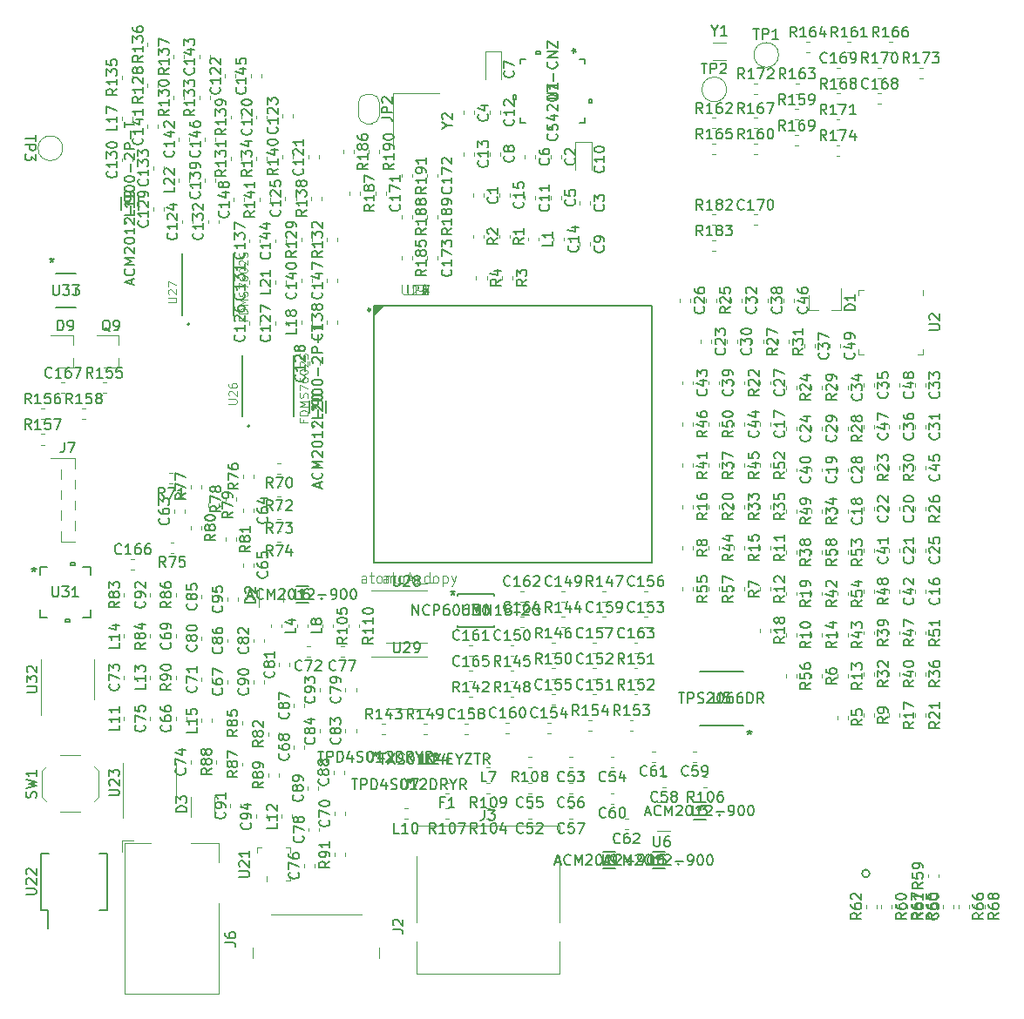
<source format=gbr>
G04 #@! TF.GenerationSoftware,KiCad,Pcbnew,5.1.4*
G04 #@! TF.CreationDate,2019-11-18T01:49:56-05:00*
G04 #@! TF.ProjectId,YellowCake,59656c6c-6f77-4436-916b-652e6b696361,rev?*
G04 #@! TF.SameCoordinates,Original*
G04 #@! TF.FileFunction,Legend,Top*
G04 #@! TF.FilePolarity,Positive*
%FSLAX46Y46*%
G04 Gerber Fmt 4.6, Leading zero omitted, Abs format (unit mm)*
G04 Created by KiCad (PCBNEW 5.1.4) date 2019-11-18 01:49:56*
%MOMM*%
%LPD*%
G04 APERTURE LIST*
%ADD10C,0.120000*%
%ADD11C,0.152400*%
%ADD12C,0.150000*%
%ADD13C,0.200000*%
%ADD14C,0.127000*%
%ADD15C,0.240000*%
%ADD16C,0.050000*%
G04 APERTURE END LIST*
D10*
X121365000Y-84687779D02*
X121365000Y-84362221D01*
X122385000Y-84687779D02*
X122385000Y-84362221D01*
X126737779Y-85415000D02*
X126412221Y-85415000D01*
X126737779Y-86435000D02*
X126412221Y-86435000D01*
X118985000Y-83487779D02*
X118985000Y-83162221D01*
X117965000Y-83487779D02*
X117965000Y-83162221D01*
X121365000Y-88262221D02*
X121365000Y-88587779D01*
X122385000Y-88262221D02*
X122385000Y-88587779D01*
X124085000Y-90762221D02*
X124085000Y-91087779D01*
X123065000Y-90762221D02*
X123065000Y-91087779D01*
X140954999Y-60932222D02*
X140954999Y-61257780D01*
X141974999Y-60932222D02*
X141974999Y-61257780D01*
X126737779Y-88635000D02*
X126412221Y-88635000D01*
X126737779Y-87615000D02*
X126412221Y-87615000D01*
X118985000Y-87162221D02*
X118985000Y-87487779D01*
X117965000Y-87162221D02*
X117965000Y-87487779D01*
X116337779Y-88715000D02*
X116012221Y-88715000D01*
X116337779Y-89735000D02*
X116012221Y-89735000D01*
X140954999Y-56922222D02*
X140954999Y-57247780D01*
X141974999Y-56922222D02*
X141974999Y-57247780D01*
X124085000Y-85462221D02*
X124085000Y-85787779D01*
X123065000Y-85462221D02*
X123065000Y-85787779D01*
X126737779Y-82035000D02*
X126412221Y-82035000D01*
X126737779Y-81015000D02*
X126412221Y-81015000D01*
X119665000Y-84962221D02*
X119665000Y-85287779D01*
X120685000Y-84962221D02*
X120685000Y-85287779D01*
X126725279Y-84235000D02*
X126399721Y-84235000D01*
X126725279Y-83215000D02*
X126399721Y-83215000D01*
X116237779Y-82015000D02*
X115912221Y-82015000D01*
X116237779Y-83035000D02*
X115912221Y-83035000D01*
X117385000Y-85900279D02*
X117385000Y-85574721D01*
X116365000Y-85900279D02*
X116365000Y-85574721D01*
X123065000Y-82487779D02*
X123065000Y-82162221D01*
X124085000Y-82487779D02*
X124085000Y-82162221D01*
X141974999Y-52912222D02*
X141974999Y-53237780D01*
X140954999Y-52912222D02*
X140954999Y-53237780D01*
X146444999Y-54822222D02*
X146444999Y-55147780D01*
X145424999Y-54822222D02*
X145424999Y-55147780D01*
X152954999Y-51072222D02*
X152954999Y-51397780D01*
X153974999Y-51072222D02*
X153974999Y-51397780D01*
X155764999Y-55562222D02*
X155764999Y-55887780D01*
X156784999Y-55562222D02*
X156784999Y-55887780D01*
X145514999Y-46802222D02*
X145514999Y-47127780D01*
X144494999Y-46802222D02*
X144494999Y-47127780D01*
X153974999Y-55082222D02*
X153974999Y-55407780D01*
X152954999Y-55082222D02*
X152954999Y-55407780D01*
X150444999Y-51072222D02*
X150444999Y-51397780D01*
X151464999Y-51072222D02*
X151464999Y-51397780D01*
X148149999Y-43740001D02*
X148149999Y-41030001D01*
X148149999Y-41030001D02*
X146579999Y-41030001D01*
X146579999Y-41030001D02*
X146579999Y-43740001D01*
X148024999Y-50812222D02*
X148024999Y-51137780D01*
X147004999Y-50812222D02*
X147004999Y-51137780D01*
X155764999Y-59572222D02*
X155764999Y-59897780D01*
X156784999Y-59572222D02*
X156784999Y-59897780D01*
X155339999Y-49790001D02*
X155339999Y-52500001D01*
X156909999Y-49790001D02*
X155339999Y-49790001D01*
X156909999Y-52500001D02*
X156909999Y-49790001D01*
X151464999Y-55082222D02*
X151464999Y-55407780D01*
X150444999Y-55082222D02*
X150444999Y-55407780D01*
X148024999Y-46802222D02*
X148024999Y-47127780D01*
X147004999Y-46802222D02*
X147004999Y-47127780D01*
X145514999Y-50812222D02*
X145514999Y-51137780D01*
X144494999Y-50812222D02*
X144494999Y-51137780D01*
X154274999Y-59092222D02*
X154274999Y-59417780D01*
X153254999Y-59092222D02*
X153254999Y-59417780D01*
X147934999Y-54822222D02*
X147934999Y-55147780D01*
X148954999Y-54822222D02*
X148954999Y-55147780D01*
X189364999Y-93342222D02*
X189364999Y-93667780D01*
X188344999Y-93342222D02*
X188344999Y-93667780D01*
X173284999Y-77072222D02*
X173284999Y-77397780D01*
X174304999Y-77072222D02*
X174304999Y-77397780D01*
X180814999Y-85532222D02*
X180814999Y-85857780D01*
X181834999Y-85532222D02*
X181834999Y-85857780D01*
X178304999Y-81522222D02*
X178304999Y-81847780D01*
X179324999Y-81522222D02*
X179324999Y-81847780D01*
X186854999Y-85322222D02*
X186854999Y-85647780D01*
X185834999Y-85322222D02*
X185834999Y-85647780D01*
X185834999Y-89332222D02*
X185834999Y-89657780D01*
X186854999Y-89332222D02*
X186854999Y-89657780D01*
X184344999Y-85322222D02*
X184344999Y-85647780D01*
X183324999Y-85322222D02*
X183324999Y-85647780D01*
X167544999Y-69052222D02*
X167544999Y-69377780D01*
X168564999Y-69052222D02*
X168564999Y-69377780D01*
X176814999Y-77512222D02*
X176814999Y-77837780D01*
X175794999Y-77512222D02*
X175794999Y-77837780D01*
X188344999Y-89332222D02*
X188344999Y-89657780D01*
X189364999Y-89332222D02*
X189364999Y-89657780D01*
X165504999Y-65042222D02*
X165504999Y-65367780D01*
X166524999Y-65042222D02*
X166524999Y-65367780D01*
X174304999Y-73062222D02*
X174304999Y-73387780D01*
X173284999Y-73062222D02*
X173284999Y-73387780D01*
X180814999Y-81522222D02*
X180814999Y-81847780D01*
X181834999Y-81522222D02*
X181834999Y-81847780D01*
X179324999Y-77512222D02*
X179324999Y-77837780D01*
X178304999Y-77512222D02*
X178304999Y-77837780D01*
X170054999Y-69052222D02*
X170054999Y-69377780D01*
X171074999Y-69052222D02*
X171074999Y-69377780D01*
X189364999Y-77302222D02*
X189364999Y-77627780D01*
X188344999Y-77302222D02*
X188344999Y-77627780D01*
X171544999Y-65042222D02*
X171544999Y-65367780D01*
X170524999Y-65042222D02*
X170524999Y-65367780D01*
X189364999Y-73292222D02*
X189364999Y-73617780D01*
X188344999Y-73292222D02*
X188344999Y-73617780D01*
X180814999Y-73502222D02*
X180814999Y-73827780D01*
X181834999Y-73502222D02*
X181834999Y-73827780D01*
X183324999Y-73292222D02*
X183324999Y-73617780D01*
X184344999Y-73292222D02*
X184344999Y-73617780D01*
X185834999Y-77302222D02*
X185834999Y-77627780D01*
X186854999Y-77302222D02*
X186854999Y-77627780D01*
X177584999Y-69492222D02*
X177584999Y-69817780D01*
X178604999Y-69492222D02*
X178604999Y-69817780D01*
X174054999Y-65042222D02*
X174054999Y-65367780D01*
X173034999Y-65042222D02*
X173034999Y-65367780D01*
X169284999Y-73062222D02*
X169284999Y-73387780D01*
X168264999Y-73062222D02*
X168264999Y-73387780D01*
X176814999Y-81522222D02*
X176814999Y-81847780D01*
X175794999Y-81522222D02*
X175794999Y-81847780D01*
X183324999Y-89332222D02*
X183324999Y-89657780D01*
X184344999Y-89332222D02*
X184344999Y-89657780D01*
X185834999Y-93342222D02*
X185834999Y-93667780D01*
X186854999Y-93342222D02*
X186854999Y-93667780D01*
X165754999Y-73062222D02*
X165754999Y-73387780D01*
X166774999Y-73062222D02*
X166774999Y-73387780D01*
X171794999Y-77072222D02*
X171794999Y-77397780D01*
X170774999Y-77072222D02*
X170774999Y-77397780D01*
X188344999Y-81312222D02*
X188344999Y-81637780D01*
X189364999Y-81312222D02*
X189364999Y-81637780D01*
X175544999Y-65042222D02*
X175544999Y-65367780D01*
X176564999Y-65042222D02*
X176564999Y-65367780D01*
X184344999Y-77302222D02*
X184344999Y-77627780D01*
X183324999Y-77302222D02*
X183324999Y-77627780D01*
X185834999Y-73292222D02*
X185834999Y-73617780D01*
X186854999Y-73292222D02*
X186854999Y-73617780D01*
X180094999Y-69492222D02*
X180094999Y-69817780D01*
X181114999Y-69492222D02*
X181114999Y-69817780D01*
X191090000Y-124287779D02*
X191090000Y-123962221D01*
X192110000Y-124287779D02*
X192110000Y-123962221D01*
X151072778Y-114609999D02*
X150747220Y-114609999D01*
X151072778Y-115629999D02*
X150747220Y-115629999D01*
X155082778Y-110609999D02*
X154757220Y-110609999D01*
X155082778Y-109589999D02*
X154757220Y-109589999D01*
X159092778Y-109589999D02*
X158767220Y-109589999D01*
X159092778Y-110609999D02*
X158767220Y-110609999D01*
X151072778Y-113119999D02*
X150747220Y-113119999D01*
X151072778Y-112099999D02*
X150747220Y-112099999D01*
X155082778Y-112099999D02*
X154757220Y-112099999D01*
X155082778Y-113119999D02*
X154757220Y-113119999D01*
X155082778Y-115629999D02*
X154757220Y-115629999D01*
X155082778Y-114609999D02*
X154757220Y-114609999D01*
X164132778Y-112579999D02*
X163807220Y-112579999D01*
X164132778Y-111559999D02*
X163807220Y-111559999D01*
X167112778Y-110069999D02*
X166787220Y-110069999D01*
X167112778Y-109049999D02*
X166787220Y-109049999D01*
X159092778Y-113099999D02*
X158767220Y-113099999D01*
X159092778Y-114119999D02*
X158767220Y-114119999D01*
X163102778Y-110069999D02*
X162777220Y-110069999D01*
X163102778Y-109049999D02*
X162777220Y-109049999D01*
X160482778Y-116629999D02*
X160157220Y-116629999D01*
X160482778Y-115609999D02*
X160157220Y-115609999D01*
X117555001Y-106032778D02*
X117555001Y-105707220D01*
X116535001Y-106032778D02*
X116535001Y-105707220D01*
X121555001Y-102452778D02*
X121555001Y-102127220D01*
X122575001Y-102452778D02*
X122575001Y-102127220D01*
X129025001Y-108792778D02*
X129025001Y-108467220D01*
X128005001Y-108792778D02*
X128005001Y-108467220D01*
X117555001Y-98012778D02*
X117555001Y-97687220D01*
X116535001Y-98012778D02*
X116535001Y-97687220D01*
X131945001Y-115252778D02*
X131945001Y-114927220D01*
X132965001Y-115252778D02*
X132965001Y-114927220D01*
X119045001Y-102212778D02*
X119045001Y-101887220D01*
X120065001Y-102212778D02*
X120065001Y-101887220D01*
X129562779Y-99810000D02*
X129237221Y-99810000D01*
X129562779Y-98790000D02*
X129237221Y-98790000D01*
X112535001Y-102022778D02*
X112535001Y-101697220D01*
X111515001Y-102022778D02*
X111515001Y-101697220D01*
X117965001Y-110232778D02*
X117965001Y-109907220D01*
X118985001Y-110232778D02*
X118985001Y-109907220D01*
X114025001Y-106032778D02*
X114025001Y-105707220D01*
X115045001Y-106032778D02*
X115045001Y-105707220D01*
X130010000Y-120337779D02*
X130010000Y-120012221D01*
X128990000Y-120337779D02*
X128990000Y-120012221D01*
X132862779Y-99810000D02*
X132537221Y-99810000D01*
X132862779Y-98790000D02*
X132537221Y-98790000D01*
X130455001Y-116812778D02*
X130455001Y-116487220D01*
X129435001Y-116812778D02*
X129435001Y-116487220D01*
X133025001Y-103222778D02*
X133025001Y-102897220D01*
X134045001Y-103222778D02*
X134045001Y-102897220D01*
X119045001Y-98202778D02*
X119045001Y-97877220D01*
X120065001Y-98202778D02*
X120065001Y-97877220D01*
X126575001Y-100772778D02*
X126575001Y-100447220D01*
X127595001Y-100772778D02*
X127595001Y-100447220D01*
X125085001Y-98442778D02*
X125085001Y-98117220D01*
X124065001Y-98442778D02*
X124065001Y-98117220D01*
X134045001Y-107232778D02*
X134045001Y-106907220D01*
X133025001Y-107232778D02*
X133025001Y-106907220D01*
X130515001Y-107232778D02*
X130515001Y-106907220D01*
X131535001Y-107232778D02*
X131535001Y-106907220D01*
X120065001Y-94192778D02*
X120065001Y-93867220D01*
X119045001Y-94192778D02*
X119045001Y-93867220D01*
X122575001Y-98442778D02*
X122575001Y-98117220D01*
X121555001Y-98442778D02*
X121555001Y-98117220D01*
X129025001Y-104782778D02*
X129025001Y-104457220D01*
X128005001Y-104782778D02*
X128005001Y-104457220D01*
X131855001Y-111242778D02*
X131855001Y-110917220D01*
X132875001Y-111242778D02*
X132875001Y-110917220D01*
X129345001Y-112802778D02*
X129345001Y-112477220D01*
X130365001Y-112802778D02*
X130365001Y-112477220D01*
X125085001Y-102452778D02*
X125085001Y-102127220D01*
X124065001Y-102452778D02*
X124065001Y-102127220D01*
X122835001Y-114482778D02*
X122835001Y-114157220D01*
X121815001Y-114482778D02*
X121815001Y-114157220D01*
X114025001Y-94002778D02*
X114025001Y-93677220D01*
X115045001Y-94002778D02*
X115045001Y-93677220D01*
X131535001Y-103222778D02*
X131535001Y-102897220D01*
X130515001Y-103222778D02*
X130515001Y-102897220D01*
X124325001Y-115532778D02*
X124325001Y-115207220D01*
X125345001Y-115532778D02*
X125345001Y-115207220D01*
X122575001Y-94432778D02*
X122575001Y-94107220D01*
X121555001Y-94432778D02*
X121555001Y-94107220D01*
X124380001Y-47557778D02*
X124380001Y-47232220D01*
X125400001Y-47557778D02*
X125400001Y-47232220D01*
X130420001Y-51437778D02*
X130420001Y-51112220D01*
X129400001Y-51437778D02*
X129400001Y-51112220D01*
X122350001Y-43547778D02*
X122350001Y-43222220D01*
X121330001Y-43547778D02*
X121330001Y-43222220D01*
X127910001Y-47427778D02*
X127910001Y-47102220D01*
X126890001Y-47427778D02*
X126890001Y-47102220D01*
X117140001Y-57717778D02*
X117140001Y-57392220D01*
X118160001Y-57717778D02*
X118160001Y-57392220D01*
X128200001Y-55447778D02*
X128200001Y-55122220D01*
X127180001Y-55447778D02*
X127180001Y-55122220D01*
X124710001Y-67607778D02*
X124710001Y-67282220D01*
X123690001Y-67607778D02*
X123690001Y-67282220D01*
X126200001Y-67607778D02*
X126200001Y-67282220D01*
X127220001Y-67607778D02*
X127220001Y-67282220D01*
X130560001Y-71487778D02*
X130560001Y-71162220D01*
X129540001Y-71487778D02*
X129540001Y-71162220D01*
X115360001Y-56497778D02*
X115360001Y-56172220D01*
X114340001Y-56497778D02*
X114340001Y-56172220D01*
X111290001Y-51707778D02*
X111290001Y-51382220D01*
X112310001Y-51707778D02*
X112310001Y-51382220D01*
X124710001Y-63597778D02*
X124710001Y-63272220D01*
X123690001Y-63597778D02*
X123690001Y-63272220D01*
X119650001Y-57717778D02*
X119650001Y-57392220D01*
X120670001Y-57717778D02*
X120670001Y-57392220D01*
X114340001Y-52487778D02*
X114340001Y-52162220D01*
X115360001Y-52487778D02*
X115360001Y-52162220D01*
X124710001Y-59587778D02*
X124710001Y-59262220D01*
X123690001Y-59587778D02*
X123690001Y-59262220D01*
X131220001Y-67477778D02*
X131220001Y-67152220D01*
X132240001Y-67477778D02*
X132240001Y-67152220D01*
X119360001Y-53707778D02*
X119360001Y-53382220D01*
X120380001Y-53707778D02*
X120380001Y-53382220D01*
X129730001Y-63467778D02*
X129730001Y-63142220D01*
X128710001Y-63467778D02*
X128710001Y-63142220D01*
X114820001Y-48477778D02*
X114820001Y-48152220D01*
X113800001Y-48477778D02*
X113800001Y-48152220D01*
X116850001Y-49697778D02*
X116850001Y-49372220D01*
X117870001Y-49697778D02*
X117870001Y-49372220D01*
X118820001Y-41677778D02*
X118820001Y-41352220D01*
X119840001Y-41677778D02*
X119840001Y-41352220D01*
X127220001Y-59587778D02*
X127220001Y-59262220D01*
X126200001Y-59587778D02*
X126200001Y-59262220D01*
X124860001Y-43547778D02*
X124860001Y-43222220D01*
X123840001Y-43547778D02*
X123840001Y-43222220D01*
X119360001Y-49697778D02*
X119360001Y-49372220D01*
X120380001Y-49697778D02*
X120380001Y-49372220D01*
X132240001Y-63467778D02*
X132240001Y-63142220D01*
X131220001Y-63467778D02*
X131220001Y-63142220D01*
X122160001Y-55577778D02*
X122160001Y-55252220D01*
X123180001Y-55577778D02*
X123180001Y-55252220D01*
X153992222Y-94480001D02*
X154317780Y-94480001D01*
X153992222Y-93460001D02*
X154317780Y-93460001D01*
X149032222Y-98710001D02*
X149357780Y-98710001D01*
X149032222Y-99730001D02*
X149357780Y-99730001D01*
X157052222Y-103500001D02*
X157377780Y-103500001D01*
X157052222Y-104520001D02*
X157377780Y-104520001D01*
X157052222Y-100990001D02*
X157377780Y-100990001D01*
X157052222Y-102010001D02*
X157377780Y-102010001D01*
X162012222Y-96990001D02*
X162337780Y-96990001D01*
X162012222Y-95970001D02*
X162337780Y-95970001D01*
X152612222Y-107260001D02*
X152937780Y-107260001D01*
X152612222Y-106240001D02*
X152937780Y-106240001D01*
X153042222Y-104520001D02*
X153367780Y-104520001D01*
X153042222Y-103500001D02*
X153367780Y-103500001D01*
X162012222Y-93460001D02*
X162337780Y-93460001D01*
X162012222Y-94480001D02*
X162337780Y-94480001D01*
X157052222Y-98480001D02*
X157377780Y-98480001D01*
X157052222Y-99500001D02*
X157377780Y-99500001D01*
X144592222Y-106360001D02*
X144917780Y-106360001D01*
X144592222Y-107380001D02*
X144917780Y-107380001D01*
X158002222Y-96990001D02*
X158327780Y-96990001D01*
X158002222Y-95970001D02*
X158327780Y-95970001D01*
X148602222Y-107260001D02*
X148927780Y-107260001D01*
X148602222Y-106240001D02*
X148927780Y-106240001D01*
X145022222Y-99730001D02*
X145347780Y-99730001D01*
X145022222Y-98710001D02*
X145347780Y-98710001D01*
X149982222Y-94480001D02*
X150307780Y-94480001D01*
X149982222Y-93460001D02*
X150307780Y-93460001D01*
X161062222Y-98480001D02*
X161387780Y-98480001D01*
X161062222Y-99500001D02*
X161387780Y-99500001D01*
X149982222Y-95970001D02*
X150307780Y-95970001D01*
X149982222Y-96990001D02*
X150307780Y-96990001D01*
X145022222Y-102240001D02*
X145347780Y-102240001D01*
X145022222Y-101220001D02*
X145347780Y-101220001D01*
X178004999Y-66185001D02*
X178004999Y-64725001D01*
X181164999Y-66185001D02*
X181164999Y-64025001D01*
X181164999Y-66185001D02*
X180234999Y-66185001D01*
X178004999Y-66185001D02*
X178934999Y-66185001D01*
X124640001Y-93149999D02*
X124640001Y-95049999D01*
X126960001Y-94549999D02*
X126960001Y-93149999D01*
X120305001Y-114899999D02*
X120305001Y-113499999D01*
X117985001Y-113499999D02*
X117985001Y-115399999D01*
X143052778Y-113119999D02*
X142727220Y-113119999D01*
X143052778Y-112099999D02*
X142727220Y-112099999D01*
D11*
X183948699Y-120925000D02*
G75*
G03X183948699Y-120925000I-381000J0D01*
G01*
D10*
X134550000Y-124930000D02*
X125750000Y-124930000D01*
X136295000Y-128100000D02*
X136295000Y-129150000D01*
X124005000Y-128100000D02*
X124005000Y-129150000D01*
X139890000Y-116315000D02*
X139890000Y-117025000D01*
X153810000Y-116315000D02*
X153810000Y-117025000D01*
X139890000Y-116315000D02*
X153810000Y-116315000D01*
X153810000Y-125675000D02*
X153810000Y-119225000D01*
X139890000Y-125675000D02*
X139890000Y-119225000D01*
X139890000Y-130685000D02*
X139890000Y-127575000D01*
X153810000Y-130685000D02*
X153810000Y-127575000D01*
X139890000Y-130685000D02*
X153810000Y-130685000D01*
X112380001Y-117749999D02*
X111330001Y-117749999D01*
X111330001Y-118799999D02*
X111330001Y-117749999D01*
X120730001Y-123849999D02*
X120730001Y-132649999D01*
X120730001Y-132649999D02*
X111530001Y-132649999D01*
X118030001Y-117949999D02*
X120730001Y-117949999D01*
X120730001Y-117949999D02*
X120730001Y-119849999D01*
X111530001Y-132649999D02*
X111530001Y-117949999D01*
X111530001Y-117949999D02*
X114130001Y-117949999D01*
X151764999Y-59092222D02*
X151764999Y-59417780D01*
X150744999Y-59092222D02*
X150744999Y-59417780D01*
D11*
X169408799Y-115246299D02*
G75*
G03X169408799Y-115246299I-76200J0D01*
G01*
X166830730Y-115671799D02*
X168021470Y-115671799D01*
X168021470Y-114020799D02*
X166830730Y-114020799D01*
D10*
X125779999Y-96682222D02*
X125779999Y-97007780D01*
X126799999Y-96682222D02*
X126799999Y-97007780D01*
D11*
X165433799Y-120036299D02*
G75*
G03X165433799Y-120036299I-76200J0D01*
G01*
X162855730Y-120461799D02*
X164046470Y-120461799D01*
X164046470Y-118810799D02*
X162855730Y-118810799D01*
X129396470Y-92970799D02*
X128205730Y-92970799D01*
X128205730Y-94621799D02*
X129396470Y-94621799D01*
X130783799Y-94196299D02*
G75*
G03X130783799Y-94196299I-76200J0D01*
G01*
D10*
X147062778Y-109589999D02*
X146737220Y-109589999D01*
X147062778Y-110609999D02*
X146737220Y-110609999D01*
X129309999Y-96682222D02*
X129309999Y-97007780D01*
X128289999Y-96682222D02*
X128289999Y-97007780D01*
D11*
X159256470Y-118810799D02*
X158065730Y-118810799D01*
X158065730Y-120461799D02*
X159256470Y-120461799D01*
X160643799Y-120036299D02*
G75*
G03X160643799Y-120036299I-76200J0D01*
G01*
D10*
X139042778Y-115629999D02*
X138717220Y-115629999D01*
X139042778Y-114609999D02*
X138717220Y-114609999D01*
X112535001Y-106032778D02*
X112535001Y-105707220D01*
X111515001Y-106032778D02*
X111515001Y-105707220D01*
X126835001Y-115532778D02*
X126835001Y-115207220D01*
X127855001Y-115532778D02*
X127855001Y-115207220D01*
X115045001Y-102022778D02*
X115045001Y-101697220D01*
X114025001Y-102022778D02*
X114025001Y-101697220D01*
X112535001Y-98012778D02*
X112535001Y-97687220D01*
X111515001Y-98012778D02*
X111515001Y-97687220D01*
X119045001Y-106222778D02*
X119045001Y-105897220D01*
X120065001Y-106222778D02*
X120065001Y-105897220D01*
X111290001Y-47697778D02*
X111290001Y-47372220D01*
X112310001Y-47697778D02*
X112310001Y-47372220D01*
X129730001Y-67477778D02*
X129730001Y-67152220D01*
X128710001Y-67477778D02*
X128710001Y-67152220D01*
D11*
X112899201Y-56376470D02*
X112899201Y-55185730D01*
X111248201Y-55185730D02*
X111248201Y-56376470D01*
X111749901Y-57687599D02*
G75*
G03X111749901Y-57687599I-76200J0D01*
G01*
X129999901Y-77467599D02*
G75*
G03X129999901Y-77467599I-76200J0D01*
G01*
X129498201Y-74965730D02*
X129498201Y-76156470D01*
X131149201Y-76156470D02*
X131149201Y-74965730D01*
D10*
X127220001Y-63597778D02*
X127220001Y-63272220D01*
X126200001Y-63597778D02*
X126200001Y-63272220D01*
X117870001Y-53707778D02*
X117870001Y-53382220D01*
X116850001Y-53707778D02*
X116850001Y-53382220D01*
X148954999Y-58832222D02*
X148954999Y-59157780D01*
X147934999Y-58832222D02*
X147934999Y-59157780D01*
X146444999Y-58832222D02*
X146444999Y-59157780D01*
X145424999Y-58832222D02*
X145424999Y-59157780D01*
X149254999Y-62842222D02*
X149254999Y-63167780D01*
X148234999Y-62842222D02*
X148234999Y-63167780D01*
X145724999Y-62842222D02*
X145724999Y-63167780D01*
X146744999Y-62842222D02*
X146744999Y-63167780D01*
X180814999Y-105582222D02*
X180814999Y-105907780D01*
X181834999Y-105582222D02*
X181834999Y-105907780D01*
X179324999Y-101572222D02*
X179324999Y-101897780D01*
X178304999Y-101572222D02*
X178304999Y-101897780D01*
X170774999Y-93112222D02*
X170774999Y-93437780D01*
X171794999Y-93112222D02*
X171794999Y-93437780D01*
X165754999Y-89102222D02*
X165754999Y-89427780D01*
X166774999Y-89102222D02*
X166774999Y-89427780D01*
X184344999Y-105372222D02*
X184344999Y-105697780D01*
X183324999Y-105372222D02*
X183324999Y-105697780D01*
X175794999Y-97562222D02*
X175794999Y-97887780D01*
X176814999Y-97562222D02*
X176814999Y-97887780D01*
X174304999Y-89102222D02*
X174304999Y-89427780D01*
X173284999Y-89102222D02*
X173284999Y-89427780D01*
X174304999Y-93112222D02*
X174304999Y-93437780D01*
X173284999Y-93112222D02*
X173284999Y-93437780D01*
X180814999Y-101572222D02*
X180814999Y-101897780D01*
X181834999Y-101572222D02*
X181834999Y-101897780D01*
X179324999Y-97562222D02*
X179324999Y-97887780D01*
X178304999Y-97562222D02*
X178304999Y-97887780D01*
X170774999Y-89102222D02*
X170774999Y-89427780D01*
X171794999Y-89102222D02*
X171794999Y-89427780D01*
X165754999Y-85092222D02*
X165754999Y-85417780D01*
X166774999Y-85092222D02*
X166774999Y-85417780D01*
X186854999Y-105372222D02*
X186854999Y-105697780D01*
X185834999Y-105372222D02*
X185834999Y-105697780D01*
X173284999Y-97122222D02*
X173284999Y-97447780D01*
X174304999Y-97122222D02*
X174304999Y-97447780D01*
X175794999Y-93552222D02*
X175794999Y-93877780D01*
X176814999Y-93552222D02*
X176814999Y-93877780D01*
X169284999Y-85092222D02*
X169284999Y-85417780D01*
X168264999Y-85092222D02*
X168264999Y-85417780D01*
X188344999Y-105372222D02*
X188344999Y-105697780D01*
X189364999Y-105372222D02*
X189364999Y-105697780D01*
X171794999Y-73062222D02*
X171794999Y-73387780D01*
X170774999Y-73062222D02*
X170774999Y-73387780D01*
X184344999Y-81312222D02*
X184344999Y-81637780D01*
X183324999Y-81312222D02*
X183324999Y-81637780D01*
X175794999Y-73502222D02*
X175794999Y-73827780D01*
X176814999Y-73502222D02*
X176814999Y-73827780D01*
X169034999Y-65042222D02*
X169034999Y-65367780D01*
X168014999Y-65042222D02*
X168014999Y-65367780D01*
X188344999Y-85322222D02*
X188344999Y-85647780D01*
X189364999Y-85322222D02*
X189364999Y-85647780D01*
X172564999Y-69052222D02*
X172564999Y-69377780D01*
X173584999Y-69052222D02*
X173584999Y-69377780D01*
X181834999Y-77512222D02*
X181834999Y-77837780D01*
X180814999Y-77512222D02*
X180814999Y-77837780D01*
X179324999Y-73502222D02*
X179324999Y-73827780D01*
X178304999Y-73502222D02*
X178304999Y-73827780D01*
X185834999Y-81312222D02*
X185834999Y-81637780D01*
X186854999Y-81312222D02*
X186854999Y-81637780D01*
X175074999Y-69052222D02*
X175074999Y-69377780D01*
X176094999Y-69052222D02*
X176094999Y-69377780D01*
X184344999Y-101362222D02*
X184344999Y-101687780D01*
X183324999Y-101362222D02*
X183324999Y-101687780D01*
X171794999Y-85092222D02*
X171794999Y-85417780D01*
X170774999Y-85092222D02*
X170774999Y-85417780D01*
X178304999Y-85532222D02*
X178304999Y-85857780D01*
X179324999Y-85532222D02*
X179324999Y-85857780D01*
X173284999Y-85092222D02*
X173284999Y-85417780D01*
X174304999Y-85092222D02*
X174304999Y-85417780D01*
X189364999Y-101362222D02*
X189364999Y-101687780D01*
X188344999Y-101362222D02*
X188344999Y-101687780D01*
X168264999Y-81082222D02*
X168264999Y-81407780D01*
X169284999Y-81082222D02*
X169284999Y-81407780D01*
X176814999Y-89542222D02*
X176814999Y-89867780D01*
X175794999Y-89542222D02*
X175794999Y-89867780D01*
X183324999Y-97352222D02*
X183324999Y-97677780D01*
X184344999Y-97352222D02*
X184344999Y-97677780D01*
X186854999Y-101362222D02*
X186854999Y-101687780D01*
X185834999Y-101362222D02*
X185834999Y-101687780D01*
X166774999Y-81082222D02*
X166774999Y-81407780D01*
X165754999Y-81082222D02*
X165754999Y-81407780D01*
X178304999Y-93552222D02*
X178304999Y-93877780D01*
X179324999Y-93552222D02*
X179324999Y-93877780D01*
X181834999Y-97562222D02*
X181834999Y-97887780D01*
X180814999Y-97562222D02*
X180814999Y-97887780D01*
X168264999Y-89102222D02*
X168264999Y-89427780D01*
X169284999Y-89102222D02*
X169284999Y-89427780D01*
X170774999Y-81082222D02*
X170774999Y-81407780D01*
X171794999Y-81082222D02*
X171794999Y-81407780D01*
X166774999Y-77072222D02*
X166774999Y-77397780D01*
X165754999Y-77072222D02*
X165754999Y-77397780D01*
X185834999Y-97352222D02*
X185834999Y-97677780D01*
X186854999Y-97352222D02*
X186854999Y-97677780D01*
X183324999Y-93342222D02*
X183324999Y-93667780D01*
X184344999Y-93342222D02*
X184344999Y-93667780D01*
X176814999Y-85532222D02*
X176814999Y-85857780D01*
X175794999Y-85532222D02*
X175794999Y-85857780D01*
X169284999Y-77072222D02*
X169284999Y-77397780D01*
X168264999Y-77072222D02*
X168264999Y-77397780D01*
X189364999Y-97352222D02*
X189364999Y-97677780D01*
X188344999Y-97352222D02*
X188344999Y-97677780D01*
X174304999Y-81082222D02*
X174304999Y-81407780D01*
X173284999Y-81082222D02*
X173284999Y-81407780D01*
X180814999Y-89542222D02*
X180814999Y-89867780D01*
X181834999Y-89542222D02*
X181834999Y-89867780D01*
X181834999Y-93552222D02*
X181834999Y-93877780D01*
X180814999Y-93552222D02*
X180814999Y-93877780D01*
X166774999Y-93112222D02*
X166774999Y-93437780D01*
X165754999Y-93112222D02*
X165754999Y-93437780D01*
X175794999Y-101572222D02*
X175794999Y-101897780D01*
X176814999Y-101572222D02*
X176814999Y-101897780D01*
X168264999Y-93112222D02*
X168264999Y-93437780D01*
X169284999Y-93112222D02*
X169284999Y-93437780D01*
X178304999Y-89542222D02*
X178304999Y-89867780D01*
X179324999Y-89542222D02*
X179324999Y-89867780D01*
X190610000Y-121300279D02*
X190610000Y-120974721D01*
X189590000Y-121300279D02*
X189590000Y-120974721D01*
X186110000Y-123974721D02*
X186110000Y-124300279D01*
X185090000Y-123974721D02*
X185090000Y-124300279D01*
X189590000Y-124300279D02*
X189590000Y-123974721D01*
X190610000Y-124300279D02*
X190610000Y-123974721D01*
X184610000Y-124275279D02*
X184610000Y-123949721D01*
X183590000Y-124275279D02*
X183590000Y-123949721D01*
X188090000Y-123962221D02*
X188090000Y-124287779D01*
X189110000Y-123962221D02*
X189110000Y-124287779D01*
X193610000Y-123962221D02*
X193610000Y-124287779D01*
X192590000Y-123962221D02*
X192590000Y-124287779D01*
X186590000Y-123949721D02*
X186590000Y-124275279D01*
X187610000Y-123949721D02*
X187610000Y-124275279D01*
X194090000Y-123949721D02*
X194090000Y-124275279D01*
X195110000Y-123949721D02*
X195110000Y-124275279D01*
X126515001Y-107512778D02*
X126515001Y-107187220D01*
X125495001Y-107512778D02*
X125495001Y-107187220D01*
X112535001Y-94002778D02*
X112535001Y-93677220D01*
X111515001Y-94002778D02*
X111515001Y-93677220D01*
X114025001Y-98012778D02*
X114025001Y-97687220D01*
X115045001Y-98012778D02*
X115045001Y-97687220D01*
X122985001Y-106462778D02*
X122985001Y-106137220D01*
X124005001Y-106462778D02*
X124005001Y-106137220D01*
X117555001Y-94002778D02*
X117555001Y-93677220D01*
X116535001Y-94002778D02*
X116535001Y-93677220D01*
X122985001Y-110472778D02*
X122985001Y-110147220D01*
X124005001Y-110472778D02*
X124005001Y-110147220D01*
X121495001Y-110232778D02*
X121495001Y-109907220D01*
X120475001Y-110232778D02*
X120475001Y-109907220D01*
X125495001Y-111522778D02*
X125495001Y-111197220D01*
X126515001Y-111522778D02*
X126515001Y-111197220D01*
X116535001Y-102022778D02*
X116535001Y-101697220D01*
X117555001Y-102022778D02*
X117555001Y-101697220D01*
X132965001Y-119262778D02*
X132965001Y-118937220D01*
X131945001Y-119262778D02*
X131945001Y-118937220D01*
X147062778Y-114609999D02*
X146737220Y-114609999D01*
X147062778Y-115629999D02*
X146737220Y-115629999D01*
X131819999Y-96682222D02*
X131819999Y-97007780D01*
X130799999Y-96682222D02*
X130799999Y-97007780D01*
X168142778Y-112579999D02*
X167817220Y-112579999D01*
X168142778Y-111559999D02*
X167817220Y-111559999D01*
X143052778Y-114609999D02*
X142727220Y-114609999D01*
X143052778Y-115629999D02*
X142727220Y-115629999D01*
X151072778Y-110609999D02*
X150747220Y-110609999D01*
X151072778Y-109589999D02*
X150747220Y-109589999D01*
X147062778Y-112099999D02*
X146737220Y-112099999D01*
X147062778Y-113119999D02*
X146737220Y-113119999D01*
X134329999Y-96682222D02*
X134329999Y-97007780D01*
X133309999Y-96682222D02*
X133309999Y-97007780D01*
X113800001Y-44467778D02*
X113800001Y-44142220D01*
X114820001Y-44467778D02*
X114820001Y-44142220D01*
X128710001Y-59457778D02*
X128710001Y-59132220D01*
X129730001Y-59457778D02*
X129730001Y-59132220D01*
X116310001Y-45687778D02*
X116310001Y-45362220D01*
X117330001Y-45687778D02*
X117330001Y-45362220D01*
X122890001Y-51567778D02*
X122890001Y-51242220D01*
X121870001Y-51567778D02*
X121870001Y-51242220D01*
X132240001Y-59457778D02*
X132240001Y-59132220D01*
X131220001Y-59457778D02*
X131220001Y-59132220D01*
X118820001Y-45687778D02*
X118820001Y-45362220D01*
X119840001Y-45687778D02*
X119840001Y-45362220D01*
X124380001Y-51567778D02*
X124380001Y-51242220D01*
X125400001Y-51567778D02*
X125400001Y-51242220D01*
X111290001Y-43687778D02*
X111290001Y-43362220D01*
X112310001Y-43687778D02*
X112310001Y-43362220D01*
X114820001Y-40457778D02*
X114820001Y-40132220D01*
X113800001Y-40457778D02*
X113800001Y-40132220D01*
X117330001Y-41677778D02*
X117330001Y-41352220D01*
X116310001Y-41677778D02*
X116310001Y-41352220D01*
X129690001Y-55447778D02*
X129690001Y-55122220D01*
X130710001Y-55447778D02*
X130710001Y-55122220D01*
X122890001Y-47557778D02*
X122890001Y-47232220D01*
X121870001Y-47557778D02*
X121870001Y-47232220D01*
X126890001Y-51437778D02*
X126890001Y-51112220D01*
X127910001Y-51437778D02*
X127910001Y-51112220D01*
X125690001Y-55577778D02*
X125690001Y-55252220D01*
X124670001Y-55577778D02*
X124670001Y-55252220D01*
X145022222Y-104750001D02*
X145347780Y-104750001D01*
X145022222Y-103730001D02*
X145347780Y-103730001D01*
X136572222Y-106360001D02*
X136897780Y-106360001D01*
X136572222Y-107380001D02*
X136897780Y-107380001D01*
X153992222Y-95970001D02*
X154317780Y-95970001D01*
X153992222Y-96990001D02*
X154317780Y-96990001D01*
X149032222Y-102240001D02*
X149357780Y-102240001D01*
X149032222Y-101220001D02*
X149357780Y-101220001D01*
X153042222Y-99500001D02*
X153367780Y-99500001D01*
X153042222Y-98480001D02*
X153367780Y-98480001D01*
X158002222Y-93460001D02*
X158327780Y-93460001D01*
X158002222Y-94480001D02*
X158327780Y-94480001D01*
X149032222Y-103730001D02*
X149357780Y-103730001D01*
X149032222Y-104750001D02*
X149357780Y-104750001D01*
X140582222Y-107380001D02*
X140907780Y-107380001D01*
X140582222Y-106360001D02*
X140907780Y-106360001D01*
X153042222Y-102010001D02*
X153367780Y-102010001D01*
X153042222Y-100990001D02*
X153367780Y-100990001D01*
X161062222Y-100990001D02*
X161387780Y-100990001D01*
X161062222Y-102010001D02*
X161387780Y-102010001D01*
X161062222Y-104520001D02*
X161387780Y-104520001D01*
X161062222Y-103500001D02*
X161387780Y-103500001D01*
X160632222Y-107030001D02*
X160957780Y-107030001D01*
X160632222Y-106010001D02*
X160957780Y-106010001D01*
X156622222Y-106010001D02*
X156947780Y-106010001D01*
X156622222Y-107030001D02*
X156947780Y-107030001D01*
X108575000Y-113900000D02*
X109025000Y-113450000D01*
X108575000Y-110500000D02*
X109025000Y-110950000D01*
X103975000Y-110500000D02*
X103525000Y-110950000D01*
X103975000Y-113900000D02*
X103525000Y-113450000D01*
X105275000Y-109450000D02*
X107275000Y-109450000D01*
X109025000Y-113450000D02*
X109025000Y-110950000D01*
X105275000Y-114950000D02*
X107275000Y-114950000D01*
X103525000Y-113450000D02*
X103525000Y-110950000D01*
D11*
X150024400Y-41727200D02*
X150024400Y-42231659D01*
X150024400Y-47975600D02*
X150528859Y-47975600D01*
X156272800Y-47975600D02*
X156272800Y-47471141D01*
X156272800Y-41727200D02*
X155768341Y-41727200D01*
X150528859Y-41727200D02*
X150024400Y-41727200D01*
X150024400Y-47471141D02*
X150024400Y-47975600D01*
X155768341Y-47975600D02*
X156272800Y-47975600D01*
X156272800Y-42231659D02*
X156272800Y-41727200D01*
X151939100Y-41046201D02*
X151558100Y-41046201D01*
X151558100Y-41046201D02*
X151558100Y-41300201D01*
X151558100Y-41300201D02*
X151939100Y-41300201D01*
X151939100Y-41300201D02*
X151939100Y-41046201D01*
X149597401Y-45260899D02*
X149343401Y-45260899D01*
X149343401Y-45260899D02*
X149343401Y-45641899D01*
X149343401Y-45641899D02*
X149597401Y-45641899D01*
X149597401Y-45641899D02*
X149597401Y-45260899D01*
X153139100Y-48656599D02*
X152758100Y-48656599D01*
X152758100Y-48656599D02*
X152758100Y-48402599D01*
X152758100Y-48402599D02*
X153139100Y-48402599D01*
X153139100Y-48402599D02*
X153139100Y-48656599D01*
X156699799Y-45660901D02*
X156953799Y-45660901D01*
X156953799Y-45660901D02*
X156953799Y-46041901D01*
X156953799Y-46041901D02*
X156699799Y-46041901D01*
X156699799Y-46041901D02*
X156699799Y-45660901D01*
D10*
X189094999Y-69960001D02*
X189094999Y-70435001D01*
X189094999Y-70435001D02*
X188619999Y-70435001D01*
X182874999Y-64690001D02*
X182874999Y-64215001D01*
X182874999Y-64215001D02*
X183349999Y-64215001D01*
X182874999Y-69960001D02*
X182874999Y-70435001D01*
X182874999Y-70435001D02*
X183349999Y-70435001D01*
X189094999Y-64690001D02*
X189094999Y-64215001D01*
D11*
X171670900Y-101271100D02*
X167429100Y-101271100D01*
X167429100Y-106528900D02*
X171670900Y-106528900D01*
D10*
X163259999Y-113949999D02*
X164259999Y-113949999D01*
X163259999Y-116749999D02*
X164559999Y-116749999D01*
X124435001Y-118859999D02*
X124435001Y-118409999D01*
X124435001Y-118409999D02*
X124885001Y-118409999D01*
X127655001Y-121179999D02*
X127655001Y-121629999D01*
X127655001Y-121629999D02*
X127205001Y-121629999D01*
X127655001Y-118859999D02*
X127655001Y-118409999D01*
X127655001Y-118409999D02*
X127205001Y-118409999D01*
X125345001Y-121219999D02*
X125345001Y-121669999D01*
D12*
X103445000Y-124475000D02*
X104100000Y-124475000D01*
X103445000Y-118975000D02*
X104195000Y-118975000D01*
X109855000Y-118975000D02*
X109105000Y-118975000D01*
X109855000Y-124475000D02*
X109105000Y-124475000D01*
X103445000Y-124475000D02*
X103445000Y-118975000D01*
X109855000Y-124475000D02*
X109855000Y-118975000D01*
X104100000Y-124475000D02*
X104100000Y-126225000D01*
D10*
X116555001Y-112099999D02*
X116555001Y-110149999D01*
X116555001Y-112099999D02*
X116555001Y-114049999D01*
X111435001Y-112099999D02*
X111435001Y-110149999D01*
X111435001Y-112099999D02*
X111435001Y-115549999D01*
D13*
X123710001Y-77419999D02*
G75*
G03X123710001Y-77419999I-100000J0D01*
G01*
D14*
X123020001Y-76519999D02*
X123020001Y-70519999D01*
X128020001Y-76519999D02*
X128020001Y-70519999D01*
X122170001Y-66629999D02*
X122170001Y-60629999D01*
X117170001Y-66629999D02*
X117170001Y-60629999D01*
D13*
X117860001Y-67529999D02*
G75*
G03X117860001Y-67529999I-100000J0D01*
G01*
D10*
X135505001Y-93380001D02*
X140905001Y-93380001D01*
X137005001Y-98500001D02*
X140905001Y-98500001D01*
X135505001Y-99830001D02*
X140905001Y-99830001D01*
X137005001Y-104950001D02*
X140905001Y-104950001D01*
D11*
X143883201Y-96969400D02*
X147439201Y-96969400D01*
X147439201Y-96969400D02*
X147439201Y-96760488D01*
X147439201Y-93718200D02*
X143883201Y-93718200D01*
X143883201Y-93718200D02*
X143883201Y-93927112D01*
X143883201Y-96760488D02*
X143883201Y-96969400D01*
X147439201Y-93927112D02*
X147439201Y-93718200D01*
D10*
X112192222Y-90345001D02*
X112517780Y-90345001D01*
X112192222Y-91365001D02*
X112517780Y-91365001D01*
X105417222Y-74215001D02*
X105742780Y-74215001D01*
X105417222Y-73195001D02*
X105742780Y-73195001D01*
X106560001Y-71755001D02*
X105100001Y-71755001D01*
X106560001Y-68595001D02*
X104400001Y-68595001D01*
X106560001Y-68595001D02*
X106560001Y-69525001D01*
X106560001Y-71755001D02*
X106560001Y-70825001D01*
X105355000Y-80540000D02*
X106745000Y-80540000D01*
X105355000Y-88660000D02*
X106745000Y-88660000D01*
X105355000Y-80540000D02*
X104360000Y-80540000D01*
X105355000Y-80540000D02*
X105355000Y-80540000D01*
X106745000Y-88660000D02*
X106745000Y-88660000D01*
X106745000Y-80540000D02*
X106745000Y-81540000D01*
X106745000Y-82660000D02*
X106745000Y-83540000D01*
X106745000Y-84660000D02*
X106745000Y-85540000D01*
X106745000Y-86660000D02*
X106745000Y-87540000D01*
X105355000Y-81660000D02*
X105355000Y-82540000D01*
X105355000Y-83660000D02*
X105355000Y-84540000D01*
X105355000Y-85660000D02*
X105355000Y-86540000D01*
X105355000Y-87660000D02*
X105355000Y-88660000D01*
X111010001Y-71755001D02*
X111010001Y-70825001D01*
X111010001Y-68595001D02*
X111010001Y-69525001D01*
X111010001Y-68595001D02*
X108850001Y-68595001D01*
X111010001Y-71755001D02*
X109550001Y-71755001D01*
X109427222Y-73195001D02*
X109752780Y-73195001D01*
X109427222Y-74215001D02*
X109752780Y-74215001D01*
X103427222Y-75705001D02*
X103752780Y-75705001D01*
X103427222Y-76725001D02*
X103752780Y-76725001D01*
X103427222Y-79235001D02*
X103752780Y-79235001D01*
X103427222Y-78215001D02*
X103752780Y-78215001D01*
X107437222Y-76725001D02*
X107762780Y-76725001D01*
X107437222Y-75705001D02*
X107762780Y-75705001D01*
D11*
X103319000Y-96031000D02*
X104056691Y-96031000D01*
X108231000Y-96031000D02*
X108231000Y-95292994D01*
X108231000Y-91119000D02*
X107493309Y-91119000D01*
X103319000Y-91119000D02*
X103319000Y-91857006D01*
X103319000Y-95292994D02*
X103319000Y-96031000D01*
X107493309Y-96031000D02*
X108231000Y-96031000D01*
X108231000Y-91857006D02*
X108231000Y-91119000D01*
X104056691Y-91119000D02*
X103319000Y-91119000D01*
X105834563Y-96229000D02*
X105834563Y-96483000D01*
X105834563Y-96483000D02*
X106215563Y-96483000D01*
X106215563Y-96483000D02*
X106215563Y-96229000D01*
X106215563Y-96229000D02*
X105834563Y-96229000D01*
X106334689Y-90921000D02*
X106334689Y-90667000D01*
X106334689Y-90667000D02*
X106715689Y-90667000D01*
X106715689Y-90667000D02*
X106715689Y-90921000D01*
X106715689Y-90921000D02*
X106334689Y-90921000D01*
D10*
X108560000Y-102050000D02*
X108560000Y-100100000D01*
X108560000Y-102050000D02*
X108560000Y-104000000D01*
X103440000Y-102050000D02*
X103440000Y-100100000D01*
X103440000Y-102050000D02*
X103440000Y-105500000D01*
X184747222Y-45090001D02*
X185072780Y-45090001D01*
X184747222Y-46110001D02*
X185072780Y-46110001D01*
X180737222Y-43600001D02*
X181062780Y-43600001D01*
X180737222Y-42580001D02*
X181062780Y-42580001D01*
X172677222Y-56860001D02*
X173002780Y-56860001D01*
X172677222Y-57880001D02*
X173002780Y-57880001D01*
X176687222Y-47650001D02*
X177012780Y-47650001D01*
X176687222Y-46630001D02*
X177012780Y-46630001D01*
X172677222Y-49980001D02*
X173002780Y-49980001D01*
X172677222Y-51000001D02*
X173002780Y-51000001D01*
X181777222Y-41090001D02*
X182102780Y-41090001D01*
X181777222Y-40070001D02*
X182102780Y-40070001D01*
X168667222Y-47470001D02*
X168992780Y-47470001D01*
X168667222Y-48490001D02*
X168992780Y-48490001D01*
X176727222Y-45140001D02*
X177052780Y-45140001D01*
X176727222Y-44120001D02*
X177052780Y-44120001D01*
X177767222Y-41090001D02*
X178092780Y-41090001D01*
X177767222Y-40070001D02*
X178092780Y-40070001D01*
X168667222Y-51000001D02*
X168992780Y-51000001D01*
X168667222Y-49980001D02*
X168992780Y-49980001D01*
X185787222Y-41090001D02*
X186112780Y-41090001D01*
X185787222Y-40070001D02*
X186112780Y-40070001D01*
X172677222Y-47470001D02*
X173002780Y-47470001D01*
X172677222Y-48490001D02*
X173002780Y-48490001D01*
X180737222Y-45090001D02*
X181062780Y-45090001D01*
X180737222Y-46110001D02*
X181062780Y-46110001D01*
X176687222Y-50160001D02*
X177012780Y-50160001D01*
X176687222Y-49140001D02*
X177012780Y-49140001D01*
X184747222Y-43600001D02*
X185072780Y-43600001D01*
X184747222Y-42580001D02*
X185072780Y-42580001D01*
X180697222Y-47600001D02*
X181022780Y-47600001D01*
X180697222Y-48620001D02*
X181022780Y-48620001D01*
X172717222Y-44120001D02*
X173042780Y-44120001D01*
X172717222Y-45140001D02*
X173042780Y-45140001D01*
X188757222Y-42580001D02*
X189082780Y-42580001D01*
X188757222Y-43600001D02*
X189082780Y-43600001D01*
X180697222Y-51130001D02*
X181022780Y-51130001D01*
X180697222Y-50110001D02*
X181022780Y-50110001D01*
X168667222Y-57880001D02*
X168992780Y-57880001D01*
X168667222Y-56860001D02*
X168992780Y-56860001D01*
X168667222Y-59370001D02*
X168992780Y-59370001D01*
X168667222Y-60390001D02*
X168992780Y-60390001D01*
X175100001Y-41350001D02*
G75*
G03X175100001Y-41350001I-1200000J0D01*
G01*
X170050001Y-44700001D02*
G75*
G03X170050001Y-44700001I-1200000J0D01*
G01*
X105550000Y-50425000D02*
G75*
G03X105550000Y-50425000I-1200000J0D01*
G01*
X168675001Y-41875001D02*
X170025001Y-41875001D01*
X168675001Y-40125001D02*
X170025001Y-40125001D01*
X136954999Y-54622222D02*
X136954999Y-54947780D01*
X135934999Y-54622222D02*
X135934999Y-54947780D01*
X136294999Y-47295001D02*
G75*
G02X135594999Y-47995001I-700000J0D01*
G01*
X134994999Y-47995001D02*
G75*
G02X134294999Y-47295001I0J700000D01*
G01*
X134294999Y-45895001D02*
G75*
G02X134994999Y-45195001I700000J0D01*
G01*
X135594999Y-45195001D02*
G75*
G02X136294999Y-45895001I0J-700000D01*
G01*
X134994999Y-45195001D02*
X135594999Y-45195001D01*
X134294999Y-47295001D02*
X134294999Y-45895001D01*
X135594999Y-47995001D02*
X134994999Y-47995001D01*
X136294999Y-45895001D02*
X136294999Y-47295001D01*
X139464999Y-60932222D02*
X139464999Y-61257780D01*
X138444999Y-60932222D02*
X138444999Y-61257780D01*
X133814999Y-50612222D02*
X133814999Y-50937780D01*
X132794999Y-50612222D02*
X132794999Y-50937780D01*
X134444999Y-54622222D02*
X134444999Y-54947780D01*
X133424999Y-54622222D02*
X133424999Y-54947780D01*
X138444999Y-56922222D02*
X138444999Y-57247780D01*
X139464999Y-56922222D02*
X139464999Y-57247780D01*
X136324999Y-50612222D02*
X136324999Y-50937780D01*
X135304999Y-50612222D02*
X135304999Y-50937780D01*
X138444999Y-52912222D02*
X138444999Y-53237780D01*
X139464999Y-52912222D02*
X139464999Y-53237780D01*
X142144999Y-45045001D02*
X137644999Y-45045001D01*
X137644999Y-45045001D02*
X137644999Y-50445001D01*
D11*
X104846700Y-65901000D02*
X106853300Y-65901000D01*
X106853300Y-64587861D02*
X106853300Y-63912139D01*
X106853300Y-62599000D02*
X104846700Y-62599000D01*
D14*
X135815001Y-65725001D02*
X162815001Y-65725001D01*
X135815001Y-90725001D02*
X135815001Y-65725001D01*
X162815001Y-65725001D02*
X162815001Y-90725001D01*
X162815001Y-90725001D02*
X135815001Y-90725001D01*
D15*
X135435001Y-66125001D02*
G75*
G03X135435001Y-66125001I-120000J0D01*
G01*
D14*
G36*
X135815001Y-65725001D02*
G01*
X136715001Y-65725001D01*
X135815001Y-66625001D01*
X135815001Y-65825001D01*
X136515001Y-65825001D01*
X135915001Y-66425001D01*
X135915001Y-65925001D01*
X136315001Y-65925001D01*
X136015001Y-66225001D01*
X136015001Y-66025001D01*
X136215001Y-66025001D01*
X135815001Y-65725001D01*
G37*
X135815001Y-65725001D02*
X136715001Y-65725001D01*
X135815001Y-66625001D01*
X135815001Y-65825001D01*
X136515001Y-65825001D01*
X135915001Y-66425001D01*
X135915001Y-65925001D01*
X136315001Y-65925001D01*
X136015001Y-66225001D01*
X136015001Y-66025001D01*
X136215001Y-66025001D01*
X135815001Y-65725001D01*
G36*
X135815001Y-65725001D02*
G01*
X136715001Y-65725001D01*
X135815001Y-66625001D01*
X135815001Y-65825001D01*
X136515001Y-65825001D01*
X135915001Y-66425001D01*
X135915001Y-65925001D01*
X136315001Y-65925001D01*
X136015001Y-66225001D01*
X136015001Y-66025001D01*
X136215001Y-66025001D01*
X135815001Y-65725001D01*
G37*
X135815001Y-65725001D02*
X136715001Y-65725001D01*
X135815001Y-66625001D01*
X135815001Y-65825001D01*
X136515001Y-65825001D01*
X135915001Y-66425001D01*
X135915001Y-65925001D01*
X136315001Y-65925001D01*
X136015001Y-66225001D01*
X136015001Y-66025001D01*
X136215001Y-66025001D01*
X135815001Y-65725001D01*
D15*
X135435001Y-66125001D02*
G75*
G03X135435001Y-66125001I-120000J0D01*
G01*
D14*
X162815001Y-90725001D02*
X135815001Y-90725001D01*
X162815001Y-65725001D02*
X162815001Y-90725001D01*
X135815001Y-90725001D02*
X135815001Y-65725001D01*
X135815001Y-65725001D02*
X162815001Y-65725001D01*
X135815001Y-65725001D02*
X162815001Y-65725001D01*
X135815001Y-90725001D02*
X135815001Y-65725001D01*
X162815001Y-65725001D02*
X162815001Y-90725001D01*
X162815001Y-90725001D02*
X135815001Y-90725001D01*
D15*
X135435001Y-66125001D02*
G75*
G03X135435001Y-66125001I-120000J0D01*
G01*
D14*
G36*
X135815001Y-65725001D02*
G01*
X136715001Y-65725001D01*
X135815001Y-66625001D01*
X135815001Y-65825001D01*
X136515001Y-65825001D01*
X135915001Y-66425001D01*
X135915001Y-65925001D01*
X136315001Y-65925001D01*
X136015001Y-66225001D01*
X136015001Y-66025001D01*
X136215001Y-66025001D01*
X135815001Y-65725001D01*
G37*
X135815001Y-65725001D02*
X136715001Y-65725001D01*
X135815001Y-66625001D01*
X135815001Y-65825001D01*
X136515001Y-65825001D01*
X135915001Y-66425001D01*
X135915001Y-65925001D01*
X136315001Y-65925001D01*
X136015001Y-66225001D01*
X136015001Y-66025001D01*
X136215001Y-66025001D01*
X135815001Y-65725001D01*
G36*
X135815001Y-65725001D02*
G01*
X136715001Y-65725001D01*
X135815001Y-66625001D01*
X135815001Y-65825001D01*
X136515001Y-65825001D01*
X135915001Y-66425001D01*
X135915001Y-65925001D01*
X136315001Y-65925001D01*
X136015001Y-66225001D01*
X136015001Y-66025001D01*
X136215001Y-66025001D01*
X135815001Y-65725001D01*
G37*
X135815001Y-65725001D02*
X136715001Y-65725001D01*
X135815001Y-66625001D01*
X135815001Y-65825001D01*
X136515001Y-65825001D01*
X135915001Y-66425001D01*
X135915001Y-65925001D01*
X136315001Y-65925001D01*
X136015001Y-66225001D01*
X136015001Y-66025001D01*
X136215001Y-66025001D01*
X135815001Y-65725001D01*
D15*
X135435001Y-66125001D02*
G75*
G03X135435001Y-66125001I-120000J0D01*
G01*
D14*
X162815001Y-90725001D02*
X135815001Y-90725001D01*
X162815001Y-65725001D02*
X162815001Y-90725001D01*
X135815001Y-90725001D02*
X135815001Y-65725001D01*
X135815001Y-65725001D02*
X162815001Y-65725001D01*
X135815001Y-65725001D02*
X162815001Y-65725001D01*
X135815001Y-90725001D02*
X135815001Y-65725001D01*
X162815001Y-65725001D02*
X162815001Y-90725001D01*
X162815001Y-90725001D02*
X135815001Y-90725001D01*
D15*
X135435001Y-66125001D02*
G75*
G03X135435001Y-66125001I-120000J0D01*
G01*
D14*
G36*
X135815001Y-65725001D02*
G01*
X136715001Y-65725001D01*
X135815001Y-66625001D01*
X135815001Y-65825001D01*
X136515001Y-65825001D01*
X135915001Y-66425001D01*
X135915001Y-65925001D01*
X136315001Y-65925001D01*
X136015001Y-66225001D01*
X136015001Y-66025001D01*
X136215001Y-66025001D01*
X135815001Y-65725001D01*
G37*
X135815001Y-65725001D02*
X136715001Y-65725001D01*
X135815001Y-66625001D01*
X135815001Y-65825001D01*
X136515001Y-65825001D01*
X135915001Y-66425001D01*
X135915001Y-65925001D01*
X136315001Y-65925001D01*
X136015001Y-66225001D01*
X136015001Y-66025001D01*
X136215001Y-66025001D01*
X135815001Y-65725001D01*
G36*
X135815001Y-65725001D02*
G01*
X136715001Y-65725001D01*
X135815001Y-66625001D01*
X135815001Y-65825001D01*
X136515001Y-65825001D01*
X135915001Y-66425001D01*
X135915001Y-65925001D01*
X136315001Y-65925001D01*
X136015001Y-66225001D01*
X136015001Y-66025001D01*
X136215001Y-66025001D01*
X135815001Y-65725001D01*
G37*
X135815001Y-65725001D02*
X136715001Y-65725001D01*
X135815001Y-66625001D01*
X135815001Y-65825001D01*
X136515001Y-65825001D01*
X135915001Y-66425001D01*
X135915001Y-65925001D01*
X136315001Y-65925001D01*
X136015001Y-66225001D01*
X136015001Y-66025001D01*
X136215001Y-66025001D01*
X135815001Y-65725001D01*
D15*
X135435001Y-66125001D02*
G75*
G03X135435001Y-66125001I-120000J0D01*
G01*
D14*
X162815001Y-90725001D02*
X135815001Y-90725001D01*
X162815001Y-65725001D02*
X162815001Y-90725001D01*
X135815001Y-90725001D02*
X135815001Y-65725001D01*
X135815001Y-65725001D02*
X162815001Y-65725001D01*
G36*
X135815001Y-65725001D02*
G01*
X136715001Y-65725001D01*
X135815001Y-66625001D01*
X135815001Y-65825001D01*
X136515001Y-65825001D01*
X135915001Y-66425001D01*
X135915001Y-65925001D01*
X136315001Y-65925001D01*
X136015001Y-66225001D01*
X136015001Y-66025001D01*
X136215001Y-66025001D01*
X135815001Y-65725001D01*
G37*
X135815001Y-65725001D02*
X136715001Y-65725001D01*
X135815001Y-66625001D01*
X135815001Y-65825001D01*
X136515001Y-65825001D01*
X135915001Y-66425001D01*
X135915001Y-65925001D01*
X136315001Y-65925001D01*
X136015001Y-66225001D01*
X136015001Y-66025001D01*
X136215001Y-66025001D01*
X135815001Y-65725001D01*
D15*
X135435001Y-66125001D02*
G75*
G03X135435001Y-66125001I-120000J0D01*
G01*
D14*
X162815001Y-90725001D02*
X135815001Y-90725001D01*
X162815001Y-65725001D02*
X162815001Y-90725001D01*
X135815001Y-90725001D02*
X135815001Y-65725001D01*
X135815001Y-65725001D02*
X162815001Y-65725001D01*
X135815001Y-65725001D02*
X162815001Y-65725001D01*
X135815001Y-90725001D02*
X135815001Y-65725001D01*
X162815001Y-65725001D02*
X162815001Y-90725001D01*
X162815001Y-90725001D02*
X135815001Y-90725001D01*
D15*
X135435001Y-66125001D02*
G75*
G03X135435001Y-66125001I-120000J0D01*
G01*
D14*
G36*
X135815001Y-65725001D02*
G01*
X136715001Y-65725001D01*
X135815001Y-66625001D01*
X135815001Y-65825001D01*
X136515001Y-65825001D01*
X135915001Y-66425001D01*
X135915001Y-65925001D01*
X136315001Y-65925001D01*
X136015001Y-66225001D01*
X136015001Y-66025001D01*
X136215001Y-66025001D01*
X135815001Y-65725001D01*
G37*
X135815001Y-65725001D02*
X136715001Y-65725001D01*
X135815001Y-66625001D01*
X135815001Y-65825001D01*
X136515001Y-65825001D01*
X135915001Y-66425001D01*
X135915001Y-65925001D01*
X136315001Y-65925001D01*
X136015001Y-66225001D01*
X136015001Y-66025001D01*
X136215001Y-66025001D01*
X135815001Y-65725001D01*
X135815001Y-65725001D02*
X162815001Y-65725001D01*
X135815001Y-90725001D02*
X135815001Y-65725001D01*
X162815001Y-65725001D02*
X162815001Y-90725001D01*
X162815001Y-90725001D02*
X135815001Y-90725001D01*
D15*
X135435001Y-66125001D02*
G75*
G03X135435001Y-66125001I-120000J0D01*
G01*
D14*
G36*
X135815001Y-65725001D02*
G01*
X136715001Y-65725001D01*
X135815001Y-66625001D01*
X135815001Y-65825001D01*
X136515001Y-65825001D01*
X135915001Y-66425001D01*
X135915001Y-65925001D01*
X136315001Y-65925001D01*
X136015001Y-66225001D01*
X136015001Y-66025001D01*
X136215001Y-66025001D01*
X135815001Y-65725001D01*
G37*
X135815001Y-65725001D02*
X136715001Y-65725001D01*
X135815001Y-66625001D01*
X135815001Y-65825001D01*
X136515001Y-65825001D01*
X135915001Y-66425001D01*
X135915001Y-65925001D01*
X136315001Y-65925001D01*
X136015001Y-66225001D01*
X136015001Y-66025001D01*
X136215001Y-66025001D01*
X135815001Y-65725001D01*
X135815001Y-65725001D02*
X162815001Y-65725001D01*
X135815001Y-90725001D02*
X135815001Y-65725001D01*
X162815001Y-65725001D02*
X162815001Y-90725001D01*
X162815001Y-90725001D02*
X135815001Y-90725001D01*
D15*
X135435001Y-66125001D02*
G75*
G03X135435001Y-66125001I-120000J0D01*
G01*
D14*
G36*
X135815001Y-65725001D02*
G01*
X136715001Y-65725001D01*
X135815001Y-66625001D01*
X135815001Y-65825001D01*
X136515001Y-65825001D01*
X135915001Y-66425001D01*
X135915001Y-65925001D01*
X136315001Y-65925001D01*
X136015001Y-66225001D01*
X136015001Y-66025001D01*
X136215001Y-66025001D01*
X135815001Y-65725001D01*
G37*
X135815001Y-65725001D02*
X136715001Y-65725001D01*
X135815001Y-66625001D01*
X135815001Y-65825001D01*
X136515001Y-65825001D01*
X135915001Y-66425001D01*
X135915001Y-65925001D01*
X136315001Y-65925001D01*
X136015001Y-66225001D01*
X136015001Y-66025001D01*
X136215001Y-66025001D01*
X135815001Y-65725001D01*
G36*
X135815001Y-65725001D02*
G01*
X136715001Y-65725001D01*
X135815001Y-66625001D01*
X135815001Y-65825001D01*
X136515001Y-65825001D01*
X135915001Y-66425001D01*
X135915001Y-65925001D01*
X136315001Y-65925001D01*
X136015001Y-66225001D01*
X136015001Y-66025001D01*
X136215001Y-66025001D01*
X135815001Y-65725001D01*
G37*
X135815001Y-65725001D02*
X136715001Y-65725001D01*
X135815001Y-66625001D01*
X135815001Y-65825001D01*
X136515001Y-65825001D01*
X135915001Y-66425001D01*
X135915001Y-65925001D01*
X136315001Y-65925001D01*
X136015001Y-66225001D01*
X136015001Y-66025001D01*
X136215001Y-66025001D01*
X135815001Y-65725001D01*
D15*
X135435001Y-66125001D02*
G75*
G03X135435001Y-66125001I-120000J0D01*
G01*
D14*
X162815001Y-90725001D02*
X135815001Y-90725001D01*
X162815001Y-65725001D02*
X162815001Y-90725001D01*
X135815001Y-90725001D02*
X135815001Y-65725001D01*
X135815001Y-65725001D02*
X162815001Y-65725001D01*
G36*
X135815001Y-65725001D02*
G01*
X136715001Y-65725001D01*
X135815001Y-66625001D01*
X135815001Y-65825001D01*
X136515001Y-65825001D01*
X135915001Y-66425001D01*
X135915001Y-65925001D01*
X136315001Y-65925001D01*
X136015001Y-66225001D01*
X136015001Y-66025001D01*
X136215001Y-66025001D01*
X135815001Y-65725001D01*
G37*
X135815001Y-65725001D02*
X136715001Y-65725001D01*
X135815001Y-66625001D01*
X135815001Y-65825001D01*
X136515001Y-65825001D01*
X135915001Y-66425001D01*
X135915001Y-65925001D01*
X136315001Y-65925001D01*
X136015001Y-66225001D01*
X136015001Y-66025001D01*
X136215001Y-66025001D01*
X135815001Y-65725001D01*
D15*
X135435001Y-66125001D02*
G75*
G03X135435001Y-66125001I-120000J0D01*
G01*
D14*
X162815001Y-90725001D02*
X135815001Y-90725001D01*
X162815001Y-65725001D02*
X162815001Y-90725001D01*
X135815001Y-90725001D02*
X135815001Y-65725001D01*
X135815001Y-65725001D02*
X162815001Y-65725001D01*
D12*
X120897380Y-85167857D02*
X120421190Y-85501190D01*
X120897380Y-85739285D02*
X119897380Y-85739285D01*
X119897380Y-85358333D01*
X119945000Y-85263095D01*
X119992619Y-85215476D01*
X120087857Y-85167857D01*
X120230714Y-85167857D01*
X120325952Y-85215476D01*
X120373571Y-85263095D01*
X120421190Y-85358333D01*
X120421190Y-85739285D01*
X119897380Y-84834523D02*
X119897380Y-84167857D01*
X120897380Y-84596428D01*
X120325952Y-83644047D02*
X120278333Y-83739285D01*
X120230714Y-83786904D01*
X120135476Y-83834523D01*
X120087857Y-83834523D01*
X119992619Y-83786904D01*
X119945000Y-83739285D01*
X119897380Y-83644047D01*
X119897380Y-83453571D01*
X119945000Y-83358333D01*
X119992619Y-83310714D01*
X120087857Y-83263095D01*
X120135476Y-83263095D01*
X120230714Y-83310714D01*
X120278333Y-83358333D01*
X120325952Y-83453571D01*
X120325952Y-83644047D01*
X120373571Y-83739285D01*
X120421190Y-83786904D01*
X120516428Y-83834523D01*
X120706904Y-83834523D01*
X120802142Y-83786904D01*
X120849761Y-83739285D01*
X120897380Y-83644047D01*
X120897380Y-83453571D01*
X120849761Y-83358333D01*
X120802142Y-83310714D01*
X120706904Y-83263095D01*
X120516428Y-83263095D01*
X120421190Y-83310714D01*
X120373571Y-83358333D01*
X120325952Y-83453571D01*
X125932142Y-87807380D02*
X125598809Y-87331190D01*
X125360714Y-87807380D02*
X125360714Y-86807380D01*
X125741666Y-86807380D01*
X125836904Y-86855000D01*
X125884523Y-86902619D01*
X125932142Y-86997857D01*
X125932142Y-87140714D01*
X125884523Y-87235952D01*
X125836904Y-87283571D01*
X125741666Y-87331190D01*
X125360714Y-87331190D01*
X126265476Y-86807380D02*
X126932142Y-86807380D01*
X126503571Y-87807380D01*
X127217857Y-86807380D02*
X127836904Y-86807380D01*
X127503571Y-87188333D01*
X127646428Y-87188333D01*
X127741666Y-87235952D01*
X127789285Y-87283571D01*
X127836904Y-87378809D01*
X127836904Y-87616904D01*
X127789285Y-87712142D01*
X127741666Y-87759761D01*
X127646428Y-87807380D01*
X127360714Y-87807380D01*
X127265476Y-87759761D01*
X127217857Y-87712142D01*
X117497380Y-83967857D02*
X117021190Y-84301190D01*
X117497380Y-84539285D02*
X116497380Y-84539285D01*
X116497380Y-84158333D01*
X116545000Y-84063095D01*
X116592619Y-84015476D01*
X116687857Y-83967857D01*
X116830714Y-83967857D01*
X116925952Y-84015476D01*
X116973571Y-84063095D01*
X117021190Y-84158333D01*
X117021190Y-84539285D01*
X116497380Y-83634523D02*
X116497380Y-82967857D01*
X117497380Y-83396428D01*
X116497380Y-82682142D02*
X116497380Y-82015476D01*
X117497380Y-82444047D01*
X123757380Y-89067857D02*
X123281190Y-89401190D01*
X123757380Y-89639285D02*
X122757380Y-89639285D01*
X122757380Y-89258333D01*
X122805000Y-89163095D01*
X122852619Y-89115476D01*
X122947857Y-89067857D01*
X123090714Y-89067857D01*
X123185952Y-89115476D01*
X123233571Y-89163095D01*
X123281190Y-89258333D01*
X123281190Y-89639285D01*
X123185952Y-88496428D02*
X123138333Y-88591666D01*
X123090714Y-88639285D01*
X122995476Y-88686904D01*
X122947857Y-88686904D01*
X122852619Y-88639285D01*
X122805000Y-88591666D01*
X122757380Y-88496428D01*
X122757380Y-88305952D01*
X122805000Y-88210714D01*
X122852619Y-88163095D01*
X122947857Y-88115476D01*
X122995476Y-88115476D01*
X123090714Y-88163095D01*
X123138333Y-88210714D01*
X123185952Y-88305952D01*
X123185952Y-88496428D01*
X123233571Y-88591666D01*
X123281190Y-88639285D01*
X123376428Y-88686904D01*
X123566904Y-88686904D01*
X123662142Y-88639285D01*
X123709761Y-88591666D01*
X123757380Y-88496428D01*
X123757380Y-88305952D01*
X123709761Y-88210714D01*
X123662142Y-88163095D01*
X123566904Y-88115476D01*
X123376428Y-88115476D01*
X123281190Y-88163095D01*
X123233571Y-88210714D01*
X123185952Y-88305952D01*
X123757380Y-87163095D02*
X123757380Y-87734523D01*
X123757380Y-87448809D02*
X122757380Y-87448809D01*
X122900238Y-87544047D01*
X122995476Y-87639285D01*
X123043095Y-87734523D01*
X125362142Y-91567857D02*
X125409761Y-91615476D01*
X125457380Y-91758333D01*
X125457380Y-91853571D01*
X125409761Y-91996428D01*
X125314523Y-92091666D01*
X125219285Y-92139285D01*
X125028809Y-92186904D01*
X124885952Y-92186904D01*
X124695476Y-92139285D01*
X124600238Y-92091666D01*
X124505000Y-91996428D01*
X124457380Y-91853571D01*
X124457380Y-91758333D01*
X124505000Y-91615476D01*
X124552619Y-91567857D01*
X124457380Y-90710714D02*
X124457380Y-90901190D01*
X124505000Y-90996428D01*
X124552619Y-91044047D01*
X124695476Y-91139285D01*
X124885952Y-91186904D01*
X125266904Y-91186904D01*
X125362142Y-91139285D01*
X125409761Y-91091666D01*
X125457380Y-90996428D01*
X125457380Y-90805952D01*
X125409761Y-90710714D01*
X125362142Y-90663095D01*
X125266904Y-90615476D01*
X125028809Y-90615476D01*
X124933571Y-90663095D01*
X124885952Y-90710714D01*
X124838333Y-90805952D01*
X124838333Y-90996428D01*
X124885952Y-91091666D01*
X124933571Y-91139285D01*
X125028809Y-91186904D01*
X124457380Y-89710714D02*
X124457380Y-90186904D01*
X124933571Y-90234523D01*
X124885952Y-90186904D01*
X124838333Y-90091666D01*
X124838333Y-89853571D01*
X124885952Y-89758333D01*
X124933571Y-89710714D01*
X125028809Y-89663095D01*
X125266904Y-89663095D01*
X125362142Y-89710714D01*
X125409761Y-89758333D01*
X125457380Y-89853571D01*
X125457380Y-90091666D01*
X125409761Y-90186904D01*
X125362142Y-90234523D01*
X143252141Y-62214048D02*
X143299760Y-62261667D01*
X143347379Y-62404524D01*
X143347379Y-62499762D01*
X143299760Y-62642620D01*
X143204522Y-62737858D01*
X143109284Y-62785477D01*
X142918808Y-62833096D01*
X142775951Y-62833096D01*
X142585475Y-62785477D01*
X142490237Y-62737858D01*
X142394999Y-62642620D01*
X142347379Y-62499762D01*
X142347379Y-62404524D01*
X142394999Y-62261667D01*
X142442618Y-62214048D01*
X143347379Y-61261667D02*
X143347379Y-61833096D01*
X143347379Y-61547381D02*
X142347379Y-61547381D01*
X142490237Y-61642620D01*
X142585475Y-61737858D01*
X142633094Y-61833096D01*
X142347379Y-60928334D02*
X142347379Y-60261667D01*
X143347379Y-60690239D01*
X142347379Y-59975953D02*
X142347379Y-59356905D01*
X142728332Y-59690239D01*
X142728332Y-59547381D01*
X142775951Y-59452143D01*
X142823570Y-59404524D01*
X142918808Y-59356905D01*
X143156903Y-59356905D01*
X143252141Y-59404524D01*
X143299760Y-59452143D01*
X143347379Y-59547381D01*
X143347379Y-59833096D01*
X143299760Y-59928334D01*
X143252141Y-59975953D01*
X125932142Y-90007380D02*
X125598809Y-89531190D01*
X125360714Y-90007380D02*
X125360714Y-89007380D01*
X125741666Y-89007380D01*
X125836904Y-89055000D01*
X125884523Y-89102619D01*
X125932142Y-89197857D01*
X125932142Y-89340714D01*
X125884523Y-89435952D01*
X125836904Y-89483571D01*
X125741666Y-89531190D01*
X125360714Y-89531190D01*
X126265476Y-89007380D02*
X126932142Y-89007380D01*
X126503571Y-90007380D01*
X127741666Y-89340714D02*
X127741666Y-90007380D01*
X127503571Y-88959761D02*
X127265476Y-89674047D01*
X127884523Y-89674047D01*
X120357380Y-87967857D02*
X119881190Y-88301190D01*
X120357380Y-88539285D02*
X119357380Y-88539285D01*
X119357380Y-88158333D01*
X119405000Y-88063095D01*
X119452619Y-88015476D01*
X119547857Y-87967857D01*
X119690714Y-87967857D01*
X119785952Y-88015476D01*
X119833571Y-88063095D01*
X119881190Y-88158333D01*
X119881190Y-88539285D01*
X119785952Y-87396428D02*
X119738333Y-87491666D01*
X119690714Y-87539285D01*
X119595476Y-87586904D01*
X119547857Y-87586904D01*
X119452619Y-87539285D01*
X119405000Y-87491666D01*
X119357380Y-87396428D01*
X119357380Y-87205952D01*
X119405000Y-87110714D01*
X119452619Y-87063095D01*
X119547857Y-87015476D01*
X119595476Y-87015476D01*
X119690714Y-87063095D01*
X119738333Y-87110714D01*
X119785952Y-87205952D01*
X119785952Y-87396428D01*
X119833571Y-87491666D01*
X119881190Y-87539285D01*
X119976428Y-87586904D01*
X120166904Y-87586904D01*
X120262142Y-87539285D01*
X120309761Y-87491666D01*
X120357380Y-87396428D01*
X120357380Y-87205952D01*
X120309761Y-87110714D01*
X120262142Y-87063095D01*
X120166904Y-87015476D01*
X119976428Y-87015476D01*
X119881190Y-87063095D01*
X119833571Y-87110714D01*
X119785952Y-87205952D01*
X119357380Y-86396428D02*
X119357380Y-86301190D01*
X119405000Y-86205952D01*
X119452619Y-86158333D01*
X119547857Y-86110714D01*
X119738333Y-86063095D01*
X119976428Y-86063095D01*
X120166904Y-86110714D01*
X120262142Y-86158333D01*
X120309761Y-86205952D01*
X120357380Y-86301190D01*
X120357380Y-86396428D01*
X120309761Y-86491666D01*
X120262142Y-86539285D01*
X120166904Y-86586904D01*
X119976428Y-86634523D01*
X119738333Y-86634523D01*
X119547857Y-86586904D01*
X119452619Y-86539285D01*
X119405000Y-86491666D01*
X119357380Y-86396428D01*
X115532142Y-91107380D02*
X115198809Y-90631190D01*
X114960714Y-91107380D02*
X114960714Y-90107380D01*
X115341666Y-90107380D01*
X115436904Y-90155000D01*
X115484523Y-90202619D01*
X115532142Y-90297857D01*
X115532142Y-90440714D01*
X115484523Y-90535952D01*
X115436904Y-90583571D01*
X115341666Y-90631190D01*
X114960714Y-90631190D01*
X115865476Y-90107380D02*
X116532142Y-90107380D01*
X116103571Y-91107380D01*
X117389285Y-90107380D02*
X116913095Y-90107380D01*
X116865476Y-90583571D01*
X116913095Y-90535952D01*
X117008333Y-90488333D01*
X117246428Y-90488333D01*
X117341666Y-90535952D01*
X117389285Y-90583571D01*
X117436904Y-90678809D01*
X117436904Y-90916904D01*
X117389285Y-91012142D01*
X117341666Y-91059761D01*
X117246428Y-91107380D01*
X117008333Y-91107380D01*
X116913095Y-91059761D01*
X116865476Y-91012142D01*
X143347379Y-58204048D02*
X142871189Y-58537381D01*
X143347379Y-58775477D02*
X142347379Y-58775477D01*
X142347379Y-58394524D01*
X142394999Y-58299286D01*
X142442618Y-58251667D01*
X142537856Y-58204048D01*
X142680713Y-58204048D01*
X142775951Y-58251667D01*
X142823570Y-58299286D01*
X142871189Y-58394524D01*
X142871189Y-58775477D01*
X143347379Y-57251667D02*
X143347379Y-57823096D01*
X143347379Y-57537381D02*
X142347379Y-57537381D01*
X142490237Y-57632620D01*
X142585475Y-57727858D01*
X142633094Y-57823096D01*
X142775951Y-56680239D02*
X142728332Y-56775477D01*
X142680713Y-56823096D01*
X142585475Y-56870715D01*
X142537856Y-56870715D01*
X142442618Y-56823096D01*
X142394999Y-56775477D01*
X142347379Y-56680239D01*
X142347379Y-56489762D01*
X142394999Y-56394524D01*
X142442618Y-56346905D01*
X142537856Y-56299286D01*
X142585475Y-56299286D01*
X142680713Y-56346905D01*
X142728332Y-56394524D01*
X142775951Y-56489762D01*
X142775951Y-56680239D01*
X142823570Y-56775477D01*
X142871189Y-56823096D01*
X142966427Y-56870715D01*
X143156903Y-56870715D01*
X143252141Y-56823096D01*
X143299760Y-56775477D01*
X143347379Y-56680239D01*
X143347379Y-56489762D01*
X143299760Y-56394524D01*
X143252141Y-56346905D01*
X143156903Y-56299286D01*
X142966427Y-56299286D01*
X142871189Y-56346905D01*
X142823570Y-56394524D01*
X142775951Y-56489762D01*
X143347379Y-55823096D02*
X143347379Y-55632620D01*
X143299760Y-55537381D01*
X143252141Y-55489762D01*
X143109284Y-55394524D01*
X142918808Y-55346905D01*
X142537856Y-55346905D01*
X142442618Y-55394524D01*
X142394999Y-55442143D01*
X142347379Y-55537381D01*
X142347379Y-55727858D01*
X142394999Y-55823096D01*
X142442618Y-55870715D01*
X142537856Y-55918334D01*
X142775951Y-55918334D01*
X142871189Y-55870715D01*
X142918808Y-55823096D01*
X142966427Y-55727858D01*
X142966427Y-55537381D01*
X142918808Y-55442143D01*
X142871189Y-55394524D01*
X142775951Y-55346905D01*
X125362142Y-86267857D02*
X125409761Y-86315476D01*
X125457380Y-86458333D01*
X125457380Y-86553571D01*
X125409761Y-86696428D01*
X125314523Y-86791666D01*
X125219285Y-86839285D01*
X125028809Y-86886904D01*
X124885952Y-86886904D01*
X124695476Y-86839285D01*
X124600238Y-86791666D01*
X124505000Y-86696428D01*
X124457380Y-86553571D01*
X124457380Y-86458333D01*
X124505000Y-86315476D01*
X124552619Y-86267857D01*
X124457380Y-85410714D02*
X124457380Y-85601190D01*
X124505000Y-85696428D01*
X124552619Y-85744047D01*
X124695476Y-85839285D01*
X124885952Y-85886904D01*
X125266904Y-85886904D01*
X125362142Y-85839285D01*
X125409761Y-85791666D01*
X125457380Y-85696428D01*
X125457380Y-85505952D01*
X125409761Y-85410714D01*
X125362142Y-85363095D01*
X125266904Y-85315476D01*
X125028809Y-85315476D01*
X124933571Y-85363095D01*
X124885952Y-85410714D01*
X124838333Y-85505952D01*
X124838333Y-85696428D01*
X124885952Y-85791666D01*
X124933571Y-85839285D01*
X125028809Y-85886904D01*
X124790714Y-84458333D02*
X125457380Y-84458333D01*
X124409761Y-84696428D02*
X125124047Y-84934523D01*
X125124047Y-84315476D01*
X125932142Y-83407380D02*
X125598809Y-82931190D01*
X125360714Y-83407380D02*
X125360714Y-82407380D01*
X125741666Y-82407380D01*
X125836904Y-82455000D01*
X125884523Y-82502619D01*
X125932142Y-82597857D01*
X125932142Y-82740714D01*
X125884523Y-82835952D01*
X125836904Y-82883571D01*
X125741666Y-82931190D01*
X125360714Y-82931190D01*
X126265476Y-82407380D02*
X126932142Y-82407380D01*
X126503571Y-83407380D01*
X127503571Y-82407380D02*
X127598809Y-82407380D01*
X127694047Y-82455000D01*
X127741666Y-82502619D01*
X127789285Y-82597857D01*
X127836904Y-82788333D01*
X127836904Y-83026428D01*
X127789285Y-83216904D01*
X127741666Y-83312142D01*
X127694047Y-83359761D01*
X127598809Y-83407380D01*
X127503571Y-83407380D01*
X127408333Y-83359761D01*
X127360714Y-83312142D01*
X127313095Y-83216904D01*
X127265476Y-83026428D01*
X127265476Y-82788333D01*
X127313095Y-82597857D01*
X127360714Y-82502619D01*
X127408333Y-82455000D01*
X127503571Y-82407380D01*
X122057380Y-85767857D02*
X121581190Y-86101190D01*
X122057380Y-86339285D02*
X121057380Y-86339285D01*
X121057380Y-85958333D01*
X121105000Y-85863095D01*
X121152619Y-85815476D01*
X121247857Y-85767857D01*
X121390714Y-85767857D01*
X121485952Y-85815476D01*
X121533571Y-85863095D01*
X121581190Y-85958333D01*
X121581190Y-86339285D01*
X121057380Y-85434523D02*
X121057380Y-84767857D01*
X122057380Y-85196428D01*
X122057380Y-84339285D02*
X122057380Y-84148809D01*
X122009761Y-84053571D01*
X121962142Y-84005952D01*
X121819285Y-83910714D01*
X121628809Y-83863095D01*
X121247857Y-83863095D01*
X121152619Y-83910714D01*
X121105000Y-83958333D01*
X121057380Y-84053571D01*
X121057380Y-84244047D01*
X121105000Y-84339285D01*
X121152619Y-84386904D01*
X121247857Y-84434523D01*
X121485952Y-84434523D01*
X121581190Y-84386904D01*
X121628809Y-84339285D01*
X121676428Y-84244047D01*
X121676428Y-84053571D01*
X121628809Y-83958333D01*
X121581190Y-83910714D01*
X121485952Y-83863095D01*
X125919642Y-85607380D02*
X125586309Y-85131190D01*
X125348214Y-85607380D02*
X125348214Y-84607380D01*
X125729166Y-84607380D01*
X125824404Y-84655000D01*
X125872023Y-84702619D01*
X125919642Y-84797857D01*
X125919642Y-84940714D01*
X125872023Y-85035952D01*
X125824404Y-85083571D01*
X125729166Y-85131190D01*
X125348214Y-85131190D01*
X126252976Y-84607380D02*
X126919642Y-84607380D01*
X126491071Y-85607380D01*
X127252976Y-84702619D02*
X127300595Y-84655000D01*
X127395833Y-84607380D01*
X127633928Y-84607380D01*
X127729166Y-84655000D01*
X127776785Y-84702619D01*
X127824404Y-84797857D01*
X127824404Y-84893095D01*
X127776785Y-85035952D01*
X127205357Y-85607380D01*
X127824404Y-85607380D01*
X115432142Y-84407380D02*
X115098809Y-83931190D01*
X114860714Y-84407380D02*
X114860714Y-83407380D01*
X115241666Y-83407380D01*
X115336904Y-83455000D01*
X115384523Y-83502619D01*
X115432142Y-83597857D01*
X115432142Y-83740714D01*
X115384523Y-83835952D01*
X115336904Y-83883571D01*
X115241666Y-83931190D01*
X114860714Y-83931190D01*
X115765476Y-83407380D02*
X116432142Y-83407380D01*
X116003571Y-84407380D01*
X117336904Y-84407380D02*
X116765476Y-84407380D01*
X117051190Y-84407380D02*
X117051190Y-83407380D01*
X116955952Y-83550238D01*
X116860714Y-83645476D01*
X116765476Y-83693095D01*
X115802142Y-86380357D02*
X115849761Y-86427976D01*
X115897380Y-86570833D01*
X115897380Y-86666071D01*
X115849761Y-86808928D01*
X115754523Y-86904166D01*
X115659285Y-86951785D01*
X115468809Y-86999404D01*
X115325952Y-86999404D01*
X115135476Y-86951785D01*
X115040238Y-86904166D01*
X114945000Y-86808928D01*
X114897380Y-86666071D01*
X114897380Y-86570833D01*
X114945000Y-86427976D01*
X114992619Y-86380357D01*
X114897380Y-85523214D02*
X114897380Y-85713690D01*
X114945000Y-85808928D01*
X114992619Y-85856547D01*
X115135476Y-85951785D01*
X115325952Y-85999404D01*
X115706904Y-85999404D01*
X115802142Y-85951785D01*
X115849761Y-85904166D01*
X115897380Y-85808928D01*
X115897380Y-85618452D01*
X115849761Y-85523214D01*
X115802142Y-85475595D01*
X115706904Y-85427976D01*
X115468809Y-85427976D01*
X115373571Y-85475595D01*
X115325952Y-85523214D01*
X115278333Y-85618452D01*
X115278333Y-85808928D01*
X115325952Y-85904166D01*
X115373571Y-85951785D01*
X115468809Y-85999404D01*
X114897380Y-85094642D02*
X114897380Y-84475595D01*
X115278333Y-84808928D01*
X115278333Y-84666071D01*
X115325952Y-84570833D01*
X115373571Y-84523214D01*
X115468809Y-84475595D01*
X115706904Y-84475595D01*
X115802142Y-84523214D01*
X115849761Y-84570833D01*
X115897380Y-84666071D01*
X115897380Y-84951785D01*
X115849761Y-85047023D01*
X115802142Y-85094642D01*
X122597380Y-82967857D02*
X122121190Y-83301190D01*
X122597380Y-83539285D02*
X121597380Y-83539285D01*
X121597380Y-83158333D01*
X121645000Y-83063095D01*
X121692619Y-83015476D01*
X121787857Y-82967857D01*
X121930714Y-82967857D01*
X122025952Y-83015476D01*
X122073571Y-83063095D01*
X122121190Y-83158333D01*
X122121190Y-83539285D01*
X121597380Y-82634523D02*
X121597380Y-81967857D01*
X122597380Y-82396428D01*
X121597380Y-81158333D02*
X121597380Y-81348809D01*
X121645000Y-81444047D01*
X121692619Y-81491666D01*
X121835476Y-81586904D01*
X122025952Y-81634523D01*
X122406904Y-81634523D01*
X122502142Y-81586904D01*
X122549761Y-81539285D01*
X122597380Y-81444047D01*
X122597380Y-81253571D01*
X122549761Y-81158333D01*
X122502142Y-81110714D01*
X122406904Y-81063095D01*
X122168809Y-81063095D01*
X122073571Y-81110714D01*
X122025952Y-81158333D01*
X121978333Y-81253571D01*
X121978333Y-81444047D01*
X122025952Y-81539285D01*
X122073571Y-81586904D01*
X122168809Y-81634523D01*
X143252141Y-54194048D02*
X143299760Y-54241667D01*
X143347379Y-54384524D01*
X143347379Y-54479762D01*
X143299760Y-54622620D01*
X143204522Y-54717858D01*
X143109284Y-54765477D01*
X142918808Y-54813096D01*
X142775951Y-54813096D01*
X142585475Y-54765477D01*
X142490237Y-54717858D01*
X142394999Y-54622620D01*
X142347379Y-54479762D01*
X142347379Y-54384524D01*
X142394999Y-54241667D01*
X142442618Y-54194048D01*
X143347379Y-53241667D02*
X143347379Y-53813096D01*
X143347379Y-53527381D02*
X142347379Y-53527381D01*
X142490237Y-53622620D01*
X142585475Y-53717858D01*
X142633094Y-53813096D01*
X142347379Y-52908334D02*
X142347379Y-52241667D01*
X143347379Y-52670239D01*
X142442618Y-51908334D02*
X142394999Y-51860715D01*
X142347379Y-51765477D01*
X142347379Y-51527381D01*
X142394999Y-51432143D01*
X142442618Y-51384524D01*
X142537856Y-51336905D01*
X142633094Y-51336905D01*
X142775951Y-51384524D01*
X143347379Y-51955953D01*
X143347379Y-51336905D01*
X140486904Y-109277380D02*
X140486904Y-110086904D01*
X140534523Y-110182142D01*
X140582142Y-110229761D01*
X140677380Y-110277380D01*
X140867857Y-110277380D01*
X140963095Y-110229761D01*
X141010714Y-110182142D01*
X141058333Y-110086904D01*
X141058333Y-109277380D01*
X141486904Y-109372619D02*
X141534523Y-109325000D01*
X141629761Y-109277380D01*
X141867857Y-109277380D01*
X141963095Y-109325000D01*
X142010714Y-109372619D01*
X142058333Y-109467857D01*
X142058333Y-109563095D01*
X142010714Y-109705952D01*
X141439285Y-110277380D01*
X142058333Y-110277380D01*
X142915476Y-109610714D02*
X142915476Y-110277380D01*
X142677380Y-109229761D02*
X142439285Y-109944047D01*
X143058333Y-109944047D01*
X136344047Y-109277380D02*
X136915476Y-109277380D01*
X136629761Y-110277380D02*
X136629761Y-109277380D01*
X137153571Y-109277380D02*
X137820238Y-110277380D01*
X137820238Y-109277380D02*
X137153571Y-110277380D01*
X138153571Y-110229761D02*
X138296428Y-110277380D01*
X138534523Y-110277380D01*
X138629761Y-110229761D01*
X138677380Y-110182142D01*
X138725000Y-110086904D01*
X138725000Y-109991666D01*
X138677380Y-109896428D01*
X138629761Y-109848809D01*
X138534523Y-109801190D01*
X138344047Y-109753571D01*
X138248809Y-109705952D01*
X138201190Y-109658333D01*
X138153571Y-109563095D01*
X138153571Y-109467857D01*
X138201190Y-109372619D01*
X138248809Y-109325000D01*
X138344047Y-109277380D01*
X138582142Y-109277380D01*
X138725000Y-109325000D01*
X139344047Y-109277380D02*
X139439285Y-109277380D01*
X139534523Y-109325000D01*
X139582142Y-109372619D01*
X139629761Y-109467857D01*
X139677380Y-109658333D01*
X139677380Y-109896428D01*
X139629761Y-110086904D01*
X139582142Y-110182142D01*
X139534523Y-110229761D01*
X139439285Y-110277380D01*
X139344047Y-110277380D01*
X139248809Y-110229761D01*
X139201190Y-110182142D01*
X139153571Y-110086904D01*
X139105952Y-109896428D01*
X139105952Y-109658333D01*
X139153571Y-109467857D01*
X139201190Y-109372619D01*
X139248809Y-109325000D01*
X139344047Y-109277380D01*
X140629761Y-110277380D02*
X140058333Y-110277380D01*
X140344047Y-110277380D02*
X140344047Y-109277380D01*
X140248809Y-109420238D01*
X140153571Y-109515476D01*
X140058333Y-109563095D01*
X141248809Y-109277380D02*
X141344047Y-109277380D01*
X141439285Y-109325000D01*
X141486904Y-109372619D01*
X141534523Y-109467857D01*
X141582142Y-109658333D01*
X141582142Y-109896428D01*
X141534523Y-110086904D01*
X141486904Y-110182142D01*
X141439285Y-110229761D01*
X141344047Y-110277380D01*
X141248809Y-110277380D01*
X141153571Y-110229761D01*
X141105952Y-110182142D01*
X141058333Y-110086904D01*
X141010714Y-109896428D01*
X141010714Y-109658333D01*
X141058333Y-109467857D01*
X141105952Y-109372619D01*
X141153571Y-109325000D01*
X141248809Y-109277380D01*
X142439285Y-109610714D02*
X142439285Y-110277380D01*
X142201190Y-109229761D02*
X141963095Y-109944047D01*
X142582142Y-109944047D01*
X142963095Y-109753571D02*
X143296428Y-109753571D01*
X143439285Y-110277380D02*
X142963095Y-110277380D01*
X142963095Y-109277380D01*
X143439285Y-109277380D01*
X144058333Y-109801190D02*
X144058333Y-110277380D01*
X143725000Y-109277380D02*
X144058333Y-109801190D01*
X144391666Y-109277380D01*
X144629761Y-109277380D02*
X145296428Y-109277380D01*
X144629761Y-110277380D01*
X145296428Y-110277380D01*
X145534523Y-109277380D02*
X146105952Y-109277380D01*
X145820238Y-110277380D02*
X145820238Y-109277380D01*
X147010714Y-110277380D02*
X146677380Y-109801190D01*
X146439285Y-110277380D02*
X146439285Y-109277380D01*
X146820238Y-109277380D01*
X146915476Y-109325000D01*
X146963095Y-109372619D01*
X147010714Y-109467857D01*
X147010714Y-109610714D01*
X146963095Y-109705952D01*
X146915476Y-109753571D01*
X146820238Y-109801190D01*
X146439285Y-109801190D01*
X141725000Y-109277380D02*
X141725000Y-109515476D01*
X141486904Y-109420238D02*
X141725000Y-109515476D01*
X141963095Y-109420238D01*
X141582142Y-109705952D02*
X141725000Y-109515476D01*
X141867857Y-109705952D01*
X147722141Y-55151667D02*
X147769760Y-55199286D01*
X147817379Y-55342143D01*
X147817379Y-55437381D01*
X147769760Y-55580239D01*
X147674522Y-55675477D01*
X147579284Y-55723096D01*
X147388808Y-55770715D01*
X147245951Y-55770715D01*
X147055475Y-55723096D01*
X146960237Y-55675477D01*
X146864999Y-55580239D01*
X146817379Y-55437381D01*
X146817379Y-55342143D01*
X146864999Y-55199286D01*
X146912618Y-55151667D01*
X147817379Y-54199286D02*
X147817379Y-54770715D01*
X147817379Y-54485001D02*
X146817379Y-54485001D01*
X146960237Y-54580239D01*
X147055475Y-54675477D01*
X147103094Y-54770715D01*
X155252141Y-51401667D02*
X155299760Y-51449286D01*
X155347379Y-51592143D01*
X155347379Y-51687381D01*
X155299760Y-51830239D01*
X155204522Y-51925477D01*
X155109284Y-51973096D01*
X154918808Y-52020715D01*
X154775951Y-52020715D01*
X154585475Y-51973096D01*
X154490237Y-51925477D01*
X154394999Y-51830239D01*
X154347379Y-51687381D01*
X154347379Y-51592143D01*
X154394999Y-51449286D01*
X154442618Y-51401667D01*
X154442618Y-51020715D02*
X154394999Y-50973096D01*
X154347379Y-50877858D01*
X154347379Y-50639762D01*
X154394999Y-50544524D01*
X154442618Y-50496905D01*
X154537856Y-50449286D01*
X154633094Y-50449286D01*
X154775951Y-50496905D01*
X155347379Y-51068334D01*
X155347379Y-50449286D01*
X158062141Y-55891667D02*
X158109760Y-55939286D01*
X158157379Y-56082143D01*
X158157379Y-56177381D01*
X158109760Y-56320239D01*
X158014522Y-56415477D01*
X157919284Y-56463096D01*
X157728808Y-56510715D01*
X157585951Y-56510715D01*
X157395475Y-56463096D01*
X157300237Y-56415477D01*
X157204999Y-56320239D01*
X157157379Y-56177381D01*
X157157379Y-56082143D01*
X157204999Y-55939286D01*
X157252618Y-55891667D01*
X157157379Y-55558334D02*
X157157379Y-54939286D01*
X157538332Y-55272620D01*
X157538332Y-55129762D01*
X157585951Y-55034524D01*
X157633570Y-54986905D01*
X157728808Y-54939286D01*
X157966903Y-54939286D01*
X158062141Y-54986905D01*
X158109760Y-55034524D01*
X158157379Y-55129762D01*
X158157379Y-55415477D01*
X158109760Y-55510715D01*
X158062141Y-55558334D01*
X146792141Y-47131667D02*
X146839760Y-47179286D01*
X146887379Y-47322143D01*
X146887379Y-47417381D01*
X146839760Y-47560239D01*
X146744522Y-47655477D01*
X146649284Y-47703096D01*
X146458808Y-47750715D01*
X146315951Y-47750715D01*
X146125475Y-47703096D01*
X146030237Y-47655477D01*
X145934999Y-47560239D01*
X145887379Y-47417381D01*
X145887379Y-47322143D01*
X145934999Y-47179286D01*
X145982618Y-47131667D01*
X146220713Y-46274524D02*
X146887379Y-46274524D01*
X145839760Y-46512620D02*
X146554046Y-46750715D01*
X146554046Y-46131667D01*
X155252141Y-55411667D02*
X155299760Y-55459286D01*
X155347379Y-55602143D01*
X155347379Y-55697381D01*
X155299760Y-55840239D01*
X155204522Y-55935477D01*
X155109284Y-55983096D01*
X154918808Y-56030715D01*
X154775951Y-56030715D01*
X154585475Y-55983096D01*
X154490237Y-55935477D01*
X154394999Y-55840239D01*
X154347379Y-55697381D01*
X154347379Y-55602143D01*
X154394999Y-55459286D01*
X154442618Y-55411667D01*
X154347379Y-54506905D02*
X154347379Y-54983096D01*
X154823570Y-55030715D01*
X154775951Y-54983096D01*
X154728332Y-54887858D01*
X154728332Y-54649762D01*
X154775951Y-54554524D01*
X154823570Y-54506905D01*
X154918808Y-54459286D01*
X155156903Y-54459286D01*
X155252141Y-54506905D01*
X155299760Y-54554524D01*
X155347379Y-54649762D01*
X155347379Y-54887858D01*
X155299760Y-54983096D01*
X155252141Y-55030715D01*
X152742141Y-51401667D02*
X152789760Y-51449286D01*
X152837379Y-51592143D01*
X152837379Y-51687381D01*
X152789760Y-51830239D01*
X152694522Y-51925477D01*
X152599284Y-51973096D01*
X152408808Y-52020715D01*
X152265951Y-52020715D01*
X152075475Y-51973096D01*
X151980237Y-51925477D01*
X151884999Y-51830239D01*
X151837379Y-51687381D01*
X151837379Y-51592143D01*
X151884999Y-51449286D01*
X151932618Y-51401667D01*
X151837379Y-50544524D02*
X151837379Y-50735001D01*
X151884999Y-50830239D01*
X151932618Y-50877858D01*
X152075475Y-50973096D01*
X152265951Y-51020715D01*
X152646903Y-51020715D01*
X152742141Y-50973096D01*
X152789760Y-50925477D01*
X152837379Y-50830239D01*
X152837379Y-50639762D01*
X152789760Y-50544524D01*
X152742141Y-50496905D01*
X152646903Y-50449286D01*
X152408808Y-50449286D01*
X152313570Y-50496905D01*
X152265951Y-50544524D01*
X152218332Y-50639762D01*
X152218332Y-50830239D01*
X152265951Y-50925477D01*
X152313570Y-50973096D01*
X152408808Y-51020715D01*
X149302141Y-42906667D02*
X149349760Y-42954286D01*
X149397379Y-43097143D01*
X149397379Y-43192381D01*
X149349760Y-43335239D01*
X149254522Y-43430477D01*
X149159284Y-43478096D01*
X148968808Y-43525715D01*
X148825951Y-43525715D01*
X148635475Y-43478096D01*
X148540237Y-43430477D01*
X148444999Y-43335239D01*
X148397379Y-43192381D01*
X148397379Y-43097143D01*
X148444999Y-42954286D01*
X148492618Y-42906667D01*
X148397379Y-42573334D02*
X148397379Y-41906667D01*
X149397379Y-42335239D01*
X149302141Y-51141667D02*
X149349760Y-51189286D01*
X149397379Y-51332143D01*
X149397379Y-51427381D01*
X149349760Y-51570239D01*
X149254522Y-51665477D01*
X149159284Y-51713096D01*
X148968808Y-51760715D01*
X148825951Y-51760715D01*
X148635475Y-51713096D01*
X148540237Y-51665477D01*
X148444999Y-51570239D01*
X148397379Y-51427381D01*
X148397379Y-51332143D01*
X148444999Y-51189286D01*
X148492618Y-51141667D01*
X148825951Y-50570239D02*
X148778332Y-50665477D01*
X148730713Y-50713096D01*
X148635475Y-50760715D01*
X148587856Y-50760715D01*
X148492618Y-50713096D01*
X148444999Y-50665477D01*
X148397379Y-50570239D01*
X148397379Y-50379762D01*
X148444999Y-50284524D01*
X148492618Y-50236905D01*
X148587856Y-50189286D01*
X148635475Y-50189286D01*
X148730713Y-50236905D01*
X148778332Y-50284524D01*
X148825951Y-50379762D01*
X148825951Y-50570239D01*
X148873570Y-50665477D01*
X148921189Y-50713096D01*
X149016427Y-50760715D01*
X149206903Y-50760715D01*
X149302141Y-50713096D01*
X149349760Y-50665477D01*
X149397379Y-50570239D01*
X149397379Y-50379762D01*
X149349760Y-50284524D01*
X149302141Y-50236905D01*
X149206903Y-50189286D01*
X149016427Y-50189286D01*
X148921189Y-50236905D01*
X148873570Y-50284524D01*
X148825951Y-50379762D01*
X158062141Y-59901667D02*
X158109760Y-59949286D01*
X158157379Y-60092143D01*
X158157379Y-60187381D01*
X158109760Y-60330239D01*
X158014522Y-60425477D01*
X157919284Y-60473096D01*
X157728808Y-60520715D01*
X157585951Y-60520715D01*
X157395475Y-60473096D01*
X157300237Y-60425477D01*
X157204999Y-60330239D01*
X157157379Y-60187381D01*
X157157379Y-60092143D01*
X157204999Y-59949286D01*
X157252618Y-59901667D01*
X158157379Y-59425477D02*
X158157379Y-59235001D01*
X158109760Y-59139762D01*
X158062141Y-59092143D01*
X157919284Y-58996905D01*
X157728808Y-58949286D01*
X157347856Y-58949286D01*
X157252618Y-58996905D01*
X157204999Y-59044524D01*
X157157379Y-59139762D01*
X157157379Y-59330239D01*
X157204999Y-59425477D01*
X157252618Y-59473096D01*
X157347856Y-59520715D01*
X157585951Y-59520715D01*
X157681189Y-59473096D01*
X157728808Y-59425477D01*
X157776427Y-59330239D01*
X157776427Y-59139762D01*
X157728808Y-59044524D01*
X157681189Y-58996905D01*
X157585951Y-58949286D01*
X158062141Y-52142858D02*
X158109760Y-52190477D01*
X158157379Y-52333334D01*
X158157379Y-52428572D01*
X158109760Y-52571429D01*
X158014522Y-52666667D01*
X157919284Y-52714286D01*
X157728808Y-52761905D01*
X157585951Y-52761905D01*
X157395475Y-52714286D01*
X157300237Y-52666667D01*
X157204999Y-52571429D01*
X157157379Y-52428572D01*
X157157379Y-52333334D01*
X157204999Y-52190477D01*
X157252618Y-52142858D01*
X158157379Y-51190477D02*
X158157379Y-51761905D01*
X158157379Y-51476191D02*
X157157379Y-51476191D01*
X157300237Y-51571429D01*
X157395475Y-51666667D01*
X157443094Y-51761905D01*
X157157379Y-50571429D02*
X157157379Y-50476191D01*
X157204999Y-50380953D01*
X157252618Y-50333334D01*
X157347856Y-50285715D01*
X157538332Y-50238096D01*
X157776427Y-50238096D01*
X157966903Y-50285715D01*
X158062141Y-50333334D01*
X158109760Y-50380953D01*
X158157379Y-50476191D01*
X158157379Y-50571429D01*
X158109760Y-50666667D01*
X158062141Y-50714286D01*
X157966903Y-50761905D01*
X157776427Y-50809524D01*
X157538332Y-50809524D01*
X157347856Y-50761905D01*
X157252618Y-50714286D01*
X157204999Y-50666667D01*
X157157379Y-50571429D01*
X152742141Y-55887858D02*
X152789760Y-55935477D01*
X152837379Y-56078334D01*
X152837379Y-56173572D01*
X152789760Y-56316429D01*
X152694522Y-56411667D01*
X152599284Y-56459286D01*
X152408808Y-56506905D01*
X152265951Y-56506905D01*
X152075475Y-56459286D01*
X151980237Y-56411667D01*
X151884999Y-56316429D01*
X151837379Y-56173572D01*
X151837379Y-56078334D01*
X151884999Y-55935477D01*
X151932618Y-55887858D01*
X152837379Y-54935477D02*
X152837379Y-55506905D01*
X152837379Y-55221191D02*
X151837379Y-55221191D01*
X151980237Y-55316429D01*
X152075475Y-55411667D01*
X152123094Y-55506905D01*
X152837379Y-53983096D02*
X152837379Y-54554524D01*
X152837379Y-54268810D02*
X151837379Y-54268810D01*
X151980237Y-54364048D01*
X152075475Y-54459286D01*
X152123094Y-54554524D01*
X149302141Y-47607858D02*
X149349760Y-47655477D01*
X149397379Y-47798334D01*
X149397379Y-47893572D01*
X149349760Y-48036429D01*
X149254522Y-48131667D01*
X149159284Y-48179286D01*
X148968808Y-48226905D01*
X148825951Y-48226905D01*
X148635475Y-48179286D01*
X148540237Y-48131667D01*
X148444999Y-48036429D01*
X148397379Y-47893572D01*
X148397379Y-47798334D01*
X148444999Y-47655477D01*
X148492618Y-47607858D01*
X149397379Y-46655477D02*
X149397379Y-47226905D01*
X149397379Y-46941191D02*
X148397379Y-46941191D01*
X148540237Y-47036429D01*
X148635475Y-47131667D01*
X148683094Y-47226905D01*
X148492618Y-46274524D02*
X148444999Y-46226905D01*
X148397379Y-46131667D01*
X148397379Y-45893572D01*
X148444999Y-45798334D01*
X148492618Y-45750715D01*
X148587856Y-45703096D01*
X148683094Y-45703096D01*
X148825951Y-45750715D01*
X149397379Y-46322143D01*
X149397379Y-45703096D01*
X146792141Y-51617858D02*
X146839760Y-51665477D01*
X146887379Y-51808334D01*
X146887379Y-51903572D01*
X146839760Y-52046429D01*
X146744522Y-52141667D01*
X146649284Y-52189286D01*
X146458808Y-52236905D01*
X146315951Y-52236905D01*
X146125475Y-52189286D01*
X146030237Y-52141667D01*
X145934999Y-52046429D01*
X145887379Y-51903572D01*
X145887379Y-51808334D01*
X145934999Y-51665477D01*
X145982618Y-51617858D01*
X146887379Y-50665477D02*
X146887379Y-51236905D01*
X146887379Y-50951191D02*
X145887379Y-50951191D01*
X146030237Y-51046429D01*
X146125475Y-51141667D01*
X146173094Y-51236905D01*
X145887379Y-50332143D02*
X145887379Y-49713096D01*
X146268332Y-50046429D01*
X146268332Y-49903572D01*
X146315951Y-49808334D01*
X146363570Y-49760715D01*
X146458808Y-49713096D01*
X146696903Y-49713096D01*
X146792141Y-49760715D01*
X146839760Y-49808334D01*
X146887379Y-49903572D01*
X146887379Y-50189286D01*
X146839760Y-50284524D01*
X146792141Y-50332143D01*
X155552141Y-59897858D02*
X155599760Y-59945477D01*
X155647379Y-60088334D01*
X155647379Y-60183572D01*
X155599760Y-60326429D01*
X155504522Y-60421667D01*
X155409284Y-60469286D01*
X155218808Y-60516905D01*
X155075951Y-60516905D01*
X154885475Y-60469286D01*
X154790237Y-60421667D01*
X154694999Y-60326429D01*
X154647379Y-60183572D01*
X154647379Y-60088334D01*
X154694999Y-59945477D01*
X154742618Y-59897858D01*
X155647379Y-58945477D02*
X155647379Y-59516905D01*
X155647379Y-59231191D02*
X154647379Y-59231191D01*
X154790237Y-59326429D01*
X154885475Y-59421667D01*
X154933094Y-59516905D01*
X154980713Y-58088334D02*
X155647379Y-58088334D01*
X154599760Y-58326429D02*
X155314046Y-58564524D01*
X155314046Y-57945477D01*
X150232141Y-55627858D02*
X150279760Y-55675477D01*
X150327379Y-55818334D01*
X150327379Y-55913572D01*
X150279760Y-56056429D01*
X150184522Y-56151667D01*
X150089284Y-56199286D01*
X149898808Y-56246905D01*
X149755951Y-56246905D01*
X149565475Y-56199286D01*
X149470237Y-56151667D01*
X149374999Y-56056429D01*
X149327379Y-55913572D01*
X149327379Y-55818334D01*
X149374999Y-55675477D01*
X149422618Y-55627858D01*
X150327379Y-54675477D02*
X150327379Y-55246905D01*
X150327379Y-54961191D02*
X149327379Y-54961191D01*
X149470237Y-55056429D01*
X149565475Y-55151667D01*
X149613094Y-55246905D01*
X149327379Y-53770715D02*
X149327379Y-54246905D01*
X149803570Y-54294524D01*
X149755951Y-54246905D01*
X149708332Y-54151667D01*
X149708332Y-53913572D01*
X149755951Y-53818334D01*
X149803570Y-53770715D01*
X149898808Y-53723096D01*
X150136903Y-53723096D01*
X150232141Y-53770715D01*
X150279760Y-53818334D01*
X150327379Y-53913572D01*
X150327379Y-54151667D01*
X150279760Y-54246905D01*
X150232141Y-54294524D01*
X190642141Y-94147858D02*
X190689760Y-94195477D01*
X190737379Y-94338334D01*
X190737379Y-94433572D01*
X190689760Y-94576429D01*
X190594522Y-94671667D01*
X190499284Y-94719286D01*
X190308808Y-94766905D01*
X190165951Y-94766905D01*
X189975475Y-94719286D01*
X189880237Y-94671667D01*
X189784999Y-94576429D01*
X189737379Y-94433572D01*
X189737379Y-94338334D01*
X189784999Y-94195477D01*
X189832618Y-94147858D01*
X190737379Y-93195477D02*
X190737379Y-93766905D01*
X190737379Y-93481191D02*
X189737379Y-93481191D01*
X189880237Y-93576429D01*
X189975475Y-93671667D01*
X190023094Y-93766905D01*
X189737379Y-92338334D02*
X189737379Y-92528810D01*
X189784999Y-92624048D01*
X189832618Y-92671667D01*
X189975475Y-92766905D01*
X190165951Y-92814524D01*
X190546903Y-92814524D01*
X190642141Y-92766905D01*
X190689760Y-92719286D01*
X190737379Y-92624048D01*
X190737379Y-92433572D01*
X190689760Y-92338334D01*
X190642141Y-92290715D01*
X190546903Y-92243096D01*
X190308808Y-92243096D01*
X190213570Y-92290715D01*
X190165951Y-92338334D01*
X190118332Y-92433572D01*
X190118332Y-92624048D01*
X190165951Y-92719286D01*
X190213570Y-92766905D01*
X190308808Y-92814524D01*
X175582141Y-77877858D02*
X175629760Y-77925477D01*
X175677379Y-78068334D01*
X175677379Y-78163572D01*
X175629760Y-78306429D01*
X175534522Y-78401667D01*
X175439284Y-78449286D01*
X175248808Y-78496905D01*
X175105951Y-78496905D01*
X174915475Y-78449286D01*
X174820237Y-78401667D01*
X174724999Y-78306429D01*
X174677379Y-78163572D01*
X174677379Y-78068334D01*
X174724999Y-77925477D01*
X174772618Y-77877858D01*
X175677379Y-76925477D02*
X175677379Y-77496905D01*
X175677379Y-77211191D02*
X174677379Y-77211191D01*
X174820237Y-77306429D01*
X174915475Y-77401667D01*
X174963094Y-77496905D01*
X174677379Y-76592143D02*
X174677379Y-75925477D01*
X175677379Y-76354048D01*
X183112141Y-86337858D02*
X183159760Y-86385477D01*
X183207379Y-86528334D01*
X183207379Y-86623572D01*
X183159760Y-86766429D01*
X183064522Y-86861667D01*
X182969284Y-86909286D01*
X182778808Y-86956905D01*
X182635951Y-86956905D01*
X182445475Y-86909286D01*
X182350237Y-86861667D01*
X182254999Y-86766429D01*
X182207379Y-86623572D01*
X182207379Y-86528334D01*
X182254999Y-86385477D01*
X182302618Y-86337858D01*
X183207379Y-85385477D02*
X183207379Y-85956905D01*
X183207379Y-85671191D02*
X182207379Y-85671191D01*
X182350237Y-85766429D01*
X182445475Y-85861667D01*
X182493094Y-85956905D01*
X182635951Y-84814048D02*
X182588332Y-84909286D01*
X182540713Y-84956905D01*
X182445475Y-85004524D01*
X182397856Y-85004524D01*
X182302618Y-84956905D01*
X182254999Y-84909286D01*
X182207379Y-84814048D01*
X182207379Y-84623572D01*
X182254999Y-84528334D01*
X182302618Y-84480715D01*
X182397856Y-84433096D01*
X182445475Y-84433096D01*
X182540713Y-84480715D01*
X182588332Y-84528334D01*
X182635951Y-84623572D01*
X182635951Y-84814048D01*
X182683570Y-84909286D01*
X182731189Y-84956905D01*
X182826427Y-85004524D01*
X183016903Y-85004524D01*
X183112141Y-84956905D01*
X183159760Y-84909286D01*
X183207379Y-84814048D01*
X183207379Y-84623572D01*
X183159760Y-84528334D01*
X183112141Y-84480715D01*
X183016903Y-84433096D01*
X182826427Y-84433096D01*
X182731189Y-84480715D01*
X182683570Y-84528334D01*
X182635951Y-84623572D01*
X180602141Y-82327858D02*
X180649760Y-82375477D01*
X180697379Y-82518334D01*
X180697379Y-82613572D01*
X180649760Y-82756429D01*
X180554522Y-82851667D01*
X180459284Y-82899286D01*
X180268808Y-82946905D01*
X180125951Y-82946905D01*
X179935475Y-82899286D01*
X179840237Y-82851667D01*
X179744999Y-82756429D01*
X179697379Y-82613572D01*
X179697379Y-82518334D01*
X179744999Y-82375477D01*
X179792618Y-82327858D01*
X180697379Y-81375477D02*
X180697379Y-81946905D01*
X180697379Y-81661191D02*
X179697379Y-81661191D01*
X179840237Y-81756429D01*
X179935475Y-81851667D01*
X179983094Y-81946905D01*
X180697379Y-80899286D02*
X180697379Y-80708810D01*
X180649760Y-80613572D01*
X180602141Y-80565953D01*
X180459284Y-80470715D01*
X180268808Y-80423096D01*
X179887856Y-80423096D01*
X179792618Y-80470715D01*
X179744999Y-80518334D01*
X179697379Y-80613572D01*
X179697379Y-80804048D01*
X179744999Y-80899286D01*
X179792618Y-80946905D01*
X179887856Y-80994524D01*
X180125951Y-80994524D01*
X180221189Y-80946905D01*
X180268808Y-80899286D01*
X180316427Y-80804048D01*
X180316427Y-80613572D01*
X180268808Y-80518334D01*
X180221189Y-80470715D01*
X180125951Y-80423096D01*
X188132141Y-86127858D02*
X188179760Y-86175477D01*
X188227379Y-86318334D01*
X188227379Y-86413572D01*
X188179760Y-86556429D01*
X188084522Y-86651667D01*
X187989284Y-86699286D01*
X187798808Y-86746905D01*
X187655951Y-86746905D01*
X187465475Y-86699286D01*
X187370237Y-86651667D01*
X187274999Y-86556429D01*
X187227379Y-86413572D01*
X187227379Y-86318334D01*
X187274999Y-86175477D01*
X187322618Y-86127858D01*
X187322618Y-85746905D02*
X187274999Y-85699286D01*
X187227379Y-85604048D01*
X187227379Y-85365953D01*
X187274999Y-85270715D01*
X187322618Y-85223096D01*
X187417856Y-85175477D01*
X187513094Y-85175477D01*
X187655951Y-85223096D01*
X188227379Y-85794524D01*
X188227379Y-85175477D01*
X187227379Y-84556429D02*
X187227379Y-84461191D01*
X187274999Y-84365953D01*
X187322618Y-84318334D01*
X187417856Y-84270715D01*
X187608332Y-84223096D01*
X187846427Y-84223096D01*
X188036903Y-84270715D01*
X188132141Y-84318334D01*
X188179760Y-84365953D01*
X188227379Y-84461191D01*
X188227379Y-84556429D01*
X188179760Y-84651667D01*
X188132141Y-84699286D01*
X188036903Y-84746905D01*
X187846427Y-84794524D01*
X187608332Y-84794524D01*
X187417856Y-84746905D01*
X187322618Y-84699286D01*
X187274999Y-84651667D01*
X187227379Y-84556429D01*
X188132141Y-90137858D02*
X188179760Y-90185477D01*
X188227379Y-90328334D01*
X188227379Y-90423572D01*
X188179760Y-90566429D01*
X188084522Y-90661667D01*
X187989284Y-90709286D01*
X187798808Y-90756905D01*
X187655951Y-90756905D01*
X187465475Y-90709286D01*
X187370237Y-90661667D01*
X187274999Y-90566429D01*
X187227379Y-90423572D01*
X187227379Y-90328334D01*
X187274999Y-90185477D01*
X187322618Y-90137858D01*
X187322618Y-89756905D02*
X187274999Y-89709286D01*
X187227379Y-89614048D01*
X187227379Y-89375953D01*
X187274999Y-89280715D01*
X187322618Y-89233096D01*
X187417856Y-89185477D01*
X187513094Y-89185477D01*
X187655951Y-89233096D01*
X188227379Y-89804524D01*
X188227379Y-89185477D01*
X188227379Y-88233096D02*
X188227379Y-88804524D01*
X188227379Y-88518810D02*
X187227379Y-88518810D01*
X187370237Y-88614048D01*
X187465475Y-88709286D01*
X187513094Y-88804524D01*
X185622141Y-86127858D02*
X185669760Y-86175477D01*
X185717379Y-86318334D01*
X185717379Y-86413572D01*
X185669760Y-86556429D01*
X185574522Y-86651667D01*
X185479284Y-86699286D01*
X185288808Y-86746905D01*
X185145951Y-86746905D01*
X184955475Y-86699286D01*
X184860237Y-86651667D01*
X184764999Y-86556429D01*
X184717379Y-86413572D01*
X184717379Y-86318334D01*
X184764999Y-86175477D01*
X184812618Y-86127858D01*
X184812618Y-85746905D02*
X184764999Y-85699286D01*
X184717379Y-85604048D01*
X184717379Y-85365953D01*
X184764999Y-85270715D01*
X184812618Y-85223096D01*
X184907856Y-85175477D01*
X185003094Y-85175477D01*
X185145951Y-85223096D01*
X185717379Y-85794524D01*
X185717379Y-85175477D01*
X184812618Y-84794524D02*
X184764999Y-84746905D01*
X184717379Y-84651667D01*
X184717379Y-84413572D01*
X184764999Y-84318334D01*
X184812618Y-84270715D01*
X184907856Y-84223096D01*
X185003094Y-84223096D01*
X185145951Y-84270715D01*
X185717379Y-84842143D01*
X185717379Y-84223096D01*
X169842141Y-69857858D02*
X169889760Y-69905477D01*
X169937379Y-70048334D01*
X169937379Y-70143572D01*
X169889760Y-70286429D01*
X169794522Y-70381667D01*
X169699284Y-70429286D01*
X169508808Y-70476905D01*
X169365951Y-70476905D01*
X169175475Y-70429286D01*
X169080237Y-70381667D01*
X168984999Y-70286429D01*
X168937379Y-70143572D01*
X168937379Y-70048334D01*
X168984999Y-69905477D01*
X169032618Y-69857858D01*
X169032618Y-69476905D02*
X168984999Y-69429286D01*
X168937379Y-69334048D01*
X168937379Y-69095953D01*
X168984999Y-69000715D01*
X169032618Y-68953096D01*
X169127856Y-68905477D01*
X169223094Y-68905477D01*
X169365951Y-68953096D01*
X169937379Y-69524524D01*
X169937379Y-68905477D01*
X168937379Y-68572143D02*
X168937379Y-67953096D01*
X169318332Y-68286429D01*
X169318332Y-68143572D01*
X169365951Y-68048334D01*
X169413570Y-68000715D01*
X169508808Y-67953096D01*
X169746903Y-67953096D01*
X169842141Y-68000715D01*
X169889760Y-68048334D01*
X169937379Y-68143572D01*
X169937379Y-68429286D01*
X169889760Y-68524524D01*
X169842141Y-68572143D01*
X178092141Y-78317858D02*
X178139760Y-78365477D01*
X178187379Y-78508334D01*
X178187379Y-78603572D01*
X178139760Y-78746429D01*
X178044522Y-78841667D01*
X177949284Y-78889286D01*
X177758808Y-78936905D01*
X177615951Y-78936905D01*
X177425475Y-78889286D01*
X177330237Y-78841667D01*
X177234999Y-78746429D01*
X177187379Y-78603572D01*
X177187379Y-78508334D01*
X177234999Y-78365477D01*
X177282618Y-78317858D01*
X177282618Y-77936905D02*
X177234999Y-77889286D01*
X177187379Y-77794048D01*
X177187379Y-77555953D01*
X177234999Y-77460715D01*
X177282618Y-77413096D01*
X177377856Y-77365477D01*
X177473094Y-77365477D01*
X177615951Y-77413096D01*
X178187379Y-77984524D01*
X178187379Y-77365477D01*
X177520713Y-76508334D02*
X178187379Y-76508334D01*
X177139760Y-76746429D02*
X177854046Y-76984524D01*
X177854046Y-76365477D01*
X190642141Y-90137858D02*
X190689760Y-90185477D01*
X190737379Y-90328334D01*
X190737379Y-90423572D01*
X190689760Y-90566429D01*
X190594522Y-90661667D01*
X190499284Y-90709286D01*
X190308808Y-90756905D01*
X190165951Y-90756905D01*
X189975475Y-90709286D01*
X189880237Y-90661667D01*
X189784999Y-90566429D01*
X189737379Y-90423572D01*
X189737379Y-90328334D01*
X189784999Y-90185477D01*
X189832618Y-90137858D01*
X189832618Y-89756905D02*
X189784999Y-89709286D01*
X189737379Y-89614048D01*
X189737379Y-89375953D01*
X189784999Y-89280715D01*
X189832618Y-89233096D01*
X189927856Y-89185477D01*
X190023094Y-89185477D01*
X190165951Y-89233096D01*
X190737379Y-89804524D01*
X190737379Y-89185477D01*
X189737379Y-88280715D02*
X189737379Y-88756905D01*
X190213570Y-88804524D01*
X190165951Y-88756905D01*
X190118332Y-88661667D01*
X190118332Y-88423572D01*
X190165951Y-88328334D01*
X190213570Y-88280715D01*
X190308808Y-88233096D01*
X190546903Y-88233096D01*
X190642141Y-88280715D01*
X190689760Y-88328334D01*
X190737379Y-88423572D01*
X190737379Y-88661667D01*
X190689760Y-88756905D01*
X190642141Y-88804524D01*
X167802141Y-65847858D02*
X167849760Y-65895477D01*
X167897379Y-66038334D01*
X167897379Y-66133572D01*
X167849760Y-66276429D01*
X167754522Y-66371667D01*
X167659284Y-66419286D01*
X167468808Y-66466905D01*
X167325951Y-66466905D01*
X167135475Y-66419286D01*
X167040237Y-66371667D01*
X166944999Y-66276429D01*
X166897379Y-66133572D01*
X166897379Y-66038334D01*
X166944999Y-65895477D01*
X166992618Y-65847858D01*
X166992618Y-65466905D02*
X166944999Y-65419286D01*
X166897379Y-65324048D01*
X166897379Y-65085953D01*
X166944999Y-64990715D01*
X166992618Y-64943096D01*
X167087856Y-64895477D01*
X167183094Y-64895477D01*
X167325951Y-64943096D01*
X167897379Y-65514524D01*
X167897379Y-64895477D01*
X166897379Y-64038334D02*
X166897379Y-64228810D01*
X166944999Y-64324048D01*
X166992618Y-64371667D01*
X167135475Y-64466905D01*
X167325951Y-64514524D01*
X167706903Y-64514524D01*
X167802141Y-64466905D01*
X167849760Y-64419286D01*
X167897379Y-64324048D01*
X167897379Y-64133572D01*
X167849760Y-64038334D01*
X167802141Y-63990715D01*
X167706903Y-63943096D01*
X167468808Y-63943096D01*
X167373570Y-63990715D01*
X167325951Y-64038334D01*
X167278332Y-64133572D01*
X167278332Y-64324048D01*
X167325951Y-64419286D01*
X167373570Y-64466905D01*
X167468808Y-64514524D01*
X175582141Y-73867858D02*
X175629760Y-73915477D01*
X175677379Y-74058334D01*
X175677379Y-74153572D01*
X175629760Y-74296429D01*
X175534522Y-74391667D01*
X175439284Y-74439286D01*
X175248808Y-74486905D01*
X175105951Y-74486905D01*
X174915475Y-74439286D01*
X174820237Y-74391667D01*
X174724999Y-74296429D01*
X174677379Y-74153572D01*
X174677379Y-74058334D01*
X174724999Y-73915477D01*
X174772618Y-73867858D01*
X174772618Y-73486905D02*
X174724999Y-73439286D01*
X174677379Y-73344048D01*
X174677379Y-73105953D01*
X174724999Y-73010715D01*
X174772618Y-72963096D01*
X174867856Y-72915477D01*
X174963094Y-72915477D01*
X175105951Y-72963096D01*
X175677379Y-73534524D01*
X175677379Y-72915477D01*
X174677379Y-72582143D02*
X174677379Y-71915477D01*
X175677379Y-72344048D01*
X183112141Y-82327858D02*
X183159760Y-82375477D01*
X183207379Y-82518334D01*
X183207379Y-82613572D01*
X183159760Y-82756429D01*
X183064522Y-82851667D01*
X182969284Y-82899286D01*
X182778808Y-82946905D01*
X182635951Y-82946905D01*
X182445475Y-82899286D01*
X182350237Y-82851667D01*
X182254999Y-82756429D01*
X182207379Y-82613572D01*
X182207379Y-82518334D01*
X182254999Y-82375477D01*
X182302618Y-82327858D01*
X182302618Y-81946905D02*
X182254999Y-81899286D01*
X182207379Y-81804048D01*
X182207379Y-81565953D01*
X182254999Y-81470715D01*
X182302618Y-81423096D01*
X182397856Y-81375477D01*
X182493094Y-81375477D01*
X182635951Y-81423096D01*
X183207379Y-81994524D01*
X183207379Y-81375477D01*
X182635951Y-80804048D02*
X182588332Y-80899286D01*
X182540713Y-80946905D01*
X182445475Y-80994524D01*
X182397856Y-80994524D01*
X182302618Y-80946905D01*
X182254999Y-80899286D01*
X182207379Y-80804048D01*
X182207379Y-80613572D01*
X182254999Y-80518334D01*
X182302618Y-80470715D01*
X182397856Y-80423096D01*
X182445475Y-80423096D01*
X182540713Y-80470715D01*
X182588332Y-80518334D01*
X182635951Y-80613572D01*
X182635951Y-80804048D01*
X182683570Y-80899286D01*
X182731189Y-80946905D01*
X182826427Y-80994524D01*
X183016903Y-80994524D01*
X183112141Y-80946905D01*
X183159760Y-80899286D01*
X183207379Y-80804048D01*
X183207379Y-80613572D01*
X183159760Y-80518334D01*
X183112141Y-80470715D01*
X183016903Y-80423096D01*
X182826427Y-80423096D01*
X182731189Y-80470715D01*
X182683570Y-80518334D01*
X182635951Y-80613572D01*
X180602141Y-78317858D02*
X180649760Y-78365477D01*
X180697379Y-78508334D01*
X180697379Y-78603572D01*
X180649760Y-78746429D01*
X180554522Y-78841667D01*
X180459284Y-78889286D01*
X180268808Y-78936905D01*
X180125951Y-78936905D01*
X179935475Y-78889286D01*
X179840237Y-78841667D01*
X179744999Y-78746429D01*
X179697379Y-78603572D01*
X179697379Y-78508334D01*
X179744999Y-78365477D01*
X179792618Y-78317858D01*
X179792618Y-77936905D02*
X179744999Y-77889286D01*
X179697379Y-77794048D01*
X179697379Y-77555953D01*
X179744999Y-77460715D01*
X179792618Y-77413096D01*
X179887856Y-77365477D01*
X179983094Y-77365477D01*
X180125951Y-77413096D01*
X180697379Y-77984524D01*
X180697379Y-77365477D01*
X180697379Y-76889286D02*
X180697379Y-76698810D01*
X180649760Y-76603572D01*
X180602141Y-76555953D01*
X180459284Y-76460715D01*
X180268808Y-76413096D01*
X179887856Y-76413096D01*
X179792618Y-76460715D01*
X179744999Y-76508334D01*
X179697379Y-76603572D01*
X179697379Y-76794048D01*
X179744999Y-76889286D01*
X179792618Y-76936905D01*
X179887856Y-76984524D01*
X180125951Y-76984524D01*
X180221189Y-76936905D01*
X180268808Y-76889286D01*
X180316427Y-76794048D01*
X180316427Y-76603572D01*
X180268808Y-76508334D01*
X180221189Y-76460715D01*
X180125951Y-76413096D01*
X172352141Y-69857858D02*
X172399760Y-69905477D01*
X172447379Y-70048334D01*
X172447379Y-70143572D01*
X172399760Y-70286429D01*
X172304522Y-70381667D01*
X172209284Y-70429286D01*
X172018808Y-70476905D01*
X171875951Y-70476905D01*
X171685475Y-70429286D01*
X171590237Y-70381667D01*
X171494999Y-70286429D01*
X171447379Y-70143572D01*
X171447379Y-70048334D01*
X171494999Y-69905477D01*
X171542618Y-69857858D01*
X171447379Y-69524524D02*
X171447379Y-68905477D01*
X171828332Y-69238810D01*
X171828332Y-69095953D01*
X171875951Y-69000715D01*
X171923570Y-68953096D01*
X172018808Y-68905477D01*
X172256903Y-68905477D01*
X172352141Y-68953096D01*
X172399760Y-69000715D01*
X172447379Y-69095953D01*
X172447379Y-69381667D01*
X172399760Y-69476905D01*
X172352141Y-69524524D01*
X171447379Y-68286429D02*
X171447379Y-68191191D01*
X171494999Y-68095953D01*
X171542618Y-68048334D01*
X171637856Y-68000715D01*
X171828332Y-67953096D01*
X172066427Y-67953096D01*
X172256903Y-68000715D01*
X172352141Y-68048334D01*
X172399760Y-68095953D01*
X172447379Y-68191191D01*
X172447379Y-68286429D01*
X172399760Y-68381667D01*
X172352141Y-68429286D01*
X172256903Y-68476905D01*
X172066427Y-68524524D01*
X171828332Y-68524524D01*
X171637856Y-68476905D01*
X171542618Y-68429286D01*
X171494999Y-68381667D01*
X171447379Y-68286429D01*
X190642141Y-78107858D02*
X190689760Y-78155477D01*
X190737379Y-78298334D01*
X190737379Y-78393572D01*
X190689760Y-78536429D01*
X190594522Y-78631667D01*
X190499284Y-78679286D01*
X190308808Y-78726905D01*
X190165951Y-78726905D01*
X189975475Y-78679286D01*
X189880237Y-78631667D01*
X189784999Y-78536429D01*
X189737379Y-78393572D01*
X189737379Y-78298334D01*
X189784999Y-78155477D01*
X189832618Y-78107858D01*
X189737379Y-77774524D02*
X189737379Y-77155477D01*
X190118332Y-77488810D01*
X190118332Y-77345953D01*
X190165951Y-77250715D01*
X190213570Y-77203096D01*
X190308808Y-77155477D01*
X190546903Y-77155477D01*
X190642141Y-77203096D01*
X190689760Y-77250715D01*
X190737379Y-77345953D01*
X190737379Y-77631667D01*
X190689760Y-77726905D01*
X190642141Y-77774524D01*
X190737379Y-76203096D02*
X190737379Y-76774524D01*
X190737379Y-76488810D02*
X189737379Y-76488810D01*
X189880237Y-76584048D01*
X189975475Y-76679286D01*
X190023094Y-76774524D01*
X172822141Y-65847858D02*
X172869760Y-65895477D01*
X172917379Y-66038334D01*
X172917379Y-66133572D01*
X172869760Y-66276429D01*
X172774522Y-66371667D01*
X172679284Y-66419286D01*
X172488808Y-66466905D01*
X172345951Y-66466905D01*
X172155475Y-66419286D01*
X172060237Y-66371667D01*
X171964999Y-66276429D01*
X171917379Y-66133572D01*
X171917379Y-66038334D01*
X171964999Y-65895477D01*
X172012618Y-65847858D01*
X171917379Y-65514524D02*
X171917379Y-64895477D01*
X172298332Y-65228810D01*
X172298332Y-65085953D01*
X172345951Y-64990715D01*
X172393570Y-64943096D01*
X172488808Y-64895477D01*
X172726903Y-64895477D01*
X172822141Y-64943096D01*
X172869760Y-64990715D01*
X172917379Y-65085953D01*
X172917379Y-65371667D01*
X172869760Y-65466905D01*
X172822141Y-65514524D01*
X172012618Y-64514524D02*
X171964999Y-64466905D01*
X171917379Y-64371667D01*
X171917379Y-64133572D01*
X171964999Y-64038334D01*
X172012618Y-63990715D01*
X172107856Y-63943096D01*
X172203094Y-63943096D01*
X172345951Y-63990715D01*
X172917379Y-64562143D01*
X172917379Y-63943096D01*
X190642141Y-74097858D02*
X190689760Y-74145477D01*
X190737379Y-74288334D01*
X190737379Y-74383572D01*
X190689760Y-74526429D01*
X190594522Y-74621667D01*
X190499284Y-74669286D01*
X190308808Y-74716905D01*
X190165951Y-74716905D01*
X189975475Y-74669286D01*
X189880237Y-74621667D01*
X189784999Y-74526429D01*
X189737379Y-74383572D01*
X189737379Y-74288334D01*
X189784999Y-74145477D01*
X189832618Y-74097858D01*
X189737379Y-73764524D02*
X189737379Y-73145477D01*
X190118332Y-73478810D01*
X190118332Y-73335953D01*
X190165951Y-73240715D01*
X190213570Y-73193096D01*
X190308808Y-73145477D01*
X190546903Y-73145477D01*
X190642141Y-73193096D01*
X190689760Y-73240715D01*
X190737379Y-73335953D01*
X190737379Y-73621667D01*
X190689760Y-73716905D01*
X190642141Y-73764524D01*
X189737379Y-72812143D02*
X189737379Y-72193096D01*
X190118332Y-72526429D01*
X190118332Y-72383572D01*
X190165951Y-72288334D01*
X190213570Y-72240715D01*
X190308808Y-72193096D01*
X190546903Y-72193096D01*
X190642141Y-72240715D01*
X190689760Y-72288334D01*
X190737379Y-72383572D01*
X190737379Y-72669286D01*
X190689760Y-72764524D01*
X190642141Y-72812143D01*
X183112141Y-74307858D02*
X183159760Y-74355477D01*
X183207379Y-74498334D01*
X183207379Y-74593572D01*
X183159760Y-74736429D01*
X183064522Y-74831667D01*
X182969284Y-74879286D01*
X182778808Y-74926905D01*
X182635951Y-74926905D01*
X182445475Y-74879286D01*
X182350237Y-74831667D01*
X182254999Y-74736429D01*
X182207379Y-74593572D01*
X182207379Y-74498334D01*
X182254999Y-74355477D01*
X182302618Y-74307858D01*
X182207379Y-73974524D02*
X182207379Y-73355477D01*
X182588332Y-73688810D01*
X182588332Y-73545953D01*
X182635951Y-73450715D01*
X182683570Y-73403096D01*
X182778808Y-73355477D01*
X183016903Y-73355477D01*
X183112141Y-73403096D01*
X183159760Y-73450715D01*
X183207379Y-73545953D01*
X183207379Y-73831667D01*
X183159760Y-73926905D01*
X183112141Y-73974524D01*
X182540713Y-72498334D02*
X183207379Y-72498334D01*
X182159760Y-72736429D02*
X182874046Y-72974524D01*
X182874046Y-72355477D01*
X185622141Y-74097858D02*
X185669760Y-74145477D01*
X185717379Y-74288334D01*
X185717379Y-74383572D01*
X185669760Y-74526429D01*
X185574522Y-74621667D01*
X185479284Y-74669286D01*
X185288808Y-74716905D01*
X185145951Y-74716905D01*
X184955475Y-74669286D01*
X184860237Y-74621667D01*
X184764999Y-74526429D01*
X184717379Y-74383572D01*
X184717379Y-74288334D01*
X184764999Y-74145477D01*
X184812618Y-74097858D01*
X184717379Y-73764524D02*
X184717379Y-73145477D01*
X185098332Y-73478810D01*
X185098332Y-73335953D01*
X185145951Y-73240715D01*
X185193570Y-73193096D01*
X185288808Y-73145477D01*
X185526903Y-73145477D01*
X185622141Y-73193096D01*
X185669760Y-73240715D01*
X185717379Y-73335953D01*
X185717379Y-73621667D01*
X185669760Y-73716905D01*
X185622141Y-73764524D01*
X184717379Y-72240715D02*
X184717379Y-72716905D01*
X185193570Y-72764524D01*
X185145951Y-72716905D01*
X185098332Y-72621667D01*
X185098332Y-72383572D01*
X185145951Y-72288334D01*
X185193570Y-72240715D01*
X185288808Y-72193096D01*
X185526903Y-72193096D01*
X185622141Y-72240715D01*
X185669760Y-72288334D01*
X185717379Y-72383572D01*
X185717379Y-72621667D01*
X185669760Y-72716905D01*
X185622141Y-72764524D01*
X188132141Y-78107858D02*
X188179760Y-78155477D01*
X188227379Y-78298334D01*
X188227379Y-78393572D01*
X188179760Y-78536429D01*
X188084522Y-78631667D01*
X187989284Y-78679286D01*
X187798808Y-78726905D01*
X187655951Y-78726905D01*
X187465475Y-78679286D01*
X187370237Y-78631667D01*
X187274999Y-78536429D01*
X187227379Y-78393572D01*
X187227379Y-78298334D01*
X187274999Y-78155477D01*
X187322618Y-78107858D01*
X187227379Y-77774524D02*
X187227379Y-77155477D01*
X187608332Y-77488810D01*
X187608332Y-77345953D01*
X187655951Y-77250715D01*
X187703570Y-77203096D01*
X187798808Y-77155477D01*
X188036903Y-77155477D01*
X188132141Y-77203096D01*
X188179760Y-77250715D01*
X188227379Y-77345953D01*
X188227379Y-77631667D01*
X188179760Y-77726905D01*
X188132141Y-77774524D01*
X187227379Y-76298334D02*
X187227379Y-76488810D01*
X187274999Y-76584048D01*
X187322618Y-76631667D01*
X187465475Y-76726905D01*
X187655951Y-76774524D01*
X188036903Y-76774524D01*
X188132141Y-76726905D01*
X188179760Y-76679286D01*
X188227379Y-76584048D01*
X188227379Y-76393572D01*
X188179760Y-76298334D01*
X188132141Y-76250715D01*
X188036903Y-76203096D01*
X187798808Y-76203096D01*
X187703570Y-76250715D01*
X187655951Y-76298334D01*
X187608332Y-76393572D01*
X187608332Y-76584048D01*
X187655951Y-76679286D01*
X187703570Y-76726905D01*
X187798808Y-76774524D01*
X179882141Y-70297858D02*
X179929760Y-70345477D01*
X179977379Y-70488334D01*
X179977379Y-70583572D01*
X179929760Y-70726429D01*
X179834522Y-70821667D01*
X179739284Y-70869286D01*
X179548808Y-70916905D01*
X179405951Y-70916905D01*
X179215475Y-70869286D01*
X179120237Y-70821667D01*
X179024999Y-70726429D01*
X178977379Y-70583572D01*
X178977379Y-70488334D01*
X179024999Y-70345477D01*
X179072618Y-70297858D01*
X178977379Y-69964524D02*
X178977379Y-69345477D01*
X179358332Y-69678810D01*
X179358332Y-69535953D01*
X179405951Y-69440715D01*
X179453570Y-69393096D01*
X179548808Y-69345477D01*
X179786903Y-69345477D01*
X179882141Y-69393096D01*
X179929760Y-69440715D01*
X179977379Y-69535953D01*
X179977379Y-69821667D01*
X179929760Y-69916905D01*
X179882141Y-69964524D01*
X178977379Y-69012143D02*
X178977379Y-68345477D01*
X179977379Y-68774048D01*
X175332141Y-65847858D02*
X175379760Y-65895477D01*
X175427379Y-66038334D01*
X175427379Y-66133572D01*
X175379760Y-66276429D01*
X175284522Y-66371667D01*
X175189284Y-66419286D01*
X174998808Y-66466905D01*
X174855951Y-66466905D01*
X174665475Y-66419286D01*
X174570237Y-66371667D01*
X174474999Y-66276429D01*
X174427379Y-66133572D01*
X174427379Y-66038334D01*
X174474999Y-65895477D01*
X174522618Y-65847858D01*
X174427379Y-65514524D02*
X174427379Y-64895477D01*
X174808332Y-65228810D01*
X174808332Y-65085953D01*
X174855951Y-64990715D01*
X174903570Y-64943096D01*
X174998808Y-64895477D01*
X175236903Y-64895477D01*
X175332141Y-64943096D01*
X175379760Y-64990715D01*
X175427379Y-65085953D01*
X175427379Y-65371667D01*
X175379760Y-65466905D01*
X175332141Y-65514524D01*
X174855951Y-64324048D02*
X174808332Y-64419286D01*
X174760713Y-64466905D01*
X174665475Y-64514524D01*
X174617856Y-64514524D01*
X174522618Y-64466905D01*
X174474999Y-64419286D01*
X174427379Y-64324048D01*
X174427379Y-64133572D01*
X174474999Y-64038334D01*
X174522618Y-63990715D01*
X174617856Y-63943096D01*
X174665475Y-63943096D01*
X174760713Y-63990715D01*
X174808332Y-64038334D01*
X174855951Y-64133572D01*
X174855951Y-64324048D01*
X174903570Y-64419286D01*
X174951189Y-64466905D01*
X175046427Y-64514524D01*
X175236903Y-64514524D01*
X175332141Y-64466905D01*
X175379760Y-64419286D01*
X175427379Y-64324048D01*
X175427379Y-64133572D01*
X175379760Y-64038334D01*
X175332141Y-63990715D01*
X175236903Y-63943096D01*
X175046427Y-63943096D01*
X174951189Y-63990715D01*
X174903570Y-64038334D01*
X174855951Y-64133572D01*
X170562141Y-73867858D02*
X170609760Y-73915477D01*
X170657379Y-74058334D01*
X170657379Y-74153572D01*
X170609760Y-74296429D01*
X170514522Y-74391667D01*
X170419284Y-74439286D01*
X170228808Y-74486905D01*
X170085951Y-74486905D01*
X169895475Y-74439286D01*
X169800237Y-74391667D01*
X169704999Y-74296429D01*
X169657379Y-74153572D01*
X169657379Y-74058334D01*
X169704999Y-73915477D01*
X169752618Y-73867858D01*
X169657379Y-73534524D02*
X169657379Y-72915477D01*
X170038332Y-73248810D01*
X170038332Y-73105953D01*
X170085951Y-73010715D01*
X170133570Y-72963096D01*
X170228808Y-72915477D01*
X170466903Y-72915477D01*
X170562141Y-72963096D01*
X170609760Y-73010715D01*
X170657379Y-73105953D01*
X170657379Y-73391667D01*
X170609760Y-73486905D01*
X170562141Y-73534524D01*
X170657379Y-72439286D02*
X170657379Y-72248810D01*
X170609760Y-72153572D01*
X170562141Y-72105953D01*
X170419284Y-72010715D01*
X170228808Y-71963096D01*
X169847856Y-71963096D01*
X169752618Y-72010715D01*
X169704999Y-72058334D01*
X169657379Y-72153572D01*
X169657379Y-72344048D01*
X169704999Y-72439286D01*
X169752618Y-72486905D01*
X169847856Y-72534524D01*
X170085951Y-72534524D01*
X170181189Y-72486905D01*
X170228808Y-72439286D01*
X170276427Y-72344048D01*
X170276427Y-72153572D01*
X170228808Y-72058334D01*
X170181189Y-72010715D01*
X170085951Y-71963096D01*
X178092141Y-82327858D02*
X178139760Y-82375477D01*
X178187379Y-82518334D01*
X178187379Y-82613572D01*
X178139760Y-82756429D01*
X178044522Y-82851667D01*
X177949284Y-82899286D01*
X177758808Y-82946905D01*
X177615951Y-82946905D01*
X177425475Y-82899286D01*
X177330237Y-82851667D01*
X177234999Y-82756429D01*
X177187379Y-82613572D01*
X177187379Y-82518334D01*
X177234999Y-82375477D01*
X177282618Y-82327858D01*
X177520713Y-81470715D02*
X178187379Y-81470715D01*
X177139760Y-81708810D02*
X177854046Y-81946905D01*
X177854046Y-81327858D01*
X177187379Y-80756429D02*
X177187379Y-80661191D01*
X177234999Y-80565953D01*
X177282618Y-80518334D01*
X177377856Y-80470715D01*
X177568332Y-80423096D01*
X177806427Y-80423096D01*
X177996903Y-80470715D01*
X178092141Y-80518334D01*
X178139760Y-80565953D01*
X178187379Y-80661191D01*
X178187379Y-80756429D01*
X178139760Y-80851667D01*
X178092141Y-80899286D01*
X177996903Y-80946905D01*
X177806427Y-80994524D01*
X177568332Y-80994524D01*
X177377856Y-80946905D01*
X177282618Y-80899286D01*
X177234999Y-80851667D01*
X177187379Y-80756429D01*
X185622141Y-90137858D02*
X185669760Y-90185477D01*
X185717379Y-90328334D01*
X185717379Y-90423572D01*
X185669760Y-90566429D01*
X185574522Y-90661667D01*
X185479284Y-90709286D01*
X185288808Y-90756905D01*
X185145951Y-90756905D01*
X184955475Y-90709286D01*
X184860237Y-90661667D01*
X184764999Y-90566429D01*
X184717379Y-90423572D01*
X184717379Y-90328334D01*
X184764999Y-90185477D01*
X184812618Y-90137858D01*
X185050713Y-89280715D02*
X185717379Y-89280715D01*
X184669760Y-89518810D02*
X185384046Y-89756905D01*
X185384046Y-89137858D01*
X185717379Y-88233096D02*
X185717379Y-88804524D01*
X185717379Y-88518810D02*
X184717379Y-88518810D01*
X184860237Y-88614048D01*
X184955475Y-88709286D01*
X185003094Y-88804524D01*
X188132141Y-94147858D02*
X188179760Y-94195477D01*
X188227379Y-94338334D01*
X188227379Y-94433572D01*
X188179760Y-94576429D01*
X188084522Y-94671667D01*
X187989284Y-94719286D01*
X187798808Y-94766905D01*
X187655951Y-94766905D01*
X187465475Y-94719286D01*
X187370237Y-94671667D01*
X187274999Y-94576429D01*
X187227379Y-94433572D01*
X187227379Y-94338334D01*
X187274999Y-94195477D01*
X187322618Y-94147858D01*
X187560713Y-93290715D02*
X188227379Y-93290715D01*
X187179760Y-93528810D02*
X187894046Y-93766905D01*
X187894046Y-93147858D01*
X187322618Y-92814524D02*
X187274999Y-92766905D01*
X187227379Y-92671667D01*
X187227379Y-92433572D01*
X187274999Y-92338334D01*
X187322618Y-92290715D01*
X187417856Y-92243096D01*
X187513094Y-92243096D01*
X187655951Y-92290715D01*
X188227379Y-92862143D01*
X188227379Y-92243096D01*
X168052141Y-73867858D02*
X168099760Y-73915477D01*
X168147379Y-74058334D01*
X168147379Y-74153572D01*
X168099760Y-74296429D01*
X168004522Y-74391667D01*
X167909284Y-74439286D01*
X167718808Y-74486905D01*
X167575951Y-74486905D01*
X167385475Y-74439286D01*
X167290237Y-74391667D01*
X167194999Y-74296429D01*
X167147379Y-74153572D01*
X167147379Y-74058334D01*
X167194999Y-73915477D01*
X167242618Y-73867858D01*
X167480713Y-73010715D02*
X168147379Y-73010715D01*
X167099760Y-73248810D02*
X167814046Y-73486905D01*
X167814046Y-72867858D01*
X167147379Y-72582143D02*
X167147379Y-71963096D01*
X167528332Y-72296429D01*
X167528332Y-72153572D01*
X167575951Y-72058334D01*
X167623570Y-72010715D01*
X167718808Y-71963096D01*
X167956903Y-71963096D01*
X168052141Y-72010715D01*
X168099760Y-72058334D01*
X168147379Y-72153572D01*
X168147379Y-72439286D01*
X168099760Y-72534524D01*
X168052141Y-72582143D01*
X173072141Y-77877858D02*
X173119760Y-77925477D01*
X173167379Y-78068334D01*
X173167379Y-78163572D01*
X173119760Y-78306429D01*
X173024522Y-78401667D01*
X172929284Y-78449286D01*
X172738808Y-78496905D01*
X172595951Y-78496905D01*
X172405475Y-78449286D01*
X172310237Y-78401667D01*
X172214999Y-78306429D01*
X172167379Y-78163572D01*
X172167379Y-78068334D01*
X172214999Y-77925477D01*
X172262618Y-77877858D01*
X172500713Y-77020715D02*
X173167379Y-77020715D01*
X172119760Y-77258810D02*
X172834046Y-77496905D01*
X172834046Y-76877858D01*
X172500713Y-76068334D02*
X173167379Y-76068334D01*
X172119760Y-76306429D02*
X172834046Y-76544524D01*
X172834046Y-75925477D01*
X190642141Y-82117858D02*
X190689760Y-82165477D01*
X190737379Y-82308334D01*
X190737379Y-82403572D01*
X190689760Y-82546429D01*
X190594522Y-82641667D01*
X190499284Y-82689286D01*
X190308808Y-82736905D01*
X190165951Y-82736905D01*
X189975475Y-82689286D01*
X189880237Y-82641667D01*
X189784999Y-82546429D01*
X189737379Y-82403572D01*
X189737379Y-82308334D01*
X189784999Y-82165477D01*
X189832618Y-82117858D01*
X190070713Y-81260715D02*
X190737379Y-81260715D01*
X189689760Y-81498810D02*
X190404046Y-81736905D01*
X190404046Y-81117858D01*
X189737379Y-80260715D02*
X189737379Y-80736905D01*
X190213570Y-80784524D01*
X190165951Y-80736905D01*
X190118332Y-80641667D01*
X190118332Y-80403572D01*
X190165951Y-80308334D01*
X190213570Y-80260715D01*
X190308808Y-80213096D01*
X190546903Y-80213096D01*
X190642141Y-80260715D01*
X190689760Y-80308334D01*
X190737379Y-80403572D01*
X190737379Y-80641667D01*
X190689760Y-80736905D01*
X190642141Y-80784524D01*
X177842141Y-65847858D02*
X177889760Y-65895477D01*
X177937379Y-66038334D01*
X177937379Y-66133572D01*
X177889760Y-66276429D01*
X177794522Y-66371667D01*
X177699284Y-66419286D01*
X177508808Y-66466905D01*
X177365951Y-66466905D01*
X177175475Y-66419286D01*
X177080237Y-66371667D01*
X176984999Y-66276429D01*
X176937379Y-66133572D01*
X176937379Y-66038334D01*
X176984999Y-65895477D01*
X177032618Y-65847858D01*
X177270713Y-64990715D02*
X177937379Y-64990715D01*
X176889760Y-65228810D02*
X177604046Y-65466905D01*
X177604046Y-64847858D01*
X176937379Y-64038334D02*
X176937379Y-64228810D01*
X176984999Y-64324048D01*
X177032618Y-64371667D01*
X177175475Y-64466905D01*
X177365951Y-64514524D01*
X177746903Y-64514524D01*
X177842141Y-64466905D01*
X177889760Y-64419286D01*
X177937379Y-64324048D01*
X177937379Y-64133572D01*
X177889760Y-64038334D01*
X177842141Y-63990715D01*
X177746903Y-63943096D01*
X177508808Y-63943096D01*
X177413570Y-63990715D01*
X177365951Y-64038334D01*
X177318332Y-64133572D01*
X177318332Y-64324048D01*
X177365951Y-64419286D01*
X177413570Y-64466905D01*
X177508808Y-64514524D01*
X185622141Y-78107858D02*
X185669760Y-78155477D01*
X185717379Y-78298334D01*
X185717379Y-78393572D01*
X185669760Y-78536429D01*
X185574522Y-78631667D01*
X185479284Y-78679286D01*
X185288808Y-78726905D01*
X185145951Y-78726905D01*
X184955475Y-78679286D01*
X184860237Y-78631667D01*
X184764999Y-78536429D01*
X184717379Y-78393572D01*
X184717379Y-78298334D01*
X184764999Y-78155477D01*
X184812618Y-78107858D01*
X185050713Y-77250715D02*
X185717379Y-77250715D01*
X184669760Y-77488810D02*
X185384046Y-77726905D01*
X185384046Y-77107858D01*
X184717379Y-76822143D02*
X184717379Y-76155477D01*
X185717379Y-76584048D01*
X188132141Y-74097858D02*
X188179760Y-74145477D01*
X188227379Y-74288334D01*
X188227379Y-74383572D01*
X188179760Y-74526429D01*
X188084522Y-74621667D01*
X187989284Y-74669286D01*
X187798808Y-74716905D01*
X187655951Y-74716905D01*
X187465475Y-74669286D01*
X187370237Y-74621667D01*
X187274999Y-74526429D01*
X187227379Y-74383572D01*
X187227379Y-74288334D01*
X187274999Y-74145477D01*
X187322618Y-74097858D01*
X187560713Y-73240715D02*
X188227379Y-73240715D01*
X187179760Y-73478810D02*
X187894046Y-73716905D01*
X187894046Y-73097858D01*
X187655951Y-72574048D02*
X187608332Y-72669286D01*
X187560713Y-72716905D01*
X187465475Y-72764524D01*
X187417856Y-72764524D01*
X187322618Y-72716905D01*
X187274999Y-72669286D01*
X187227379Y-72574048D01*
X187227379Y-72383572D01*
X187274999Y-72288334D01*
X187322618Y-72240715D01*
X187417856Y-72193096D01*
X187465475Y-72193096D01*
X187560713Y-72240715D01*
X187608332Y-72288334D01*
X187655951Y-72383572D01*
X187655951Y-72574048D01*
X187703570Y-72669286D01*
X187751189Y-72716905D01*
X187846427Y-72764524D01*
X188036903Y-72764524D01*
X188132141Y-72716905D01*
X188179760Y-72669286D01*
X188227379Y-72574048D01*
X188227379Y-72383572D01*
X188179760Y-72288334D01*
X188132141Y-72240715D01*
X188036903Y-72193096D01*
X187846427Y-72193096D01*
X187751189Y-72240715D01*
X187703570Y-72288334D01*
X187655951Y-72383572D01*
X182392141Y-70297858D02*
X182439760Y-70345477D01*
X182487379Y-70488334D01*
X182487379Y-70583572D01*
X182439760Y-70726429D01*
X182344522Y-70821667D01*
X182249284Y-70869286D01*
X182058808Y-70916905D01*
X181915951Y-70916905D01*
X181725475Y-70869286D01*
X181630237Y-70821667D01*
X181534999Y-70726429D01*
X181487379Y-70583572D01*
X181487379Y-70488334D01*
X181534999Y-70345477D01*
X181582618Y-70297858D01*
X181820713Y-69440715D02*
X182487379Y-69440715D01*
X181439760Y-69678810D02*
X182154046Y-69916905D01*
X182154046Y-69297858D01*
X182487379Y-68869286D02*
X182487379Y-68678810D01*
X182439760Y-68583572D01*
X182392141Y-68535953D01*
X182249284Y-68440715D01*
X182058808Y-68393096D01*
X181677856Y-68393096D01*
X181582618Y-68440715D01*
X181534999Y-68488334D01*
X181487379Y-68583572D01*
X181487379Y-68774048D01*
X181534999Y-68869286D01*
X181582618Y-68916905D01*
X181677856Y-68964524D01*
X181915951Y-68964524D01*
X182011189Y-68916905D01*
X182058808Y-68869286D01*
X182106427Y-68774048D01*
X182106427Y-68583572D01*
X182058808Y-68488334D01*
X182011189Y-68440715D01*
X181915951Y-68393096D01*
X190527142Y-124767857D02*
X190574761Y-124815476D01*
X190622380Y-124958333D01*
X190622380Y-125053571D01*
X190574761Y-125196428D01*
X190479523Y-125291666D01*
X190384285Y-125339285D01*
X190193809Y-125386904D01*
X190050952Y-125386904D01*
X189860476Y-125339285D01*
X189765238Y-125291666D01*
X189670000Y-125196428D01*
X189622380Y-125053571D01*
X189622380Y-124958333D01*
X189670000Y-124815476D01*
X189717619Y-124767857D01*
X189622380Y-123863095D02*
X189622380Y-124339285D01*
X190098571Y-124386904D01*
X190050952Y-124339285D01*
X190003333Y-124244047D01*
X190003333Y-124005952D01*
X190050952Y-123910714D01*
X190098571Y-123863095D01*
X190193809Y-123815476D01*
X190431904Y-123815476D01*
X190527142Y-123863095D01*
X190574761Y-123910714D01*
X190622380Y-124005952D01*
X190622380Y-124244047D01*
X190574761Y-124339285D01*
X190527142Y-124386904D01*
X189622380Y-123196428D02*
X189622380Y-123101190D01*
X189670000Y-123005952D01*
X189717619Y-122958333D01*
X189812857Y-122910714D01*
X190003333Y-122863095D01*
X190241428Y-122863095D01*
X190431904Y-122910714D01*
X190527142Y-122958333D01*
X190574761Y-123005952D01*
X190622380Y-123101190D01*
X190622380Y-123196428D01*
X190574761Y-123291666D01*
X190527142Y-123339285D01*
X190431904Y-123386904D01*
X190241428Y-123434523D01*
X190003333Y-123434523D01*
X189812857Y-123386904D01*
X189717619Y-123339285D01*
X189670000Y-123291666D01*
X189622380Y-123196428D01*
X150267141Y-116907141D02*
X150219522Y-116954760D01*
X150076665Y-117002379D01*
X149981427Y-117002379D01*
X149838570Y-116954760D01*
X149743332Y-116859522D01*
X149695713Y-116764284D01*
X149648094Y-116573808D01*
X149648094Y-116430951D01*
X149695713Y-116240475D01*
X149743332Y-116145237D01*
X149838570Y-116049999D01*
X149981427Y-116002379D01*
X150076665Y-116002379D01*
X150219522Y-116049999D01*
X150267141Y-116097618D01*
X151171903Y-116002379D02*
X150695713Y-116002379D01*
X150648094Y-116478570D01*
X150695713Y-116430951D01*
X150790951Y-116383332D01*
X151029046Y-116383332D01*
X151124284Y-116430951D01*
X151171903Y-116478570D01*
X151219522Y-116573808D01*
X151219522Y-116811903D01*
X151171903Y-116907141D01*
X151124284Y-116954760D01*
X151029046Y-117002379D01*
X150790951Y-117002379D01*
X150695713Y-116954760D01*
X150648094Y-116907141D01*
X151600475Y-116097618D02*
X151648094Y-116049999D01*
X151743332Y-116002379D01*
X151981427Y-116002379D01*
X152076665Y-116049999D01*
X152124284Y-116097618D01*
X152171903Y-116192856D01*
X152171903Y-116288094D01*
X152124284Y-116430951D01*
X151552856Y-117002379D01*
X152171903Y-117002379D01*
X154277141Y-111887141D02*
X154229522Y-111934760D01*
X154086665Y-111982379D01*
X153991427Y-111982379D01*
X153848570Y-111934760D01*
X153753332Y-111839522D01*
X153705713Y-111744284D01*
X153658094Y-111553808D01*
X153658094Y-111410951D01*
X153705713Y-111220475D01*
X153753332Y-111125237D01*
X153848570Y-111029999D01*
X153991427Y-110982379D01*
X154086665Y-110982379D01*
X154229522Y-111029999D01*
X154277141Y-111077618D01*
X155181903Y-110982379D02*
X154705713Y-110982379D01*
X154658094Y-111458570D01*
X154705713Y-111410951D01*
X154800951Y-111363332D01*
X155039046Y-111363332D01*
X155134284Y-111410951D01*
X155181903Y-111458570D01*
X155229522Y-111553808D01*
X155229522Y-111791903D01*
X155181903Y-111887141D01*
X155134284Y-111934760D01*
X155039046Y-111982379D01*
X154800951Y-111982379D01*
X154705713Y-111934760D01*
X154658094Y-111887141D01*
X155562856Y-110982379D02*
X156181903Y-110982379D01*
X155848570Y-111363332D01*
X155991427Y-111363332D01*
X156086665Y-111410951D01*
X156134284Y-111458570D01*
X156181903Y-111553808D01*
X156181903Y-111791903D01*
X156134284Y-111887141D01*
X156086665Y-111934760D01*
X155991427Y-111982379D01*
X155705713Y-111982379D01*
X155610475Y-111934760D01*
X155562856Y-111887141D01*
X158287141Y-111887141D02*
X158239522Y-111934760D01*
X158096665Y-111982379D01*
X158001427Y-111982379D01*
X157858570Y-111934760D01*
X157763332Y-111839522D01*
X157715713Y-111744284D01*
X157668094Y-111553808D01*
X157668094Y-111410951D01*
X157715713Y-111220475D01*
X157763332Y-111125237D01*
X157858570Y-111029999D01*
X158001427Y-110982379D01*
X158096665Y-110982379D01*
X158239522Y-111029999D01*
X158287141Y-111077618D01*
X159191903Y-110982379D02*
X158715713Y-110982379D01*
X158668094Y-111458570D01*
X158715713Y-111410951D01*
X158810951Y-111363332D01*
X159049046Y-111363332D01*
X159144284Y-111410951D01*
X159191903Y-111458570D01*
X159239522Y-111553808D01*
X159239522Y-111791903D01*
X159191903Y-111887141D01*
X159144284Y-111934760D01*
X159049046Y-111982379D01*
X158810951Y-111982379D01*
X158715713Y-111934760D01*
X158668094Y-111887141D01*
X160096665Y-111315713D02*
X160096665Y-111982379D01*
X159858570Y-110934760D02*
X159620475Y-111649046D01*
X160239522Y-111649046D01*
X150267141Y-114397141D02*
X150219522Y-114444760D01*
X150076665Y-114492379D01*
X149981427Y-114492379D01*
X149838570Y-114444760D01*
X149743332Y-114349522D01*
X149695713Y-114254284D01*
X149648094Y-114063808D01*
X149648094Y-113920951D01*
X149695713Y-113730475D01*
X149743332Y-113635237D01*
X149838570Y-113539999D01*
X149981427Y-113492379D01*
X150076665Y-113492379D01*
X150219522Y-113539999D01*
X150267141Y-113587618D01*
X151171903Y-113492379D02*
X150695713Y-113492379D01*
X150648094Y-113968570D01*
X150695713Y-113920951D01*
X150790951Y-113873332D01*
X151029046Y-113873332D01*
X151124284Y-113920951D01*
X151171903Y-113968570D01*
X151219522Y-114063808D01*
X151219522Y-114301903D01*
X151171903Y-114397141D01*
X151124284Y-114444760D01*
X151029046Y-114492379D01*
X150790951Y-114492379D01*
X150695713Y-114444760D01*
X150648094Y-114397141D01*
X152124284Y-113492379D02*
X151648094Y-113492379D01*
X151600475Y-113968570D01*
X151648094Y-113920951D01*
X151743332Y-113873332D01*
X151981427Y-113873332D01*
X152076665Y-113920951D01*
X152124284Y-113968570D01*
X152171903Y-114063808D01*
X152171903Y-114301903D01*
X152124284Y-114397141D01*
X152076665Y-114444760D01*
X151981427Y-114492379D01*
X151743332Y-114492379D01*
X151648094Y-114444760D01*
X151600475Y-114397141D01*
X154277141Y-114397141D02*
X154229522Y-114444760D01*
X154086665Y-114492379D01*
X153991427Y-114492379D01*
X153848570Y-114444760D01*
X153753332Y-114349522D01*
X153705713Y-114254284D01*
X153658094Y-114063808D01*
X153658094Y-113920951D01*
X153705713Y-113730475D01*
X153753332Y-113635237D01*
X153848570Y-113539999D01*
X153991427Y-113492379D01*
X154086665Y-113492379D01*
X154229522Y-113539999D01*
X154277141Y-113587618D01*
X155181903Y-113492379D02*
X154705713Y-113492379D01*
X154658094Y-113968570D01*
X154705713Y-113920951D01*
X154800951Y-113873332D01*
X155039046Y-113873332D01*
X155134284Y-113920951D01*
X155181903Y-113968570D01*
X155229522Y-114063808D01*
X155229522Y-114301903D01*
X155181903Y-114397141D01*
X155134284Y-114444760D01*
X155039046Y-114492379D01*
X154800951Y-114492379D01*
X154705713Y-114444760D01*
X154658094Y-114397141D01*
X156086665Y-113492379D02*
X155896189Y-113492379D01*
X155800951Y-113539999D01*
X155753332Y-113587618D01*
X155658094Y-113730475D01*
X155610475Y-113920951D01*
X155610475Y-114301903D01*
X155658094Y-114397141D01*
X155705713Y-114444760D01*
X155800951Y-114492379D01*
X155991427Y-114492379D01*
X156086665Y-114444760D01*
X156134284Y-114397141D01*
X156181903Y-114301903D01*
X156181903Y-114063808D01*
X156134284Y-113968570D01*
X156086665Y-113920951D01*
X155991427Y-113873332D01*
X155800951Y-113873332D01*
X155705713Y-113920951D01*
X155658094Y-113968570D01*
X155610475Y-114063808D01*
X154277141Y-116907141D02*
X154229522Y-116954760D01*
X154086665Y-117002379D01*
X153991427Y-117002379D01*
X153848570Y-116954760D01*
X153753332Y-116859522D01*
X153705713Y-116764284D01*
X153658094Y-116573808D01*
X153658094Y-116430951D01*
X153705713Y-116240475D01*
X153753332Y-116145237D01*
X153848570Y-116049999D01*
X153991427Y-116002379D01*
X154086665Y-116002379D01*
X154229522Y-116049999D01*
X154277141Y-116097618D01*
X155181903Y-116002379D02*
X154705713Y-116002379D01*
X154658094Y-116478570D01*
X154705713Y-116430951D01*
X154800951Y-116383332D01*
X155039046Y-116383332D01*
X155134284Y-116430951D01*
X155181903Y-116478570D01*
X155229522Y-116573808D01*
X155229522Y-116811903D01*
X155181903Y-116907141D01*
X155134284Y-116954760D01*
X155039046Y-117002379D01*
X154800951Y-117002379D01*
X154705713Y-116954760D01*
X154658094Y-116907141D01*
X155562856Y-116002379D02*
X156229522Y-116002379D01*
X155800951Y-117002379D01*
X163327141Y-113857141D02*
X163279522Y-113904760D01*
X163136665Y-113952379D01*
X163041427Y-113952379D01*
X162898570Y-113904760D01*
X162803332Y-113809522D01*
X162755713Y-113714284D01*
X162708094Y-113523808D01*
X162708094Y-113380951D01*
X162755713Y-113190475D01*
X162803332Y-113095237D01*
X162898570Y-112999999D01*
X163041427Y-112952379D01*
X163136665Y-112952379D01*
X163279522Y-112999999D01*
X163327141Y-113047618D01*
X164231903Y-112952379D02*
X163755713Y-112952379D01*
X163708094Y-113428570D01*
X163755713Y-113380951D01*
X163850951Y-113333332D01*
X164089046Y-113333332D01*
X164184284Y-113380951D01*
X164231903Y-113428570D01*
X164279522Y-113523808D01*
X164279522Y-113761903D01*
X164231903Y-113857141D01*
X164184284Y-113904760D01*
X164089046Y-113952379D01*
X163850951Y-113952379D01*
X163755713Y-113904760D01*
X163708094Y-113857141D01*
X164850951Y-113380951D02*
X164755713Y-113333332D01*
X164708094Y-113285713D01*
X164660475Y-113190475D01*
X164660475Y-113142856D01*
X164708094Y-113047618D01*
X164755713Y-112999999D01*
X164850951Y-112952379D01*
X165041427Y-112952379D01*
X165136665Y-112999999D01*
X165184284Y-113047618D01*
X165231903Y-113142856D01*
X165231903Y-113190475D01*
X165184284Y-113285713D01*
X165136665Y-113333332D01*
X165041427Y-113380951D01*
X164850951Y-113380951D01*
X164755713Y-113428570D01*
X164708094Y-113476189D01*
X164660475Y-113571427D01*
X164660475Y-113761903D01*
X164708094Y-113857141D01*
X164755713Y-113904760D01*
X164850951Y-113952379D01*
X165041427Y-113952379D01*
X165136665Y-113904760D01*
X165184284Y-113857141D01*
X165231903Y-113761903D01*
X165231903Y-113571427D01*
X165184284Y-113476189D01*
X165136665Y-113428570D01*
X165041427Y-113380951D01*
X166307141Y-111347141D02*
X166259522Y-111394760D01*
X166116665Y-111442379D01*
X166021427Y-111442379D01*
X165878570Y-111394760D01*
X165783332Y-111299522D01*
X165735713Y-111204284D01*
X165688094Y-111013808D01*
X165688094Y-110870951D01*
X165735713Y-110680475D01*
X165783332Y-110585237D01*
X165878570Y-110489999D01*
X166021427Y-110442379D01*
X166116665Y-110442379D01*
X166259522Y-110489999D01*
X166307141Y-110537618D01*
X167211903Y-110442379D02*
X166735713Y-110442379D01*
X166688094Y-110918570D01*
X166735713Y-110870951D01*
X166830951Y-110823332D01*
X167069046Y-110823332D01*
X167164284Y-110870951D01*
X167211903Y-110918570D01*
X167259522Y-111013808D01*
X167259522Y-111251903D01*
X167211903Y-111347141D01*
X167164284Y-111394760D01*
X167069046Y-111442379D01*
X166830951Y-111442379D01*
X166735713Y-111394760D01*
X166688094Y-111347141D01*
X167735713Y-111442379D02*
X167926189Y-111442379D01*
X168021427Y-111394760D01*
X168069046Y-111347141D01*
X168164284Y-111204284D01*
X168211903Y-111013808D01*
X168211903Y-110632856D01*
X168164284Y-110537618D01*
X168116665Y-110489999D01*
X168021427Y-110442379D01*
X167830951Y-110442379D01*
X167735713Y-110489999D01*
X167688094Y-110537618D01*
X167640475Y-110632856D01*
X167640475Y-110870951D01*
X167688094Y-110966189D01*
X167735713Y-111013808D01*
X167830951Y-111061427D01*
X168021427Y-111061427D01*
X168116665Y-111013808D01*
X168164284Y-110966189D01*
X168211903Y-110870951D01*
X158287141Y-115397141D02*
X158239522Y-115444760D01*
X158096665Y-115492379D01*
X158001427Y-115492379D01*
X157858570Y-115444760D01*
X157763332Y-115349522D01*
X157715713Y-115254284D01*
X157668094Y-115063808D01*
X157668094Y-114920951D01*
X157715713Y-114730475D01*
X157763332Y-114635237D01*
X157858570Y-114539999D01*
X158001427Y-114492379D01*
X158096665Y-114492379D01*
X158239522Y-114539999D01*
X158287141Y-114587618D01*
X159144284Y-114492379D02*
X158953808Y-114492379D01*
X158858570Y-114539999D01*
X158810951Y-114587618D01*
X158715713Y-114730475D01*
X158668094Y-114920951D01*
X158668094Y-115301903D01*
X158715713Y-115397141D01*
X158763332Y-115444760D01*
X158858570Y-115492379D01*
X159049046Y-115492379D01*
X159144284Y-115444760D01*
X159191903Y-115397141D01*
X159239522Y-115301903D01*
X159239522Y-115063808D01*
X159191903Y-114968570D01*
X159144284Y-114920951D01*
X159049046Y-114873332D01*
X158858570Y-114873332D01*
X158763332Y-114920951D01*
X158715713Y-114968570D01*
X158668094Y-115063808D01*
X159858570Y-114492379D02*
X159953808Y-114492379D01*
X160049046Y-114539999D01*
X160096665Y-114587618D01*
X160144284Y-114682856D01*
X160191903Y-114873332D01*
X160191903Y-115111427D01*
X160144284Y-115301903D01*
X160096665Y-115397141D01*
X160049046Y-115444760D01*
X159953808Y-115492379D01*
X159858570Y-115492379D01*
X159763332Y-115444760D01*
X159715713Y-115397141D01*
X159668094Y-115301903D01*
X159620475Y-115111427D01*
X159620475Y-114873332D01*
X159668094Y-114682856D01*
X159715713Y-114587618D01*
X159763332Y-114539999D01*
X159858570Y-114492379D01*
X162297141Y-111347141D02*
X162249522Y-111394760D01*
X162106665Y-111442379D01*
X162011427Y-111442379D01*
X161868570Y-111394760D01*
X161773332Y-111299522D01*
X161725713Y-111204284D01*
X161678094Y-111013808D01*
X161678094Y-110870951D01*
X161725713Y-110680475D01*
X161773332Y-110585237D01*
X161868570Y-110489999D01*
X162011427Y-110442379D01*
X162106665Y-110442379D01*
X162249522Y-110489999D01*
X162297141Y-110537618D01*
X163154284Y-110442379D02*
X162963808Y-110442379D01*
X162868570Y-110489999D01*
X162820951Y-110537618D01*
X162725713Y-110680475D01*
X162678094Y-110870951D01*
X162678094Y-111251903D01*
X162725713Y-111347141D01*
X162773332Y-111394760D01*
X162868570Y-111442379D01*
X163059046Y-111442379D01*
X163154284Y-111394760D01*
X163201903Y-111347141D01*
X163249522Y-111251903D01*
X163249522Y-111013808D01*
X163201903Y-110918570D01*
X163154284Y-110870951D01*
X163059046Y-110823332D01*
X162868570Y-110823332D01*
X162773332Y-110870951D01*
X162725713Y-110918570D01*
X162678094Y-111013808D01*
X164201903Y-111442379D02*
X163630475Y-111442379D01*
X163916189Y-111442379D02*
X163916189Y-110442379D01*
X163820951Y-110585237D01*
X163725713Y-110680475D01*
X163630475Y-110728094D01*
X159677141Y-117907141D02*
X159629522Y-117954760D01*
X159486665Y-118002379D01*
X159391427Y-118002379D01*
X159248570Y-117954760D01*
X159153332Y-117859522D01*
X159105713Y-117764284D01*
X159058094Y-117573808D01*
X159058094Y-117430951D01*
X159105713Y-117240475D01*
X159153332Y-117145237D01*
X159248570Y-117049999D01*
X159391427Y-117002379D01*
X159486665Y-117002379D01*
X159629522Y-117049999D01*
X159677141Y-117097618D01*
X160534284Y-117002379D02*
X160343808Y-117002379D01*
X160248570Y-117049999D01*
X160200951Y-117097618D01*
X160105713Y-117240475D01*
X160058094Y-117430951D01*
X160058094Y-117811903D01*
X160105713Y-117907141D01*
X160153332Y-117954760D01*
X160248570Y-118002379D01*
X160439046Y-118002379D01*
X160534284Y-117954760D01*
X160581903Y-117907141D01*
X160629522Y-117811903D01*
X160629522Y-117573808D01*
X160581903Y-117478570D01*
X160534284Y-117430951D01*
X160439046Y-117383332D01*
X160248570Y-117383332D01*
X160153332Y-117430951D01*
X160105713Y-117478570D01*
X160058094Y-117573808D01*
X161010475Y-117097618D02*
X161058094Y-117049999D01*
X161153332Y-117002379D01*
X161391427Y-117002379D01*
X161486665Y-117049999D01*
X161534284Y-117097618D01*
X161581903Y-117192856D01*
X161581903Y-117288094D01*
X161534284Y-117430951D01*
X160962856Y-118002379D01*
X161581903Y-118002379D01*
X115972143Y-106512856D02*
X116019762Y-106560475D01*
X116067381Y-106703332D01*
X116067381Y-106798570D01*
X116019762Y-106941427D01*
X115924524Y-107036665D01*
X115829286Y-107084284D01*
X115638810Y-107131903D01*
X115495953Y-107131903D01*
X115305477Y-107084284D01*
X115210239Y-107036665D01*
X115115001Y-106941427D01*
X115067381Y-106798570D01*
X115067381Y-106703332D01*
X115115001Y-106560475D01*
X115162620Y-106512856D01*
X115067381Y-105655713D02*
X115067381Y-105846189D01*
X115115001Y-105941427D01*
X115162620Y-105989046D01*
X115305477Y-106084284D01*
X115495953Y-106131903D01*
X115876905Y-106131903D01*
X115972143Y-106084284D01*
X116019762Y-106036665D01*
X116067381Y-105941427D01*
X116067381Y-105750951D01*
X116019762Y-105655713D01*
X115972143Y-105608094D01*
X115876905Y-105560475D01*
X115638810Y-105560475D01*
X115543572Y-105608094D01*
X115495953Y-105655713D01*
X115448334Y-105750951D01*
X115448334Y-105941427D01*
X115495953Y-106036665D01*
X115543572Y-106084284D01*
X115638810Y-106131903D01*
X115067381Y-104703332D02*
X115067381Y-104893808D01*
X115115001Y-104989046D01*
X115162620Y-105036665D01*
X115305477Y-105131903D01*
X115495953Y-105179522D01*
X115876905Y-105179522D01*
X115972143Y-105131903D01*
X116019762Y-105084284D01*
X116067381Y-104989046D01*
X116067381Y-104798570D01*
X116019762Y-104703332D01*
X115972143Y-104655713D01*
X115876905Y-104608094D01*
X115638810Y-104608094D01*
X115543572Y-104655713D01*
X115495953Y-104703332D01*
X115448334Y-104798570D01*
X115448334Y-104989046D01*
X115495953Y-105084284D01*
X115543572Y-105131903D01*
X115638810Y-105179522D01*
X120992143Y-102932856D02*
X121039762Y-102980475D01*
X121087381Y-103123332D01*
X121087381Y-103218570D01*
X121039762Y-103361427D01*
X120944524Y-103456665D01*
X120849286Y-103504284D01*
X120658810Y-103551903D01*
X120515953Y-103551903D01*
X120325477Y-103504284D01*
X120230239Y-103456665D01*
X120135001Y-103361427D01*
X120087381Y-103218570D01*
X120087381Y-103123332D01*
X120135001Y-102980475D01*
X120182620Y-102932856D01*
X120087381Y-102075713D02*
X120087381Y-102266189D01*
X120135001Y-102361427D01*
X120182620Y-102409046D01*
X120325477Y-102504284D01*
X120515953Y-102551903D01*
X120896905Y-102551903D01*
X120992143Y-102504284D01*
X121039762Y-102456665D01*
X121087381Y-102361427D01*
X121087381Y-102170951D01*
X121039762Y-102075713D01*
X120992143Y-102028094D01*
X120896905Y-101980475D01*
X120658810Y-101980475D01*
X120563572Y-102028094D01*
X120515953Y-102075713D01*
X120468334Y-102170951D01*
X120468334Y-102361427D01*
X120515953Y-102456665D01*
X120563572Y-102504284D01*
X120658810Y-102551903D01*
X120087381Y-101647141D02*
X120087381Y-100980475D01*
X121087381Y-101409046D01*
X127442143Y-109272856D02*
X127489762Y-109320475D01*
X127537381Y-109463332D01*
X127537381Y-109558570D01*
X127489762Y-109701427D01*
X127394524Y-109796665D01*
X127299286Y-109844284D01*
X127108810Y-109891903D01*
X126965953Y-109891903D01*
X126775477Y-109844284D01*
X126680239Y-109796665D01*
X126585001Y-109701427D01*
X126537381Y-109558570D01*
X126537381Y-109463332D01*
X126585001Y-109320475D01*
X126632620Y-109272856D01*
X126537381Y-108415713D02*
X126537381Y-108606189D01*
X126585001Y-108701427D01*
X126632620Y-108749046D01*
X126775477Y-108844284D01*
X126965953Y-108891903D01*
X127346905Y-108891903D01*
X127442143Y-108844284D01*
X127489762Y-108796665D01*
X127537381Y-108701427D01*
X127537381Y-108510951D01*
X127489762Y-108415713D01*
X127442143Y-108368094D01*
X127346905Y-108320475D01*
X127108810Y-108320475D01*
X127013572Y-108368094D01*
X126965953Y-108415713D01*
X126918334Y-108510951D01*
X126918334Y-108701427D01*
X126965953Y-108796665D01*
X127013572Y-108844284D01*
X127108810Y-108891903D01*
X126965953Y-107749046D02*
X126918334Y-107844284D01*
X126870715Y-107891903D01*
X126775477Y-107939522D01*
X126727858Y-107939522D01*
X126632620Y-107891903D01*
X126585001Y-107844284D01*
X126537381Y-107749046D01*
X126537381Y-107558570D01*
X126585001Y-107463332D01*
X126632620Y-107415713D01*
X126727858Y-107368094D01*
X126775477Y-107368094D01*
X126870715Y-107415713D01*
X126918334Y-107463332D01*
X126965953Y-107558570D01*
X126965953Y-107749046D01*
X127013572Y-107844284D01*
X127061191Y-107891903D01*
X127156429Y-107939522D01*
X127346905Y-107939522D01*
X127442143Y-107891903D01*
X127489762Y-107844284D01*
X127537381Y-107749046D01*
X127537381Y-107558570D01*
X127489762Y-107463332D01*
X127442143Y-107415713D01*
X127346905Y-107368094D01*
X127156429Y-107368094D01*
X127061191Y-107415713D01*
X127013572Y-107463332D01*
X126965953Y-107558570D01*
X115972143Y-98492856D02*
X116019762Y-98540475D01*
X116067381Y-98683332D01*
X116067381Y-98778570D01*
X116019762Y-98921427D01*
X115924524Y-99016665D01*
X115829286Y-99064284D01*
X115638810Y-99111903D01*
X115495953Y-99111903D01*
X115305477Y-99064284D01*
X115210239Y-99016665D01*
X115115001Y-98921427D01*
X115067381Y-98778570D01*
X115067381Y-98683332D01*
X115115001Y-98540475D01*
X115162620Y-98492856D01*
X115067381Y-97635713D02*
X115067381Y-97826189D01*
X115115001Y-97921427D01*
X115162620Y-97969046D01*
X115305477Y-98064284D01*
X115495953Y-98111903D01*
X115876905Y-98111903D01*
X115972143Y-98064284D01*
X116019762Y-98016665D01*
X116067381Y-97921427D01*
X116067381Y-97730951D01*
X116019762Y-97635713D01*
X115972143Y-97588094D01*
X115876905Y-97540475D01*
X115638810Y-97540475D01*
X115543572Y-97588094D01*
X115495953Y-97635713D01*
X115448334Y-97730951D01*
X115448334Y-97921427D01*
X115495953Y-98016665D01*
X115543572Y-98064284D01*
X115638810Y-98111903D01*
X116067381Y-97064284D02*
X116067381Y-96873808D01*
X116019762Y-96778570D01*
X115972143Y-96730951D01*
X115829286Y-96635713D01*
X115638810Y-96588094D01*
X115257858Y-96588094D01*
X115162620Y-96635713D01*
X115115001Y-96683332D01*
X115067381Y-96778570D01*
X115067381Y-96969046D01*
X115115001Y-97064284D01*
X115162620Y-97111903D01*
X115257858Y-97159522D01*
X115495953Y-97159522D01*
X115591191Y-97111903D01*
X115638810Y-97064284D01*
X115686429Y-96969046D01*
X115686429Y-96778570D01*
X115638810Y-96683332D01*
X115591191Y-96635713D01*
X115495953Y-96588094D01*
X131382143Y-115732856D02*
X131429762Y-115780475D01*
X131477381Y-115923332D01*
X131477381Y-116018570D01*
X131429762Y-116161427D01*
X131334524Y-116256665D01*
X131239286Y-116304284D01*
X131048810Y-116351903D01*
X130905953Y-116351903D01*
X130715477Y-116304284D01*
X130620239Y-116256665D01*
X130525001Y-116161427D01*
X130477381Y-116018570D01*
X130477381Y-115923332D01*
X130525001Y-115780475D01*
X130572620Y-115732856D01*
X130477381Y-115399522D02*
X130477381Y-114732856D01*
X131477381Y-115161427D01*
X130477381Y-114161427D02*
X130477381Y-114066189D01*
X130525001Y-113970951D01*
X130572620Y-113923332D01*
X130667858Y-113875713D01*
X130858334Y-113828094D01*
X131096429Y-113828094D01*
X131286905Y-113875713D01*
X131382143Y-113923332D01*
X131429762Y-113970951D01*
X131477381Y-114066189D01*
X131477381Y-114161427D01*
X131429762Y-114256665D01*
X131382143Y-114304284D01*
X131286905Y-114351903D01*
X131096429Y-114399522D01*
X130858334Y-114399522D01*
X130667858Y-114351903D01*
X130572620Y-114304284D01*
X130525001Y-114256665D01*
X130477381Y-114161427D01*
X118482143Y-102692856D02*
X118529762Y-102740475D01*
X118577381Y-102883332D01*
X118577381Y-102978570D01*
X118529762Y-103121427D01*
X118434524Y-103216665D01*
X118339286Y-103264284D01*
X118148810Y-103311903D01*
X118005953Y-103311903D01*
X117815477Y-103264284D01*
X117720239Y-103216665D01*
X117625001Y-103121427D01*
X117577381Y-102978570D01*
X117577381Y-102883332D01*
X117625001Y-102740475D01*
X117672620Y-102692856D01*
X117577381Y-102359522D02*
X117577381Y-101692856D01*
X118577381Y-102121427D01*
X118577381Y-100788094D02*
X118577381Y-101359522D01*
X118577381Y-101073808D02*
X117577381Y-101073808D01*
X117720239Y-101169046D01*
X117815477Y-101264284D01*
X117863096Y-101359522D01*
X128757142Y-101087142D02*
X128709523Y-101134761D01*
X128566666Y-101182380D01*
X128471428Y-101182380D01*
X128328571Y-101134761D01*
X128233333Y-101039523D01*
X128185714Y-100944285D01*
X128138095Y-100753809D01*
X128138095Y-100610952D01*
X128185714Y-100420476D01*
X128233333Y-100325238D01*
X128328571Y-100230000D01*
X128471428Y-100182380D01*
X128566666Y-100182380D01*
X128709523Y-100230000D01*
X128757142Y-100277619D01*
X129090476Y-100182380D02*
X129757142Y-100182380D01*
X129328571Y-101182380D01*
X130090476Y-100277619D02*
X130138095Y-100230000D01*
X130233333Y-100182380D01*
X130471428Y-100182380D01*
X130566666Y-100230000D01*
X130614285Y-100277619D01*
X130661904Y-100372857D01*
X130661904Y-100468095D01*
X130614285Y-100610952D01*
X130042857Y-101182380D01*
X130661904Y-101182380D01*
X110952143Y-102502856D02*
X110999762Y-102550475D01*
X111047381Y-102693332D01*
X111047381Y-102788570D01*
X110999762Y-102931427D01*
X110904524Y-103026665D01*
X110809286Y-103074284D01*
X110618810Y-103121903D01*
X110475953Y-103121903D01*
X110285477Y-103074284D01*
X110190239Y-103026665D01*
X110095001Y-102931427D01*
X110047381Y-102788570D01*
X110047381Y-102693332D01*
X110095001Y-102550475D01*
X110142620Y-102502856D01*
X110047381Y-102169522D02*
X110047381Y-101502856D01*
X111047381Y-101931427D01*
X110047381Y-101217141D02*
X110047381Y-100598094D01*
X110428334Y-100931427D01*
X110428334Y-100788570D01*
X110475953Y-100693332D01*
X110523572Y-100645713D01*
X110618810Y-100598094D01*
X110856905Y-100598094D01*
X110952143Y-100645713D01*
X110999762Y-100693332D01*
X111047381Y-100788570D01*
X111047381Y-101074284D01*
X110999762Y-101169522D01*
X110952143Y-101217141D01*
X117402143Y-110712856D02*
X117449762Y-110760475D01*
X117497381Y-110903332D01*
X117497381Y-110998570D01*
X117449762Y-111141427D01*
X117354524Y-111236665D01*
X117259286Y-111284284D01*
X117068810Y-111331903D01*
X116925953Y-111331903D01*
X116735477Y-111284284D01*
X116640239Y-111236665D01*
X116545001Y-111141427D01*
X116497381Y-110998570D01*
X116497381Y-110903332D01*
X116545001Y-110760475D01*
X116592620Y-110712856D01*
X116497381Y-110379522D02*
X116497381Y-109712856D01*
X117497381Y-110141427D01*
X116830715Y-108903332D02*
X117497381Y-108903332D01*
X116449762Y-109141427D02*
X117164048Y-109379522D01*
X117164048Y-108760475D01*
X113462143Y-106512856D02*
X113509762Y-106560475D01*
X113557381Y-106703332D01*
X113557381Y-106798570D01*
X113509762Y-106941427D01*
X113414524Y-107036665D01*
X113319286Y-107084284D01*
X113128810Y-107131903D01*
X112985953Y-107131903D01*
X112795477Y-107084284D01*
X112700239Y-107036665D01*
X112605001Y-106941427D01*
X112557381Y-106798570D01*
X112557381Y-106703332D01*
X112605001Y-106560475D01*
X112652620Y-106512856D01*
X112557381Y-106179522D02*
X112557381Y-105512856D01*
X113557381Y-105941427D01*
X112557381Y-104655713D02*
X112557381Y-105131903D01*
X113033572Y-105179522D01*
X112985953Y-105131903D01*
X112938334Y-105036665D01*
X112938334Y-104798570D01*
X112985953Y-104703332D01*
X113033572Y-104655713D01*
X113128810Y-104608094D01*
X113366905Y-104608094D01*
X113462143Y-104655713D01*
X113509762Y-104703332D01*
X113557381Y-104798570D01*
X113557381Y-105036665D01*
X113509762Y-105131903D01*
X113462143Y-105179522D01*
X128427142Y-120817857D02*
X128474761Y-120865476D01*
X128522380Y-121008333D01*
X128522380Y-121103571D01*
X128474761Y-121246428D01*
X128379523Y-121341666D01*
X128284285Y-121389285D01*
X128093809Y-121436904D01*
X127950952Y-121436904D01*
X127760476Y-121389285D01*
X127665238Y-121341666D01*
X127570000Y-121246428D01*
X127522380Y-121103571D01*
X127522380Y-121008333D01*
X127570000Y-120865476D01*
X127617619Y-120817857D01*
X127522380Y-120484523D02*
X127522380Y-119817857D01*
X128522380Y-120246428D01*
X127522380Y-119008333D02*
X127522380Y-119198809D01*
X127570000Y-119294047D01*
X127617619Y-119341666D01*
X127760476Y-119436904D01*
X127950952Y-119484523D01*
X128331904Y-119484523D01*
X128427142Y-119436904D01*
X128474761Y-119389285D01*
X128522380Y-119294047D01*
X128522380Y-119103571D01*
X128474761Y-119008333D01*
X128427142Y-118960714D01*
X128331904Y-118913095D01*
X128093809Y-118913095D01*
X127998571Y-118960714D01*
X127950952Y-119008333D01*
X127903333Y-119103571D01*
X127903333Y-119294047D01*
X127950952Y-119389285D01*
X127998571Y-119436904D01*
X128093809Y-119484523D01*
X132057142Y-101087142D02*
X132009523Y-101134761D01*
X131866666Y-101182380D01*
X131771428Y-101182380D01*
X131628571Y-101134761D01*
X131533333Y-101039523D01*
X131485714Y-100944285D01*
X131438095Y-100753809D01*
X131438095Y-100610952D01*
X131485714Y-100420476D01*
X131533333Y-100325238D01*
X131628571Y-100230000D01*
X131771428Y-100182380D01*
X131866666Y-100182380D01*
X132009523Y-100230000D01*
X132057142Y-100277619D01*
X132390476Y-100182380D02*
X133057142Y-100182380D01*
X132628571Y-101182380D01*
X133342857Y-100182380D02*
X134009523Y-100182380D01*
X133580952Y-101182380D01*
X128872143Y-117292856D02*
X128919762Y-117340475D01*
X128967381Y-117483332D01*
X128967381Y-117578570D01*
X128919762Y-117721427D01*
X128824524Y-117816665D01*
X128729286Y-117864284D01*
X128538810Y-117911903D01*
X128395953Y-117911903D01*
X128205477Y-117864284D01*
X128110239Y-117816665D01*
X128015001Y-117721427D01*
X127967381Y-117578570D01*
X127967381Y-117483332D01*
X128015001Y-117340475D01*
X128062620Y-117292856D01*
X127967381Y-116959522D02*
X127967381Y-116292856D01*
X128967381Y-116721427D01*
X128395953Y-115769046D02*
X128348334Y-115864284D01*
X128300715Y-115911903D01*
X128205477Y-115959522D01*
X128157858Y-115959522D01*
X128062620Y-115911903D01*
X128015001Y-115864284D01*
X127967381Y-115769046D01*
X127967381Y-115578570D01*
X128015001Y-115483332D01*
X128062620Y-115435713D01*
X128157858Y-115388094D01*
X128205477Y-115388094D01*
X128300715Y-115435713D01*
X128348334Y-115483332D01*
X128395953Y-115578570D01*
X128395953Y-115769046D01*
X128443572Y-115864284D01*
X128491191Y-115911903D01*
X128586429Y-115959522D01*
X128776905Y-115959522D01*
X128872143Y-115911903D01*
X128919762Y-115864284D01*
X128967381Y-115769046D01*
X128967381Y-115578570D01*
X128919762Y-115483332D01*
X128872143Y-115435713D01*
X128776905Y-115388094D01*
X128586429Y-115388094D01*
X128491191Y-115435713D01*
X128443572Y-115483332D01*
X128395953Y-115578570D01*
X132462143Y-103702856D02*
X132509762Y-103750475D01*
X132557381Y-103893332D01*
X132557381Y-103988570D01*
X132509762Y-104131427D01*
X132414524Y-104226665D01*
X132319286Y-104274284D01*
X132128810Y-104321903D01*
X131985953Y-104321903D01*
X131795477Y-104274284D01*
X131700239Y-104226665D01*
X131605001Y-104131427D01*
X131557381Y-103988570D01*
X131557381Y-103893332D01*
X131605001Y-103750475D01*
X131652620Y-103702856D01*
X131557381Y-103369522D02*
X131557381Y-102702856D01*
X132557381Y-103131427D01*
X132557381Y-102274284D02*
X132557381Y-102083808D01*
X132509762Y-101988570D01*
X132462143Y-101940951D01*
X132319286Y-101845713D01*
X132128810Y-101798094D01*
X131747858Y-101798094D01*
X131652620Y-101845713D01*
X131605001Y-101893332D01*
X131557381Y-101988570D01*
X131557381Y-102179046D01*
X131605001Y-102274284D01*
X131652620Y-102321903D01*
X131747858Y-102369522D01*
X131985953Y-102369522D01*
X132081191Y-102321903D01*
X132128810Y-102274284D01*
X132176429Y-102179046D01*
X132176429Y-101988570D01*
X132128810Y-101893332D01*
X132081191Y-101845713D01*
X131985953Y-101798094D01*
X118482143Y-98682856D02*
X118529762Y-98730475D01*
X118577381Y-98873332D01*
X118577381Y-98968570D01*
X118529762Y-99111427D01*
X118434524Y-99206665D01*
X118339286Y-99254284D01*
X118148810Y-99301903D01*
X118005953Y-99301903D01*
X117815477Y-99254284D01*
X117720239Y-99206665D01*
X117625001Y-99111427D01*
X117577381Y-98968570D01*
X117577381Y-98873332D01*
X117625001Y-98730475D01*
X117672620Y-98682856D01*
X118005953Y-98111427D02*
X117958334Y-98206665D01*
X117910715Y-98254284D01*
X117815477Y-98301903D01*
X117767858Y-98301903D01*
X117672620Y-98254284D01*
X117625001Y-98206665D01*
X117577381Y-98111427D01*
X117577381Y-97920951D01*
X117625001Y-97825713D01*
X117672620Y-97778094D01*
X117767858Y-97730475D01*
X117815477Y-97730475D01*
X117910715Y-97778094D01*
X117958334Y-97825713D01*
X118005953Y-97920951D01*
X118005953Y-98111427D01*
X118053572Y-98206665D01*
X118101191Y-98254284D01*
X118196429Y-98301903D01*
X118386905Y-98301903D01*
X118482143Y-98254284D01*
X118529762Y-98206665D01*
X118577381Y-98111427D01*
X118577381Y-97920951D01*
X118529762Y-97825713D01*
X118482143Y-97778094D01*
X118386905Y-97730475D01*
X118196429Y-97730475D01*
X118101191Y-97778094D01*
X118053572Y-97825713D01*
X118005953Y-97920951D01*
X117577381Y-97111427D02*
X117577381Y-97016189D01*
X117625001Y-96920951D01*
X117672620Y-96873332D01*
X117767858Y-96825713D01*
X117958334Y-96778094D01*
X118196429Y-96778094D01*
X118386905Y-96825713D01*
X118482143Y-96873332D01*
X118529762Y-96920951D01*
X118577381Y-97016189D01*
X118577381Y-97111427D01*
X118529762Y-97206665D01*
X118482143Y-97254284D01*
X118386905Y-97301903D01*
X118196429Y-97349522D01*
X117958334Y-97349522D01*
X117767858Y-97301903D01*
X117672620Y-97254284D01*
X117625001Y-97206665D01*
X117577381Y-97111427D01*
X126012143Y-101252856D02*
X126059762Y-101300475D01*
X126107381Y-101443332D01*
X126107381Y-101538570D01*
X126059762Y-101681427D01*
X125964524Y-101776665D01*
X125869286Y-101824284D01*
X125678810Y-101871903D01*
X125535953Y-101871903D01*
X125345477Y-101824284D01*
X125250239Y-101776665D01*
X125155001Y-101681427D01*
X125107381Y-101538570D01*
X125107381Y-101443332D01*
X125155001Y-101300475D01*
X125202620Y-101252856D01*
X125535953Y-100681427D02*
X125488334Y-100776665D01*
X125440715Y-100824284D01*
X125345477Y-100871903D01*
X125297858Y-100871903D01*
X125202620Y-100824284D01*
X125155001Y-100776665D01*
X125107381Y-100681427D01*
X125107381Y-100490951D01*
X125155001Y-100395713D01*
X125202620Y-100348094D01*
X125297858Y-100300475D01*
X125345477Y-100300475D01*
X125440715Y-100348094D01*
X125488334Y-100395713D01*
X125535953Y-100490951D01*
X125535953Y-100681427D01*
X125583572Y-100776665D01*
X125631191Y-100824284D01*
X125726429Y-100871903D01*
X125916905Y-100871903D01*
X126012143Y-100824284D01*
X126059762Y-100776665D01*
X126107381Y-100681427D01*
X126107381Y-100490951D01*
X126059762Y-100395713D01*
X126012143Y-100348094D01*
X125916905Y-100300475D01*
X125726429Y-100300475D01*
X125631191Y-100348094D01*
X125583572Y-100395713D01*
X125535953Y-100490951D01*
X126107381Y-99348094D02*
X126107381Y-99919522D01*
X126107381Y-99633808D02*
X125107381Y-99633808D01*
X125250239Y-99729046D01*
X125345477Y-99824284D01*
X125393096Y-99919522D01*
X123502143Y-98922856D02*
X123549762Y-98970475D01*
X123597381Y-99113332D01*
X123597381Y-99208570D01*
X123549762Y-99351427D01*
X123454524Y-99446665D01*
X123359286Y-99494284D01*
X123168810Y-99541903D01*
X123025953Y-99541903D01*
X122835477Y-99494284D01*
X122740239Y-99446665D01*
X122645001Y-99351427D01*
X122597381Y-99208570D01*
X122597381Y-99113332D01*
X122645001Y-98970475D01*
X122692620Y-98922856D01*
X123025953Y-98351427D02*
X122978334Y-98446665D01*
X122930715Y-98494284D01*
X122835477Y-98541903D01*
X122787858Y-98541903D01*
X122692620Y-98494284D01*
X122645001Y-98446665D01*
X122597381Y-98351427D01*
X122597381Y-98160951D01*
X122645001Y-98065713D01*
X122692620Y-98018094D01*
X122787858Y-97970475D01*
X122835477Y-97970475D01*
X122930715Y-98018094D01*
X122978334Y-98065713D01*
X123025953Y-98160951D01*
X123025953Y-98351427D01*
X123073572Y-98446665D01*
X123121191Y-98494284D01*
X123216429Y-98541903D01*
X123406905Y-98541903D01*
X123502143Y-98494284D01*
X123549762Y-98446665D01*
X123597381Y-98351427D01*
X123597381Y-98160951D01*
X123549762Y-98065713D01*
X123502143Y-98018094D01*
X123406905Y-97970475D01*
X123216429Y-97970475D01*
X123121191Y-98018094D01*
X123073572Y-98065713D01*
X123025953Y-98160951D01*
X122692620Y-97589522D02*
X122645001Y-97541903D01*
X122597381Y-97446665D01*
X122597381Y-97208570D01*
X122645001Y-97113332D01*
X122692620Y-97065713D01*
X122787858Y-97018094D01*
X122883096Y-97018094D01*
X123025953Y-97065713D01*
X123597381Y-97637141D01*
X123597381Y-97018094D01*
X132462143Y-107712856D02*
X132509762Y-107760475D01*
X132557381Y-107903332D01*
X132557381Y-107998570D01*
X132509762Y-108141427D01*
X132414524Y-108236665D01*
X132319286Y-108284284D01*
X132128810Y-108331903D01*
X131985953Y-108331903D01*
X131795477Y-108284284D01*
X131700239Y-108236665D01*
X131605001Y-108141427D01*
X131557381Y-107998570D01*
X131557381Y-107903332D01*
X131605001Y-107760475D01*
X131652620Y-107712856D01*
X131985953Y-107141427D02*
X131938334Y-107236665D01*
X131890715Y-107284284D01*
X131795477Y-107331903D01*
X131747858Y-107331903D01*
X131652620Y-107284284D01*
X131605001Y-107236665D01*
X131557381Y-107141427D01*
X131557381Y-106950951D01*
X131605001Y-106855713D01*
X131652620Y-106808094D01*
X131747858Y-106760475D01*
X131795477Y-106760475D01*
X131890715Y-106808094D01*
X131938334Y-106855713D01*
X131985953Y-106950951D01*
X131985953Y-107141427D01*
X132033572Y-107236665D01*
X132081191Y-107284284D01*
X132176429Y-107331903D01*
X132366905Y-107331903D01*
X132462143Y-107284284D01*
X132509762Y-107236665D01*
X132557381Y-107141427D01*
X132557381Y-106950951D01*
X132509762Y-106855713D01*
X132462143Y-106808094D01*
X132366905Y-106760475D01*
X132176429Y-106760475D01*
X132081191Y-106808094D01*
X132033572Y-106855713D01*
X131985953Y-106950951D01*
X131557381Y-106427141D02*
X131557381Y-105808094D01*
X131938334Y-106141427D01*
X131938334Y-105998570D01*
X131985953Y-105903332D01*
X132033572Y-105855713D01*
X132128810Y-105808094D01*
X132366905Y-105808094D01*
X132462143Y-105855713D01*
X132509762Y-105903332D01*
X132557381Y-105998570D01*
X132557381Y-106284284D01*
X132509762Y-106379522D01*
X132462143Y-106427141D01*
X129952143Y-107712856D02*
X129999762Y-107760475D01*
X130047381Y-107903332D01*
X130047381Y-107998570D01*
X129999762Y-108141427D01*
X129904524Y-108236665D01*
X129809286Y-108284284D01*
X129618810Y-108331903D01*
X129475953Y-108331903D01*
X129285477Y-108284284D01*
X129190239Y-108236665D01*
X129095001Y-108141427D01*
X129047381Y-107998570D01*
X129047381Y-107903332D01*
X129095001Y-107760475D01*
X129142620Y-107712856D01*
X129475953Y-107141427D02*
X129428334Y-107236665D01*
X129380715Y-107284284D01*
X129285477Y-107331903D01*
X129237858Y-107331903D01*
X129142620Y-107284284D01*
X129095001Y-107236665D01*
X129047381Y-107141427D01*
X129047381Y-106950951D01*
X129095001Y-106855713D01*
X129142620Y-106808094D01*
X129237858Y-106760475D01*
X129285477Y-106760475D01*
X129380715Y-106808094D01*
X129428334Y-106855713D01*
X129475953Y-106950951D01*
X129475953Y-107141427D01*
X129523572Y-107236665D01*
X129571191Y-107284284D01*
X129666429Y-107331903D01*
X129856905Y-107331903D01*
X129952143Y-107284284D01*
X129999762Y-107236665D01*
X130047381Y-107141427D01*
X130047381Y-106950951D01*
X129999762Y-106855713D01*
X129952143Y-106808094D01*
X129856905Y-106760475D01*
X129666429Y-106760475D01*
X129571191Y-106808094D01*
X129523572Y-106855713D01*
X129475953Y-106950951D01*
X129380715Y-105903332D02*
X130047381Y-105903332D01*
X128999762Y-106141427D02*
X129714048Y-106379522D01*
X129714048Y-105760475D01*
X118482143Y-94672856D02*
X118529762Y-94720475D01*
X118577381Y-94863332D01*
X118577381Y-94958570D01*
X118529762Y-95101427D01*
X118434524Y-95196665D01*
X118339286Y-95244284D01*
X118148810Y-95291903D01*
X118005953Y-95291903D01*
X117815477Y-95244284D01*
X117720239Y-95196665D01*
X117625001Y-95101427D01*
X117577381Y-94958570D01*
X117577381Y-94863332D01*
X117625001Y-94720475D01*
X117672620Y-94672856D01*
X118005953Y-94101427D02*
X117958334Y-94196665D01*
X117910715Y-94244284D01*
X117815477Y-94291903D01*
X117767858Y-94291903D01*
X117672620Y-94244284D01*
X117625001Y-94196665D01*
X117577381Y-94101427D01*
X117577381Y-93910951D01*
X117625001Y-93815713D01*
X117672620Y-93768094D01*
X117767858Y-93720475D01*
X117815477Y-93720475D01*
X117910715Y-93768094D01*
X117958334Y-93815713D01*
X118005953Y-93910951D01*
X118005953Y-94101427D01*
X118053572Y-94196665D01*
X118101191Y-94244284D01*
X118196429Y-94291903D01*
X118386905Y-94291903D01*
X118482143Y-94244284D01*
X118529762Y-94196665D01*
X118577381Y-94101427D01*
X118577381Y-93910951D01*
X118529762Y-93815713D01*
X118482143Y-93768094D01*
X118386905Y-93720475D01*
X118196429Y-93720475D01*
X118101191Y-93768094D01*
X118053572Y-93815713D01*
X118005953Y-93910951D01*
X117577381Y-92815713D02*
X117577381Y-93291903D01*
X118053572Y-93339522D01*
X118005953Y-93291903D01*
X117958334Y-93196665D01*
X117958334Y-92958570D01*
X118005953Y-92863332D01*
X118053572Y-92815713D01*
X118148810Y-92768094D01*
X118386905Y-92768094D01*
X118482143Y-92815713D01*
X118529762Y-92863332D01*
X118577381Y-92958570D01*
X118577381Y-93196665D01*
X118529762Y-93291903D01*
X118482143Y-93339522D01*
X120992143Y-98922856D02*
X121039762Y-98970475D01*
X121087381Y-99113332D01*
X121087381Y-99208570D01*
X121039762Y-99351427D01*
X120944524Y-99446665D01*
X120849286Y-99494284D01*
X120658810Y-99541903D01*
X120515953Y-99541903D01*
X120325477Y-99494284D01*
X120230239Y-99446665D01*
X120135001Y-99351427D01*
X120087381Y-99208570D01*
X120087381Y-99113332D01*
X120135001Y-98970475D01*
X120182620Y-98922856D01*
X120515953Y-98351427D02*
X120468334Y-98446665D01*
X120420715Y-98494284D01*
X120325477Y-98541903D01*
X120277858Y-98541903D01*
X120182620Y-98494284D01*
X120135001Y-98446665D01*
X120087381Y-98351427D01*
X120087381Y-98160951D01*
X120135001Y-98065713D01*
X120182620Y-98018094D01*
X120277858Y-97970475D01*
X120325477Y-97970475D01*
X120420715Y-98018094D01*
X120468334Y-98065713D01*
X120515953Y-98160951D01*
X120515953Y-98351427D01*
X120563572Y-98446665D01*
X120611191Y-98494284D01*
X120706429Y-98541903D01*
X120896905Y-98541903D01*
X120992143Y-98494284D01*
X121039762Y-98446665D01*
X121087381Y-98351427D01*
X121087381Y-98160951D01*
X121039762Y-98065713D01*
X120992143Y-98018094D01*
X120896905Y-97970475D01*
X120706429Y-97970475D01*
X120611191Y-98018094D01*
X120563572Y-98065713D01*
X120515953Y-98160951D01*
X120087381Y-97113332D02*
X120087381Y-97303808D01*
X120135001Y-97399046D01*
X120182620Y-97446665D01*
X120325477Y-97541903D01*
X120515953Y-97589522D01*
X120896905Y-97589522D01*
X120992143Y-97541903D01*
X121039762Y-97494284D01*
X121087381Y-97399046D01*
X121087381Y-97208570D01*
X121039762Y-97113332D01*
X120992143Y-97065713D01*
X120896905Y-97018094D01*
X120658810Y-97018094D01*
X120563572Y-97065713D01*
X120515953Y-97113332D01*
X120468334Y-97208570D01*
X120468334Y-97399046D01*
X120515953Y-97494284D01*
X120563572Y-97541903D01*
X120658810Y-97589522D01*
X127442143Y-105262856D02*
X127489762Y-105310475D01*
X127537381Y-105453332D01*
X127537381Y-105548570D01*
X127489762Y-105691427D01*
X127394524Y-105786665D01*
X127299286Y-105834284D01*
X127108810Y-105881903D01*
X126965953Y-105881903D01*
X126775477Y-105834284D01*
X126680239Y-105786665D01*
X126585001Y-105691427D01*
X126537381Y-105548570D01*
X126537381Y-105453332D01*
X126585001Y-105310475D01*
X126632620Y-105262856D01*
X126965953Y-104691427D02*
X126918334Y-104786665D01*
X126870715Y-104834284D01*
X126775477Y-104881903D01*
X126727858Y-104881903D01*
X126632620Y-104834284D01*
X126585001Y-104786665D01*
X126537381Y-104691427D01*
X126537381Y-104500951D01*
X126585001Y-104405713D01*
X126632620Y-104358094D01*
X126727858Y-104310475D01*
X126775477Y-104310475D01*
X126870715Y-104358094D01*
X126918334Y-104405713D01*
X126965953Y-104500951D01*
X126965953Y-104691427D01*
X127013572Y-104786665D01*
X127061191Y-104834284D01*
X127156429Y-104881903D01*
X127346905Y-104881903D01*
X127442143Y-104834284D01*
X127489762Y-104786665D01*
X127537381Y-104691427D01*
X127537381Y-104500951D01*
X127489762Y-104405713D01*
X127442143Y-104358094D01*
X127346905Y-104310475D01*
X127156429Y-104310475D01*
X127061191Y-104358094D01*
X127013572Y-104405713D01*
X126965953Y-104500951D01*
X126537381Y-103977141D02*
X126537381Y-103310475D01*
X127537381Y-103739046D01*
X131292143Y-111722856D02*
X131339762Y-111770475D01*
X131387381Y-111913332D01*
X131387381Y-112008570D01*
X131339762Y-112151427D01*
X131244524Y-112246665D01*
X131149286Y-112294284D01*
X130958810Y-112341903D01*
X130815953Y-112341903D01*
X130625477Y-112294284D01*
X130530239Y-112246665D01*
X130435001Y-112151427D01*
X130387381Y-112008570D01*
X130387381Y-111913332D01*
X130435001Y-111770475D01*
X130482620Y-111722856D01*
X130815953Y-111151427D02*
X130768334Y-111246665D01*
X130720715Y-111294284D01*
X130625477Y-111341903D01*
X130577858Y-111341903D01*
X130482620Y-111294284D01*
X130435001Y-111246665D01*
X130387381Y-111151427D01*
X130387381Y-110960951D01*
X130435001Y-110865713D01*
X130482620Y-110818094D01*
X130577858Y-110770475D01*
X130625477Y-110770475D01*
X130720715Y-110818094D01*
X130768334Y-110865713D01*
X130815953Y-110960951D01*
X130815953Y-111151427D01*
X130863572Y-111246665D01*
X130911191Y-111294284D01*
X131006429Y-111341903D01*
X131196905Y-111341903D01*
X131292143Y-111294284D01*
X131339762Y-111246665D01*
X131387381Y-111151427D01*
X131387381Y-110960951D01*
X131339762Y-110865713D01*
X131292143Y-110818094D01*
X131196905Y-110770475D01*
X131006429Y-110770475D01*
X130911191Y-110818094D01*
X130863572Y-110865713D01*
X130815953Y-110960951D01*
X130815953Y-110199046D02*
X130768334Y-110294284D01*
X130720715Y-110341903D01*
X130625477Y-110389522D01*
X130577858Y-110389522D01*
X130482620Y-110341903D01*
X130435001Y-110294284D01*
X130387381Y-110199046D01*
X130387381Y-110008570D01*
X130435001Y-109913332D01*
X130482620Y-109865713D01*
X130577858Y-109818094D01*
X130625477Y-109818094D01*
X130720715Y-109865713D01*
X130768334Y-109913332D01*
X130815953Y-110008570D01*
X130815953Y-110199046D01*
X130863572Y-110294284D01*
X130911191Y-110341903D01*
X131006429Y-110389522D01*
X131196905Y-110389522D01*
X131292143Y-110341903D01*
X131339762Y-110294284D01*
X131387381Y-110199046D01*
X131387381Y-110008570D01*
X131339762Y-109913332D01*
X131292143Y-109865713D01*
X131196905Y-109818094D01*
X131006429Y-109818094D01*
X130911191Y-109865713D01*
X130863572Y-109913332D01*
X130815953Y-110008570D01*
X128782143Y-113282856D02*
X128829762Y-113330475D01*
X128877381Y-113473332D01*
X128877381Y-113568570D01*
X128829762Y-113711427D01*
X128734524Y-113806665D01*
X128639286Y-113854284D01*
X128448810Y-113901903D01*
X128305953Y-113901903D01*
X128115477Y-113854284D01*
X128020239Y-113806665D01*
X127925001Y-113711427D01*
X127877381Y-113568570D01*
X127877381Y-113473332D01*
X127925001Y-113330475D01*
X127972620Y-113282856D01*
X128305953Y-112711427D02*
X128258334Y-112806665D01*
X128210715Y-112854284D01*
X128115477Y-112901903D01*
X128067858Y-112901903D01*
X127972620Y-112854284D01*
X127925001Y-112806665D01*
X127877381Y-112711427D01*
X127877381Y-112520951D01*
X127925001Y-112425713D01*
X127972620Y-112378094D01*
X128067858Y-112330475D01*
X128115477Y-112330475D01*
X128210715Y-112378094D01*
X128258334Y-112425713D01*
X128305953Y-112520951D01*
X128305953Y-112711427D01*
X128353572Y-112806665D01*
X128401191Y-112854284D01*
X128496429Y-112901903D01*
X128686905Y-112901903D01*
X128782143Y-112854284D01*
X128829762Y-112806665D01*
X128877381Y-112711427D01*
X128877381Y-112520951D01*
X128829762Y-112425713D01*
X128782143Y-112378094D01*
X128686905Y-112330475D01*
X128496429Y-112330475D01*
X128401191Y-112378094D01*
X128353572Y-112425713D01*
X128305953Y-112520951D01*
X128877381Y-111854284D02*
X128877381Y-111663808D01*
X128829762Y-111568570D01*
X128782143Y-111520951D01*
X128639286Y-111425713D01*
X128448810Y-111378094D01*
X128067858Y-111378094D01*
X127972620Y-111425713D01*
X127925001Y-111473332D01*
X127877381Y-111568570D01*
X127877381Y-111759046D01*
X127925001Y-111854284D01*
X127972620Y-111901903D01*
X128067858Y-111949522D01*
X128305953Y-111949522D01*
X128401191Y-111901903D01*
X128448810Y-111854284D01*
X128496429Y-111759046D01*
X128496429Y-111568570D01*
X128448810Y-111473332D01*
X128401191Y-111425713D01*
X128305953Y-111378094D01*
X123502143Y-102932856D02*
X123549762Y-102980475D01*
X123597381Y-103123332D01*
X123597381Y-103218570D01*
X123549762Y-103361427D01*
X123454524Y-103456665D01*
X123359286Y-103504284D01*
X123168810Y-103551903D01*
X123025953Y-103551903D01*
X122835477Y-103504284D01*
X122740239Y-103456665D01*
X122645001Y-103361427D01*
X122597381Y-103218570D01*
X122597381Y-103123332D01*
X122645001Y-102980475D01*
X122692620Y-102932856D01*
X123597381Y-102456665D02*
X123597381Y-102266189D01*
X123549762Y-102170951D01*
X123502143Y-102123332D01*
X123359286Y-102028094D01*
X123168810Y-101980475D01*
X122787858Y-101980475D01*
X122692620Y-102028094D01*
X122645001Y-102075713D01*
X122597381Y-102170951D01*
X122597381Y-102361427D01*
X122645001Y-102456665D01*
X122692620Y-102504284D01*
X122787858Y-102551903D01*
X123025953Y-102551903D01*
X123121191Y-102504284D01*
X123168810Y-102456665D01*
X123216429Y-102361427D01*
X123216429Y-102170951D01*
X123168810Y-102075713D01*
X123121191Y-102028094D01*
X123025953Y-101980475D01*
X122597381Y-101361427D02*
X122597381Y-101266189D01*
X122645001Y-101170951D01*
X122692620Y-101123332D01*
X122787858Y-101075713D01*
X122978334Y-101028094D01*
X123216429Y-101028094D01*
X123406905Y-101075713D01*
X123502143Y-101123332D01*
X123549762Y-101170951D01*
X123597381Y-101266189D01*
X123597381Y-101361427D01*
X123549762Y-101456665D01*
X123502143Y-101504284D01*
X123406905Y-101551903D01*
X123216429Y-101599522D01*
X122978334Y-101599522D01*
X122787858Y-101551903D01*
X122692620Y-101504284D01*
X122645001Y-101456665D01*
X122597381Y-101361427D01*
X121252143Y-114962856D02*
X121299762Y-115010475D01*
X121347381Y-115153332D01*
X121347381Y-115248570D01*
X121299762Y-115391427D01*
X121204524Y-115486665D01*
X121109286Y-115534284D01*
X120918810Y-115581903D01*
X120775953Y-115581903D01*
X120585477Y-115534284D01*
X120490239Y-115486665D01*
X120395001Y-115391427D01*
X120347381Y-115248570D01*
X120347381Y-115153332D01*
X120395001Y-115010475D01*
X120442620Y-114962856D01*
X121347381Y-114486665D02*
X121347381Y-114296189D01*
X121299762Y-114200951D01*
X121252143Y-114153332D01*
X121109286Y-114058094D01*
X120918810Y-114010475D01*
X120537858Y-114010475D01*
X120442620Y-114058094D01*
X120395001Y-114105713D01*
X120347381Y-114200951D01*
X120347381Y-114391427D01*
X120395001Y-114486665D01*
X120442620Y-114534284D01*
X120537858Y-114581903D01*
X120775953Y-114581903D01*
X120871191Y-114534284D01*
X120918810Y-114486665D01*
X120966429Y-114391427D01*
X120966429Y-114200951D01*
X120918810Y-114105713D01*
X120871191Y-114058094D01*
X120775953Y-114010475D01*
X121347381Y-113058094D02*
X121347381Y-113629522D01*
X121347381Y-113343808D02*
X120347381Y-113343808D01*
X120490239Y-113439046D01*
X120585477Y-113534284D01*
X120633096Y-113629522D01*
X113462143Y-94482856D02*
X113509762Y-94530475D01*
X113557381Y-94673332D01*
X113557381Y-94768570D01*
X113509762Y-94911427D01*
X113414524Y-95006665D01*
X113319286Y-95054284D01*
X113128810Y-95101903D01*
X112985953Y-95101903D01*
X112795477Y-95054284D01*
X112700239Y-95006665D01*
X112605001Y-94911427D01*
X112557381Y-94768570D01*
X112557381Y-94673332D01*
X112605001Y-94530475D01*
X112652620Y-94482856D01*
X113557381Y-94006665D02*
X113557381Y-93816189D01*
X113509762Y-93720951D01*
X113462143Y-93673332D01*
X113319286Y-93578094D01*
X113128810Y-93530475D01*
X112747858Y-93530475D01*
X112652620Y-93578094D01*
X112605001Y-93625713D01*
X112557381Y-93720951D01*
X112557381Y-93911427D01*
X112605001Y-94006665D01*
X112652620Y-94054284D01*
X112747858Y-94101903D01*
X112985953Y-94101903D01*
X113081191Y-94054284D01*
X113128810Y-94006665D01*
X113176429Y-93911427D01*
X113176429Y-93720951D01*
X113128810Y-93625713D01*
X113081191Y-93578094D01*
X112985953Y-93530475D01*
X112652620Y-93149522D02*
X112605001Y-93101903D01*
X112557381Y-93006665D01*
X112557381Y-92768570D01*
X112605001Y-92673332D01*
X112652620Y-92625713D01*
X112747858Y-92578094D01*
X112843096Y-92578094D01*
X112985953Y-92625713D01*
X113557381Y-93197141D01*
X113557381Y-92578094D01*
X129952143Y-103702856D02*
X129999762Y-103750475D01*
X130047381Y-103893332D01*
X130047381Y-103988570D01*
X129999762Y-104131427D01*
X129904524Y-104226665D01*
X129809286Y-104274284D01*
X129618810Y-104321903D01*
X129475953Y-104321903D01*
X129285477Y-104274284D01*
X129190239Y-104226665D01*
X129095001Y-104131427D01*
X129047381Y-103988570D01*
X129047381Y-103893332D01*
X129095001Y-103750475D01*
X129142620Y-103702856D01*
X130047381Y-103226665D02*
X130047381Y-103036189D01*
X129999762Y-102940951D01*
X129952143Y-102893332D01*
X129809286Y-102798094D01*
X129618810Y-102750475D01*
X129237858Y-102750475D01*
X129142620Y-102798094D01*
X129095001Y-102845713D01*
X129047381Y-102940951D01*
X129047381Y-103131427D01*
X129095001Y-103226665D01*
X129142620Y-103274284D01*
X129237858Y-103321903D01*
X129475953Y-103321903D01*
X129571191Y-103274284D01*
X129618810Y-103226665D01*
X129666429Y-103131427D01*
X129666429Y-102940951D01*
X129618810Y-102845713D01*
X129571191Y-102798094D01*
X129475953Y-102750475D01*
X129047381Y-102417141D02*
X129047381Y-101798094D01*
X129428334Y-102131427D01*
X129428334Y-101988570D01*
X129475953Y-101893332D01*
X129523572Y-101845713D01*
X129618810Y-101798094D01*
X129856905Y-101798094D01*
X129952143Y-101845713D01*
X129999762Y-101893332D01*
X130047381Y-101988570D01*
X130047381Y-102274284D01*
X129999762Y-102369522D01*
X129952143Y-102417141D01*
X123762143Y-116012856D02*
X123809762Y-116060475D01*
X123857381Y-116203332D01*
X123857381Y-116298570D01*
X123809762Y-116441427D01*
X123714524Y-116536665D01*
X123619286Y-116584284D01*
X123428810Y-116631903D01*
X123285953Y-116631903D01*
X123095477Y-116584284D01*
X123000239Y-116536665D01*
X122905001Y-116441427D01*
X122857381Y-116298570D01*
X122857381Y-116203332D01*
X122905001Y-116060475D01*
X122952620Y-116012856D01*
X123857381Y-115536665D02*
X123857381Y-115346189D01*
X123809762Y-115250951D01*
X123762143Y-115203332D01*
X123619286Y-115108094D01*
X123428810Y-115060475D01*
X123047858Y-115060475D01*
X122952620Y-115108094D01*
X122905001Y-115155713D01*
X122857381Y-115250951D01*
X122857381Y-115441427D01*
X122905001Y-115536665D01*
X122952620Y-115584284D01*
X123047858Y-115631903D01*
X123285953Y-115631903D01*
X123381191Y-115584284D01*
X123428810Y-115536665D01*
X123476429Y-115441427D01*
X123476429Y-115250951D01*
X123428810Y-115155713D01*
X123381191Y-115108094D01*
X123285953Y-115060475D01*
X123190715Y-114203332D02*
X123857381Y-114203332D01*
X122809762Y-114441427D02*
X123524048Y-114679522D01*
X123524048Y-114060475D01*
X120992143Y-94912856D02*
X121039762Y-94960475D01*
X121087381Y-95103332D01*
X121087381Y-95198570D01*
X121039762Y-95341427D01*
X120944524Y-95436665D01*
X120849286Y-95484284D01*
X120658810Y-95531903D01*
X120515953Y-95531903D01*
X120325477Y-95484284D01*
X120230239Y-95436665D01*
X120135001Y-95341427D01*
X120087381Y-95198570D01*
X120087381Y-95103332D01*
X120135001Y-94960475D01*
X120182620Y-94912856D01*
X121087381Y-94436665D02*
X121087381Y-94246189D01*
X121039762Y-94150951D01*
X120992143Y-94103332D01*
X120849286Y-94008094D01*
X120658810Y-93960475D01*
X120277858Y-93960475D01*
X120182620Y-94008094D01*
X120135001Y-94055713D01*
X120087381Y-94150951D01*
X120087381Y-94341427D01*
X120135001Y-94436665D01*
X120182620Y-94484284D01*
X120277858Y-94531903D01*
X120515953Y-94531903D01*
X120611191Y-94484284D01*
X120658810Y-94436665D01*
X120706429Y-94341427D01*
X120706429Y-94150951D01*
X120658810Y-94055713D01*
X120611191Y-94008094D01*
X120515953Y-93960475D01*
X120087381Y-93055713D02*
X120087381Y-93531903D01*
X120563572Y-93579522D01*
X120515953Y-93531903D01*
X120468334Y-93436665D01*
X120468334Y-93198570D01*
X120515953Y-93103332D01*
X120563572Y-93055713D01*
X120658810Y-93008094D01*
X120896905Y-93008094D01*
X120992143Y-93055713D01*
X121039762Y-93103332D01*
X121087381Y-93198570D01*
X121087381Y-93436665D01*
X121039762Y-93531903D01*
X120992143Y-93579522D01*
X123817143Y-48514046D02*
X123864762Y-48561665D01*
X123912381Y-48704522D01*
X123912381Y-48799760D01*
X123864762Y-48942618D01*
X123769524Y-49037856D01*
X123674286Y-49085475D01*
X123483810Y-49133094D01*
X123340953Y-49133094D01*
X123150477Y-49085475D01*
X123055239Y-49037856D01*
X122960001Y-48942618D01*
X122912381Y-48799760D01*
X122912381Y-48704522D01*
X122960001Y-48561665D01*
X123007620Y-48514046D01*
X123912381Y-47561665D02*
X123912381Y-48133094D01*
X123912381Y-47847379D02*
X122912381Y-47847379D01*
X123055239Y-47942618D01*
X123150477Y-48037856D01*
X123198096Y-48133094D01*
X123007620Y-47180713D02*
X122960001Y-47133094D01*
X122912381Y-47037856D01*
X122912381Y-46799760D01*
X122960001Y-46704522D01*
X123007620Y-46656903D01*
X123102858Y-46609284D01*
X123198096Y-46609284D01*
X123340953Y-46656903D01*
X123912381Y-47228332D01*
X123912381Y-46609284D01*
X122912381Y-45990237D02*
X122912381Y-45894999D01*
X122960001Y-45799760D01*
X123007620Y-45752141D01*
X123102858Y-45704522D01*
X123293334Y-45656903D01*
X123531429Y-45656903D01*
X123721905Y-45704522D01*
X123817143Y-45752141D01*
X123864762Y-45799760D01*
X123912381Y-45894999D01*
X123912381Y-45990237D01*
X123864762Y-46085475D01*
X123817143Y-46133094D01*
X123721905Y-46180713D01*
X123531429Y-46228332D01*
X123293334Y-46228332D01*
X123102858Y-46180713D01*
X123007620Y-46133094D01*
X122960001Y-46085475D01*
X122912381Y-45990237D01*
X128837143Y-52394046D02*
X128884762Y-52441665D01*
X128932381Y-52584522D01*
X128932381Y-52679760D01*
X128884762Y-52822618D01*
X128789524Y-52917856D01*
X128694286Y-52965475D01*
X128503810Y-53013094D01*
X128360953Y-53013094D01*
X128170477Y-52965475D01*
X128075239Y-52917856D01*
X127980001Y-52822618D01*
X127932381Y-52679760D01*
X127932381Y-52584522D01*
X127980001Y-52441665D01*
X128027620Y-52394046D01*
X128932381Y-51441665D02*
X128932381Y-52013094D01*
X128932381Y-51727379D02*
X127932381Y-51727379D01*
X128075239Y-51822618D01*
X128170477Y-51917856D01*
X128218096Y-52013094D01*
X128027620Y-51060713D02*
X127980001Y-51013094D01*
X127932381Y-50917856D01*
X127932381Y-50679760D01*
X127980001Y-50584522D01*
X128027620Y-50536903D01*
X128122858Y-50489284D01*
X128218096Y-50489284D01*
X128360953Y-50536903D01*
X128932381Y-51108332D01*
X128932381Y-50489284D01*
X128932381Y-49536903D02*
X128932381Y-50108332D01*
X128932381Y-49822618D02*
X127932381Y-49822618D01*
X128075239Y-49917856D01*
X128170477Y-50013094D01*
X128218096Y-50108332D01*
X120767143Y-44504046D02*
X120814762Y-44551665D01*
X120862381Y-44694522D01*
X120862381Y-44789760D01*
X120814762Y-44932618D01*
X120719524Y-45027856D01*
X120624286Y-45075475D01*
X120433810Y-45123094D01*
X120290953Y-45123094D01*
X120100477Y-45075475D01*
X120005239Y-45027856D01*
X119910001Y-44932618D01*
X119862381Y-44789760D01*
X119862381Y-44694522D01*
X119910001Y-44551665D01*
X119957620Y-44504046D01*
X120862381Y-43551665D02*
X120862381Y-44123094D01*
X120862381Y-43837379D02*
X119862381Y-43837379D01*
X120005239Y-43932618D01*
X120100477Y-44027856D01*
X120148096Y-44123094D01*
X119957620Y-43170713D02*
X119910001Y-43123094D01*
X119862381Y-43027856D01*
X119862381Y-42789760D01*
X119910001Y-42694522D01*
X119957620Y-42646903D01*
X120052858Y-42599284D01*
X120148096Y-42599284D01*
X120290953Y-42646903D01*
X120862381Y-43218332D01*
X120862381Y-42599284D01*
X119957620Y-42218332D02*
X119910001Y-42170713D01*
X119862381Y-42075475D01*
X119862381Y-41837379D01*
X119910001Y-41742141D01*
X119957620Y-41694522D01*
X120052858Y-41646903D01*
X120148096Y-41646903D01*
X120290953Y-41694522D01*
X120862381Y-42265951D01*
X120862381Y-41646903D01*
X126327143Y-48384046D02*
X126374762Y-48431665D01*
X126422381Y-48574522D01*
X126422381Y-48669760D01*
X126374762Y-48812618D01*
X126279524Y-48907856D01*
X126184286Y-48955475D01*
X125993810Y-49003094D01*
X125850953Y-49003094D01*
X125660477Y-48955475D01*
X125565239Y-48907856D01*
X125470001Y-48812618D01*
X125422381Y-48669760D01*
X125422381Y-48574522D01*
X125470001Y-48431665D01*
X125517620Y-48384046D01*
X126422381Y-47431665D02*
X126422381Y-48003094D01*
X126422381Y-47717379D02*
X125422381Y-47717379D01*
X125565239Y-47812618D01*
X125660477Y-47907856D01*
X125708096Y-48003094D01*
X125517620Y-47050713D02*
X125470001Y-47003094D01*
X125422381Y-46907856D01*
X125422381Y-46669760D01*
X125470001Y-46574522D01*
X125517620Y-46526903D01*
X125612858Y-46479284D01*
X125708096Y-46479284D01*
X125850953Y-46526903D01*
X126422381Y-47098332D01*
X126422381Y-46479284D01*
X125422381Y-46145951D02*
X125422381Y-45526903D01*
X125803334Y-45860237D01*
X125803334Y-45717379D01*
X125850953Y-45622141D01*
X125898572Y-45574522D01*
X125993810Y-45526903D01*
X126231905Y-45526903D01*
X126327143Y-45574522D01*
X126374762Y-45622141D01*
X126422381Y-45717379D01*
X126422381Y-46003094D01*
X126374762Y-46098332D01*
X126327143Y-46145951D01*
X116577143Y-58674046D02*
X116624762Y-58721665D01*
X116672381Y-58864522D01*
X116672381Y-58959760D01*
X116624762Y-59102618D01*
X116529524Y-59197856D01*
X116434286Y-59245475D01*
X116243810Y-59293094D01*
X116100953Y-59293094D01*
X115910477Y-59245475D01*
X115815239Y-59197856D01*
X115720001Y-59102618D01*
X115672381Y-58959760D01*
X115672381Y-58864522D01*
X115720001Y-58721665D01*
X115767620Y-58674046D01*
X116672381Y-57721665D02*
X116672381Y-58293094D01*
X116672381Y-58007379D02*
X115672381Y-58007379D01*
X115815239Y-58102618D01*
X115910477Y-58197856D01*
X115958096Y-58293094D01*
X115767620Y-57340713D02*
X115720001Y-57293094D01*
X115672381Y-57197856D01*
X115672381Y-56959760D01*
X115720001Y-56864522D01*
X115767620Y-56816903D01*
X115862858Y-56769284D01*
X115958096Y-56769284D01*
X116100953Y-56816903D01*
X116672381Y-57388332D01*
X116672381Y-56769284D01*
X116005715Y-55912141D02*
X116672381Y-55912141D01*
X115624762Y-56150237D02*
X116339048Y-56388332D01*
X116339048Y-55769284D01*
X126617143Y-56404046D02*
X126664762Y-56451665D01*
X126712381Y-56594522D01*
X126712381Y-56689760D01*
X126664762Y-56832618D01*
X126569524Y-56927856D01*
X126474286Y-56975475D01*
X126283810Y-57023094D01*
X126140953Y-57023094D01*
X125950477Y-56975475D01*
X125855239Y-56927856D01*
X125760001Y-56832618D01*
X125712381Y-56689760D01*
X125712381Y-56594522D01*
X125760001Y-56451665D01*
X125807620Y-56404046D01*
X126712381Y-55451665D02*
X126712381Y-56023094D01*
X126712381Y-55737379D02*
X125712381Y-55737379D01*
X125855239Y-55832618D01*
X125950477Y-55927856D01*
X125998096Y-56023094D01*
X125807620Y-55070713D02*
X125760001Y-55023094D01*
X125712381Y-54927856D01*
X125712381Y-54689760D01*
X125760001Y-54594522D01*
X125807620Y-54546903D01*
X125902858Y-54499284D01*
X125998096Y-54499284D01*
X126140953Y-54546903D01*
X126712381Y-55118332D01*
X126712381Y-54499284D01*
X125712381Y-53594522D02*
X125712381Y-54070713D01*
X126188572Y-54118332D01*
X126140953Y-54070713D01*
X126093334Y-53975475D01*
X126093334Y-53737379D01*
X126140953Y-53642141D01*
X126188572Y-53594522D01*
X126283810Y-53546903D01*
X126521905Y-53546903D01*
X126617143Y-53594522D01*
X126664762Y-53642141D01*
X126712381Y-53737379D01*
X126712381Y-53975475D01*
X126664762Y-54070713D01*
X126617143Y-54118332D01*
X123127143Y-68564046D02*
X123174762Y-68611665D01*
X123222381Y-68754522D01*
X123222381Y-68849760D01*
X123174762Y-68992618D01*
X123079524Y-69087856D01*
X122984286Y-69135475D01*
X122793810Y-69183094D01*
X122650953Y-69183094D01*
X122460477Y-69135475D01*
X122365239Y-69087856D01*
X122270001Y-68992618D01*
X122222381Y-68849760D01*
X122222381Y-68754522D01*
X122270001Y-68611665D01*
X122317620Y-68564046D01*
X123222381Y-67611665D02*
X123222381Y-68183094D01*
X123222381Y-67897379D02*
X122222381Y-67897379D01*
X122365239Y-67992618D01*
X122460477Y-68087856D01*
X122508096Y-68183094D01*
X122317620Y-67230713D02*
X122270001Y-67183094D01*
X122222381Y-67087856D01*
X122222381Y-66849760D01*
X122270001Y-66754522D01*
X122317620Y-66706903D01*
X122412858Y-66659284D01*
X122508096Y-66659284D01*
X122650953Y-66706903D01*
X123222381Y-67278332D01*
X123222381Y-66659284D01*
X122222381Y-65802141D02*
X122222381Y-65992618D01*
X122270001Y-66087856D01*
X122317620Y-66135475D01*
X122460477Y-66230713D01*
X122650953Y-66278332D01*
X123031905Y-66278332D01*
X123127143Y-66230713D01*
X123174762Y-66183094D01*
X123222381Y-66087856D01*
X123222381Y-65897379D01*
X123174762Y-65802141D01*
X123127143Y-65754522D01*
X123031905Y-65706903D01*
X122793810Y-65706903D01*
X122698572Y-65754522D01*
X122650953Y-65802141D01*
X122603334Y-65897379D01*
X122603334Y-66087856D01*
X122650953Y-66183094D01*
X122698572Y-66230713D01*
X122793810Y-66278332D01*
X125637143Y-68564046D02*
X125684762Y-68611665D01*
X125732381Y-68754522D01*
X125732381Y-68849760D01*
X125684762Y-68992618D01*
X125589524Y-69087856D01*
X125494286Y-69135475D01*
X125303810Y-69183094D01*
X125160953Y-69183094D01*
X124970477Y-69135475D01*
X124875239Y-69087856D01*
X124780001Y-68992618D01*
X124732381Y-68849760D01*
X124732381Y-68754522D01*
X124780001Y-68611665D01*
X124827620Y-68564046D01*
X125732381Y-67611665D02*
X125732381Y-68183094D01*
X125732381Y-67897379D02*
X124732381Y-67897379D01*
X124875239Y-67992618D01*
X124970477Y-68087856D01*
X125018096Y-68183094D01*
X124827620Y-67230713D02*
X124780001Y-67183094D01*
X124732381Y-67087856D01*
X124732381Y-66849760D01*
X124780001Y-66754522D01*
X124827620Y-66706903D01*
X124922858Y-66659284D01*
X125018096Y-66659284D01*
X125160953Y-66706903D01*
X125732381Y-67278332D01*
X125732381Y-66659284D01*
X124732381Y-66325951D02*
X124732381Y-65659284D01*
X125732381Y-66087856D01*
X128977143Y-72444046D02*
X129024762Y-72491665D01*
X129072381Y-72634522D01*
X129072381Y-72729760D01*
X129024762Y-72872618D01*
X128929524Y-72967856D01*
X128834286Y-73015475D01*
X128643810Y-73063094D01*
X128500953Y-73063094D01*
X128310477Y-73015475D01*
X128215239Y-72967856D01*
X128120001Y-72872618D01*
X128072381Y-72729760D01*
X128072381Y-72634522D01*
X128120001Y-72491665D01*
X128167620Y-72444046D01*
X129072381Y-71491665D02*
X129072381Y-72063094D01*
X129072381Y-71777379D02*
X128072381Y-71777379D01*
X128215239Y-71872618D01*
X128310477Y-71967856D01*
X128358096Y-72063094D01*
X128167620Y-71110713D02*
X128120001Y-71063094D01*
X128072381Y-70967856D01*
X128072381Y-70729760D01*
X128120001Y-70634522D01*
X128167620Y-70586903D01*
X128262858Y-70539284D01*
X128358096Y-70539284D01*
X128500953Y-70586903D01*
X129072381Y-71158332D01*
X129072381Y-70539284D01*
X128500953Y-69967856D02*
X128453334Y-70063094D01*
X128405715Y-70110713D01*
X128310477Y-70158332D01*
X128262858Y-70158332D01*
X128167620Y-70110713D01*
X128120001Y-70063094D01*
X128072381Y-69967856D01*
X128072381Y-69777379D01*
X128120001Y-69682141D01*
X128167620Y-69634522D01*
X128262858Y-69586903D01*
X128310477Y-69586903D01*
X128405715Y-69634522D01*
X128453334Y-69682141D01*
X128500953Y-69777379D01*
X128500953Y-69967856D01*
X128548572Y-70063094D01*
X128596191Y-70110713D01*
X128691429Y-70158332D01*
X128881905Y-70158332D01*
X128977143Y-70110713D01*
X129024762Y-70063094D01*
X129072381Y-69967856D01*
X129072381Y-69777379D01*
X129024762Y-69682141D01*
X128977143Y-69634522D01*
X128881905Y-69586903D01*
X128691429Y-69586903D01*
X128596191Y-69634522D01*
X128548572Y-69682141D01*
X128500953Y-69777379D01*
X113777143Y-57454046D02*
X113824762Y-57501665D01*
X113872381Y-57644522D01*
X113872381Y-57739760D01*
X113824762Y-57882618D01*
X113729524Y-57977856D01*
X113634286Y-58025475D01*
X113443810Y-58073094D01*
X113300953Y-58073094D01*
X113110477Y-58025475D01*
X113015239Y-57977856D01*
X112920001Y-57882618D01*
X112872381Y-57739760D01*
X112872381Y-57644522D01*
X112920001Y-57501665D01*
X112967620Y-57454046D01*
X113872381Y-56501665D02*
X113872381Y-57073094D01*
X113872381Y-56787379D02*
X112872381Y-56787379D01*
X113015239Y-56882618D01*
X113110477Y-56977856D01*
X113158096Y-57073094D01*
X112967620Y-56120713D02*
X112920001Y-56073094D01*
X112872381Y-55977856D01*
X112872381Y-55739760D01*
X112920001Y-55644522D01*
X112967620Y-55596903D01*
X113062858Y-55549284D01*
X113158096Y-55549284D01*
X113300953Y-55596903D01*
X113872381Y-56168332D01*
X113872381Y-55549284D01*
X113872381Y-55073094D02*
X113872381Y-54882618D01*
X113824762Y-54787379D01*
X113777143Y-54739760D01*
X113634286Y-54644522D01*
X113443810Y-54596903D01*
X113062858Y-54596903D01*
X112967620Y-54644522D01*
X112920001Y-54692141D01*
X112872381Y-54787379D01*
X112872381Y-54977856D01*
X112920001Y-55073094D01*
X112967620Y-55120713D01*
X113062858Y-55168332D01*
X113300953Y-55168332D01*
X113396191Y-55120713D01*
X113443810Y-55073094D01*
X113491429Y-54977856D01*
X113491429Y-54787379D01*
X113443810Y-54692141D01*
X113396191Y-54644522D01*
X113300953Y-54596903D01*
X110727143Y-52664046D02*
X110774762Y-52711665D01*
X110822381Y-52854522D01*
X110822381Y-52949760D01*
X110774762Y-53092618D01*
X110679524Y-53187856D01*
X110584286Y-53235475D01*
X110393810Y-53283094D01*
X110250953Y-53283094D01*
X110060477Y-53235475D01*
X109965239Y-53187856D01*
X109870001Y-53092618D01*
X109822381Y-52949760D01*
X109822381Y-52854522D01*
X109870001Y-52711665D01*
X109917620Y-52664046D01*
X110822381Y-51711665D02*
X110822381Y-52283094D01*
X110822381Y-51997379D02*
X109822381Y-51997379D01*
X109965239Y-52092618D01*
X110060477Y-52187856D01*
X110108096Y-52283094D01*
X109822381Y-51378332D02*
X109822381Y-50759284D01*
X110203334Y-51092618D01*
X110203334Y-50949760D01*
X110250953Y-50854522D01*
X110298572Y-50806903D01*
X110393810Y-50759284D01*
X110631905Y-50759284D01*
X110727143Y-50806903D01*
X110774762Y-50854522D01*
X110822381Y-50949760D01*
X110822381Y-51235475D01*
X110774762Y-51330713D01*
X110727143Y-51378332D01*
X109822381Y-50140237D02*
X109822381Y-50044999D01*
X109870001Y-49949760D01*
X109917620Y-49902141D01*
X110012858Y-49854522D01*
X110203334Y-49806903D01*
X110441429Y-49806903D01*
X110631905Y-49854522D01*
X110727143Y-49902141D01*
X110774762Y-49949760D01*
X110822381Y-50044999D01*
X110822381Y-50140237D01*
X110774762Y-50235475D01*
X110727143Y-50283094D01*
X110631905Y-50330713D01*
X110441429Y-50378332D01*
X110203334Y-50378332D01*
X110012858Y-50330713D01*
X109917620Y-50283094D01*
X109870001Y-50235475D01*
X109822381Y-50140237D01*
X123127143Y-64554046D02*
X123174762Y-64601665D01*
X123222381Y-64744522D01*
X123222381Y-64839760D01*
X123174762Y-64982618D01*
X123079524Y-65077856D01*
X122984286Y-65125475D01*
X122793810Y-65173094D01*
X122650953Y-65173094D01*
X122460477Y-65125475D01*
X122365239Y-65077856D01*
X122270001Y-64982618D01*
X122222381Y-64839760D01*
X122222381Y-64744522D01*
X122270001Y-64601665D01*
X122317620Y-64554046D01*
X123222381Y-63601665D02*
X123222381Y-64173094D01*
X123222381Y-63887379D02*
X122222381Y-63887379D01*
X122365239Y-63982618D01*
X122460477Y-64077856D01*
X122508096Y-64173094D01*
X122222381Y-63268332D02*
X122222381Y-62649284D01*
X122603334Y-62982618D01*
X122603334Y-62839760D01*
X122650953Y-62744522D01*
X122698572Y-62696903D01*
X122793810Y-62649284D01*
X123031905Y-62649284D01*
X123127143Y-62696903D01*
X123174762Y-62744522D01*
X123222381Y-62839760D01*
X123222381Y-63125475D01*
X123174762Y-63220713D01*
X123127143Y-63268332D01*
X123222381Y-61696903D02*
X123222381Y-62268332D01*
X123222381Y-61982618D02*
X122222381Y-61982618D01*
X122365239Y-62077856D01*
X122460477Y-62173094D01*
X122508096Y-62268332D01*
X119087143Y-58674046D02*
X119134762Y-58721665D01*
X119182381Y-58864522D01*
X119182381Y-58959760D01*
X119134762Y-59102618D01*
X119039524Y-59197856D01*
X118944286Y-59245475D01*
X118753810Y-59293094D01*
X118610953Y-59293094D01*
X118420477Y-59245475D01*
X118325239Y-59197856D01*
X118230001Y-59102618D01*
X118182381Y-58959760D01*
X118182381Y-58864522D01*
X118230001Y-58721665D01*
X118277620Y-58674046D01*
X119182381Y-57721665D02*
X119182381Y-58293094D01*
X119182381Y-58007379D02*
X118182381Y-58007379D01*
X118325239Y-58102618D01*
X118420477Y-58197856D01*
X118468096Y-58293094D01*
X118182381Y-57388332D02*
X118182381Y-56769284D01*
X118563334Y-57102618D01*
X118563334Y-56959760D01*
X118610953Y-56864522D01*
X118658572Y-56816903D01*
X118753810Y-56769284D01*
X118991905Y-56769284D01*
X119087143Y-56816903D01*
X119134762Y-56864522D01*
X119182381Y-56959760D01*
X119182381Y-57245475D01*
X119134762Y-57340713D01*
X119087143Y-57388332D01*
X118277620Y-56388332D02*
X118230001Y-56340713D01*
X118182381Y-56245475D01*
X118182381Y-56007379D01*
X118230001Y-55912141D01*
X118277620Y-55864522D01*
X118372858Y-55816903D01*
X118468096Y-55816903D01*
X118610953Y-55864522D01*
X119182381Y-56435951D01*
X119182381Y-55816903D01*
X113777143Y-53444046D02*
X113824762Y-53491665D01*
X113872381Y-53634522D01*
X113872381Y-53729760D01*
X113824762Y-53872618D01*
X113729524Y-53967856D01*
X113634286Y-54015475D01*
X113443810Y-54063094D01*
X113300953Y-54063094D01*
X113110477Y-54015475D01*
X113015239Y-53967856D01*
X112920001Y-53872618D01*
X112872381Y-53729760D01*
X112872381Y-53634522D01*
X112920001Y-53491665D01*
X112967620Y-53444046D01*
X113872381Y-52491665D02*
X113872381Y-53063094D01*
X113872381Y-52777379D02*
X112872381Y-52777379D01*
X113015239Y-52872618D01*
X113110477Y-52967856D01*
X113158096Y-53063094D01*
X112872381Y-52158332D02*
X112872381Y-51539284D01*
X113253334Y-51872618D01*
X113253334Y-51729760D01*
X113300953Y-51634522D01*
X113348572Y-51586903D01*
X113443810Y-51539284D01*
X113681905Y-51539284D01*
X113777143Y-51586903D01*
X113824762Y-51634522D01*
X113872381Y-51729760D01*
X113872381Y-52015475D01*
X113824762Y-52110713D01*
X113777143Y-52158332D01*
X112872381Y-51205951D02*
X112872381Y-50586903D01*
X113253334Y-50920237D01*
X113253334Y-50777379D01*
X113300953Y-50682141D01*
X113348572Y-50634522D01*
X113443810Y-50586903D01*
X113681905Y-50586903D01*
X113777143Y-50634522D01*
X113824762Y-50682141D01*
X113872381Y-50777379D01*
X113872381Y-51063094D01*
X113824762Y-51158332D01*
X113777143Y-51205951D01*
X123127143Y-60544046D02*
X123174762Y-60591665D01*
X123222381Y-60734522D01*
X123222381Y-60829760D01*
X123174762Y-60972618D01*
X123079524Y-61067856D01*
X122984286Y-61115475D01*
X122793810Y-61163094D01*
X122650953Y-61163094D01*
X122460477Y-61115475D01*
X122365239Y-61067856D01*
X122270001Y-60972618D01*
X122222381Y-60829760D01*
X122222381Y-60734522D01*
X122270001Y-60591665D01*
X122317620Y-60544046D01*
X123222381Y-59591665D02*
X123222381Y-60163094D01*
X123222381Y-59877379D02*
X122222381Y-59877379D01*
X122365239Y-59972618D01*
X122460477Y-60067856D01*
X122508096Y-60163094D01*
X122222381Y-59258332D02*
X122222381Y-58639284D01*
X122603334Y-58972618D01*
X122603334Y-58829760D01*
X122650953Y-58734522D01*
X122698572Y-58686903D01*
X122793810Y-58639284D01*
X123031905Y-58639284D01*
X123127143Y-58686903D01*
X123174762Y-58734522D01*
X123222381Y-58829760D01*
X123222381Y-59115475D01*
X123174762Y-59210713D01*
X123127143Y-59258332D01*
X122222381Y-58305951D02*
X122222381Y-57639284D01*
X123222381Y-58067856D01*
X130657143Y-68434046D02*
X130704762Y-68481665D01*
X130752381Y-68624522D01*
X130752381Y-68719760D01*
X130704762Y-68862618D01*
X130609524Y-68957856D01*
X130514286Y-69005475D01*
X130323810Y-69053094D01*
X130180953Y-69053094D01*
X129990477Y-69005475D01*
X129895239Y-68957856D01*
X129800001Y-68862618D01*
X129752381Y-68719760D01*
X129752381Y-68624522D01*
X129800001Y-68481665D01*
X129847620Y-68434046D01*
X130752381Y-67481665D02*
X130752381Y-68053094D01*
X130752381Y-67767379D02*
X129752381Y-67767379D01*
X129895239Y-67862618D01*
X129990477Y-67957856D01*
X130038096Y-68053094D01*
X129752381Y-67148332D02*
X129752381Y-66529284D01*
X130133334Y-66862618D01*
X130133334Y-66719760D01*
X130180953Y-66624522D01*
X130228572Y-66576903D01*
X130323810Y-66529284D01*
X130561905Y-66529284D01*
X130657143Y-66576903D01*
X130704762Y-66624522D01*
X130752381Y-66719760D01*
X130752381Y-67005475D01*
X130704762Y-67100713D01*
X130657143Y-67148332D01*
X130180953Y-65957856D02*
X130133334Y-66053094D01*
X130085715Y-66100713D01*
X129990477Y-66148332D01*
X129942858Y-66148332D01*
X129847620Y-66100713D01*
X129800001Y-66053094D01*
X129752381Y-65957856D01*
X129752381Y-65767379D01*
X129800001Y-65672141D01*
X129847620Y-65624522D01*
X129942858Y-65576903D01*
X129990477Y-65576903D01*
X130085715Y-65624522D01*
X130133334Y-65672141D01*
X130180953Y-65767379D01*
X130180953Y-65957856D01*
X130228572Y-66053094D01*
X130276191Y-66100713D01*
X130371429Y-66148332D01*
X130561905Y-66148332D01*
X130657143Y-66100713D01*
X130704762Y-66053094D01*
X130752381Y-65957856D01*
X130752381Y-65767379D01*
X130704762Y-65672141D01*
X130657143Y-65624522D01*
X130561905Y-65576903D01*
X130371429Y-65576903D01*
X130276191Y-65624522D01*
X130228572Y-65672141D01*
X130180953Y-65767379D01*
X118797143Y-54664046D02*
X118844762Y-54711665D01*
X118892381Y-54854522D01*
X118892381Y-54949760D01*
X118844762Y-55092618D01*
X118749524Y-55187856D01*
X118654286Y-55235475D01*
X118463810Y-55283094D01*
X118320953Y-55283094D01*
X118130477Y-55235475D01*
X118035239Y-55187856D01*
X117940001Y-55092618D01*
X117892381Y-54949760D01*
X117892381Y-54854522D01*
X117940001Y-54711665D01*
X117987620Y-54664046D01*
X118892381Y-53711665D02*
X118892381Y-54283094D01*
X118892381Y-53997379D02*
X117892381Y-53997379D01*
X118035239Y-54092618D01*
X118130477Y-54187856D01*
X118178096Y-54283094D01*
X117892381Y-53378332D02*
X117892381Y-52759284D01*
X118273334Y-53092618D01*
X118273334Y-52949760D01*
X118320953Y-52854522D01*
X118368572Y-52806903D01*
X118463810Y-52759284D01*
X118701905Y-52759284D01*
X118797143Y-52806903D01*
X118844762Y-52854522D01*
X118892381Y-52949760D01*
X118892381Y-53235475D01*
X118844762Y-53330713D01*
X118797143Y-53378332D01*
X118892381Y-52283094D02*
X118892381Y-52092618D01*
X118844762Y-51997379D01*
X118797143Y-51949760D01*
X118654286Y-51854522D01*
X118463810Y-51806903D01*
X118082858Y-51806903D01*
X117987620Y-51854522D01*
X117940001Y-51902141D01*
X117892381Y-51997379D01*
X117892381Y-52187856D01*
X117940001Y-52283094D01*
X117987620Y-52330713D01*
X118082858Y-52378332D01*
X118320953Y-52378332D01*
X118416191Y-52330713D01*
X118463810Y-52283094D01*
X118511429Y-52187856D01*
X118511429Y-51997379D01*
X118463810Y-51902141D01*
X118416191Y-51854522D01*
X118320953Y-51806903D01*
X128147143Y-64424046D02*
X128194762Y-64471665D01*
X128242381Y-64614522D01*
X128242381Y-64709760D01*
X128194762Y-64852618D01*
X128099524Y-64947856D01*
X128004286Y-64995475D01*
X127813810Y-65043094D01*
X127670953Y-65043094D01*
X127480477Y-64995475D01*
X127385239Y-64947856D01*
X127290001Y-64852618D01*
X127242381Y-64709760D01*
X127242381Y-64614522D01*
X127290001Y-64471665D01*
X127337620Y-64424046D01*
X128242381Y-63471665D02*
X128242381Y-64043094D01*
X128242381Y-63757379D02*
X127242381Y-63757379D01*
X127385239Y-63852618D01*
X127480477Y-63947856D01*
X127528096Y-64043094D01*
X127575715Y-62614522D02*
X128242381Y-62614522D01*
X127194762Y-62852618D02*
X127909048Y-63090713D01*
X127909048Y-62471665D01*
X127242381Y-61900237D02*
X127242381Y-61804999D01*
X127290001Y-61709760D01*
X127337620Y-61662141D01*
X127432858Y-61614522D01*
X127623334Y-61566903D01*
X127861429Y-61566903D01*
X128051905Y-61614522D01*
X128147143Y-61662141D01*
X128194762Y-61709760D01*
X128242381Y-61804999D01*
X128242381Y-61900237D01*
X128194762Y-61995475D01*
X128147143Y-62043094D01*
X128051905Y-62090713D01*
X127861429Y-62138332D01*
X127623334Y-62138332D01*
X127432858Y-62090713D01*
X127337620Y-62043094D01*
X127290001Y-61995475D01*
X127242381Y-61900237D01*
X113237143Y-49434046D02*
X113284762Y-49481665D01*
X113332381Y-49624522D01*
X113332381Y-49719760D01*
X113284762Y-49862618D01*
X113189524Y-49957856D01*
X113094286Y-50005475D01*
X112903810Y-50053094D01*
X112760953Y-50053094D01*
X112570477Y-50005475D01*
X112475239Y-49957856D01*
X112380001Y-49862618D01*
X112332381Y-49719760D01*
X112332381Y-49624522D01*
X112380001Y-49481665D01*
X112427620Y-49434046D01*
X113332381Y-48481665D02*
X113332381Y-49053094D01*
X113332381Y-48767379D02*
X112332381Y-48767379D01*
X112475239Y-48862618D01*
X112570477Y-48957856D01*
X112618096Y-49053094D01*
X112665715Y-47624522D02*
X113332381Y-47624522D01*
X112284762Y-47862618D02*
X112999048Y-48100713D01*
X112999048Y-47481665D01*
X113332381Y-46576903D02*
X113332381Y-47148332D01*
X113332381Y-46862618D02*
X112332381Y-46862618D01*
X112475239Y-46957856D01*
X112570477Y-47053094D01*
X112618096Y-47148332D01*
X116287143Y-50654046D02*
X116334762Y-5070
... [327157 chars truncated]
</source>
